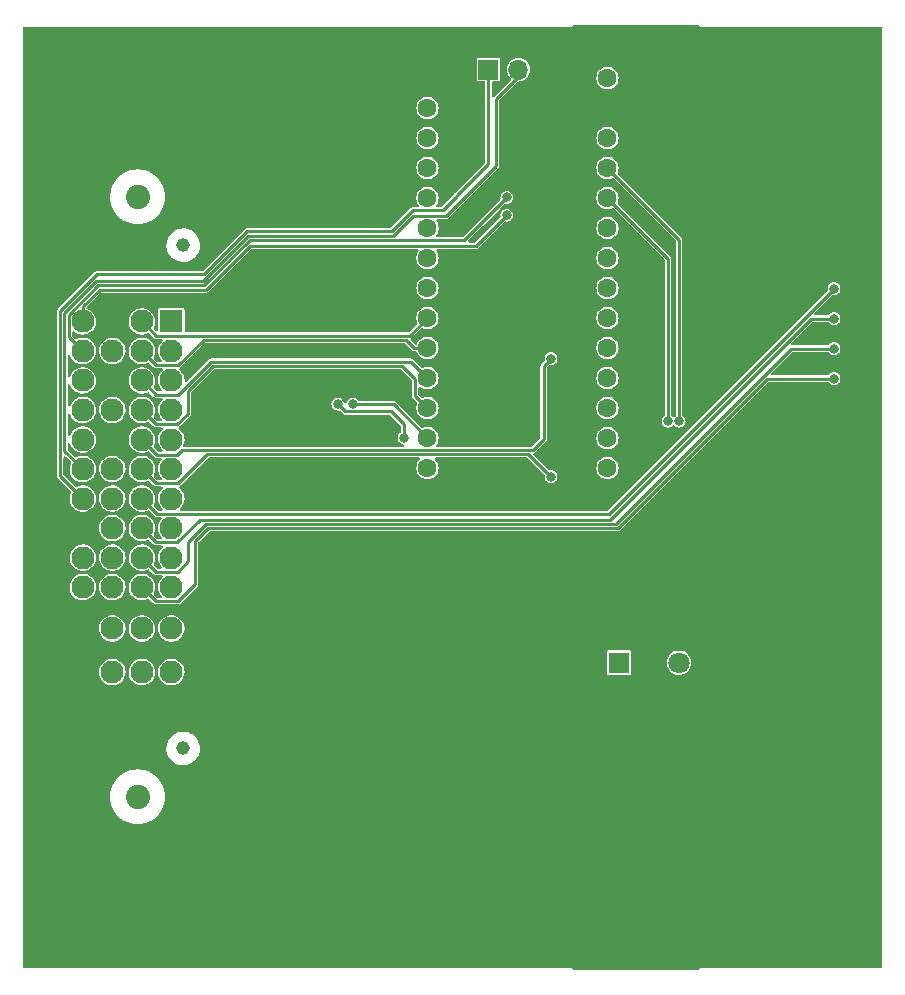
<source format=gbr>
%TF.GenerationSoftware,KiCad,Pcbnew,6.0.7+dfsg-1build1*%
%TF.CreationDate,2023-01-16T17:35:32+01:00*%
%TF.ProjectId,JoeMBMS_V2.2,4a6f654d-424d-4535-9f56-322e322e6b69,rev?*%
%TF.SameCoordinates,Original*%
%TF.FileFunction,Copper,L2,Bot*%
%TF.FilePolarity,Positive*%
%FSLAX46Y46*%
G04 Gerber Fmt 4.6, Leading zero omitted, Abs format (unit mm)*
G04 Created by KiCad (PCBNEW 6.0.7+dfsg-1build1) date 2023-01-16 17:35:32*
%MOMM*%
%LPD*%
G01*
G04 APERTURE LIST*
%TA.AperFunction,ComponentPad*%
%ADD10R,1.800000X1.800000*%
%TD*%
%TA.AperFunction,ComponentPad*%
%ADD11C,1.800000*%
%TD*%
%TA.AperFunction,ComponentPad*%
%ADD12R,1.950000X1.950000*%
%TD*%
%TA.AperFunction,ComponentPad*%
%ADD13C,1.950000*%
%TD*%
%TA.AperFunction,ComponentPad*%
%ADD14C,1.150000*%
%TD*%
%TA.AperFunction,ComponentPad*%
%ADD15C,2.050000*%
%TD*%
%TA.AperFunction,ComponentPad*%
%ADD16R,1.600000X1.600000*%
%TD*%
%TA.AperFunction,ComponentPad*%
%ADD17C,1.600000*%
%TD*%
%TA.AperFunction,ComponentPad*%
%ADD18R,1.700000X1.700000*%
%TD*%
%TA.AperFunction,ComponentPad*%
%ADD19O,1.700000X1.700000*%
%TD*%
%TA.AperFunction,ViaPad*%
%ADD20C,0.800000*%
%TD*%
%TA.AperFunction,Conductor*%
%ADD21C,0.250000*%
%TD*%
G04 APERTURE END LIST*
D10*
%TO.P,U3,1,IN*%
%TO.N,+12V*%
X150600000Y-104000000D03*
D11*
%TO.P,U3,2,GND*%
%TO.N,GND*%
X153140000Y-104000000D03*
%TO.P,U3,3,OUT*%
%TO.N,Teensy_VUSB*%
X155680000Y-104000000D03*
%TD*%
D12*
%TO.P,J1,A1,A1*%
%TO.N,J1_OUT3*%
X112700000Y-75100000D03*
D13*
%TO.P,J1,A2,A2*%
%TO.N,Teensy_RX3*%
X110200000Y-75100000D03*
%TO.P,J1,A3,A3*%
%TO.N,GND*%
X107700000Y-75100000D03*
%TO.P,J1,A4,A4*%
%TO.N,J1_CANL*%
X105200000Y-75100000D03*
%TO.P,J1,B1,B1*%
%TO.N,J1_OUT4*%
X112700000Y-77600000D03*
%TO.P,J1,B2,B2*%
%TO.N,Teensy_TX3*%
X110200000Y-77600000D03*
%TO.P,J1,B3,B3*%
%TO.N,Teensy_VUSB*%
X107700000Y-77600000D03*
%TO.P,J1,B4,B4*%
%TO.N,J1_CANH*%
X105200000Y-77600000D03*
%TO.P,J1,C1,C1*%
%TO.N,J1_OUT2*%
X112700000Y-80100000D03*
%TO.P,J1,C2,C2*%
%TO.N,J1_RX2*%
X110200000Y-80100000D03*
%TO.P,J1,C3,C3*%
%TO.N,GND*%
X107700000Y-80100000D03*
%TO.P,J1,C4,C4*%
%TO.N,J1_CANH*%
X105200000Y-80100000D03*
%TO.P,J1,D1,D1*%
%TO.N,J1_OUT1*%
X112700000Y-82600000D03*
%TO.P,J1,D2,D2*%
%TO.N,J1_TX2*%
X110200000Y-82600000D03*
%TO.P,J1,D3,D3*%
%TO.N,Teensy_VUSB*%
X107700000Y-82600000D03*
%TO.P,J1,D4,D4*%
%TO.N,J1_CAN_T_2*%
X105200000Y-82600000D03*
%TO.P,J1,E1,E1*%
%TO.N,J1_OUT8*%
X112700000Y-85100000D03*
%TO.P,J1,E2,E2*%
%TO.N,J1_ASEN1*%
X110200000Y-85100000D03*
%TO.P,J1,E3,E3*%
%TO.N,GND*%
X107700000Y-85100000D03*
%TO.P,J1,E4,E4*%
%TO.N,Teensy_VUSB*%
X105200000Y-85100000D03*
%TO.P,J1,F1,F1*%
%TO.N,J1_OUT7*%
X112700000Y-87600000D03*
%TO.P,J1,F2,F2*%
%TO.N,J1_ASEN2*%
X110200000Y-87600000D03*
%TO.P,J1,F3,F3*%
%TO.N,Teensy_VUSB*%
X107700000Y-87600000D03*
%TO.P,J1,F4,F4*%
%TO.N,Teensy_D-*%
X105200000Y-87600000D03*
%TO.P,J1,G1,G1*%
%TO.N,J1_OUT5*%
X112700000Y-90100000D03*
%TO.P,J1,G2,G2*%
%TO.N,J1_IN4*%
X110200000Y-90100000D03*
%TO.P,J1,G3,G3*%
%TO.N,unconnected-(J1-PadG3)*%
X107700000Y-90100000D03*
%TO.P,J1,G4,G4*%
%TO.N,Teensy_D+*%
X105200000Y-90100000D03*
%TO.P,J1,H1,H1*%
%TO.N,J1_OUT6*%
X112700000Y-92600000D03*
%TO.P,J1,H2,H2*%
%TO.N,J1_IN3*%
X110200000Y-92600000D03*
%TO.P,J1,H3,H3*%
%TO.N,unconnected-(J1-PadH3)*%
X107700000Y-92600000D03*
%TO.P,J1,H4,H4*%
%TO.N,GND*%
X105200000Y-92600000D03*
%TO.P,J1,J1,J1*%
%TO.N,unconnected-(J1-PadJ1)*%
X112700000Y-95100000D03*
%TO.P,J1,J2,J2*%
%TO.N,J1_IN1*%
X110200000Y-95100000D03*
%TO.P,J1,J3,J3*%
%TO.N,unconnected-(J1-PadJ3)*%
X107700000Y-95100000D03*
%TO.P,J1,J4,J4*%
%TO.N,unconnected-(J1-PadJ4)*%
X105200000Y-95100000D03*
%TO.P,J1,K1,K1*%
%TO.N,unconnected-(J1-PadK1)*%
X112700000Y-97600000D03*
%TO.P,J1,K2,K2*%
%TO.N,J1_IN2*%
X110200000Y-97600000D03*
%TO.P,J1,K3,K3*%
%TO.N,unconnected-(J1-PadK3)*%
X107700000Y-97600000D03*
%TO.P,J1,K4,K4*%
%TO.N,unconnected-(J1-PadK4)*%
X105200000Y-97600000D03*
%TO.P,J1,L1,L1*%
%TO.N,J1_12V*%
X112700000Y-101100000D03*
%TO.P,J1,L2,L2*%
%TO.N,unconnected-(J1-PadL2)*%
X110200000Y-101100000D03*
%TO.P,J1,L3,L3*%
%TO.N,unconnected-(J1-PadL3)*%
X107700000Y-101100000D03*
%TO.P,J1,L4,L4*%
%TO.N,GND*%
X105200000Y-101100000D03*
%TO.P,J1,M1,M1*%
%TO.N,J1_12V*%
X112700000Y-104800000D03*
%TO.P,J1,M2,M2*%
%TO.N,unconnected-(J1-PadM2)*%
X110200000Y-104800000D03*
%TO.P,J1,M3,M3*%
%TO.N,unconnected-(J1-PadM3)*%
X107700000Y-104800000D03*
%TO.P,J1,M4,M4*%
%TO.N,GND*%
X105200000Y-104800000D03*
D14*
%TO.P,J1,MH1*%
%TO.N,N/C*%
X113700000Y-68650000D03*
%TO.P,J1,MH2*%
X113700000Y-111250000D03*
D15*
%TO.P,J1,MH3*%
X109850000Y-64550000D03*
%TO.P,J1,MH4*%
X109850000Y-115350000D03*
%TD*%
D16*
%TO.P,U1,1,GND*%
%TO.N,GND*%
X134380000Y-54490000D03*
D17*
%TO.P,U1,2,0_RX1_Touch*%
%TO.N,unconnected-(U1-Pad2)*%
X134380000Y-57030000D03*
%TO.P,U1,3,1_TX1_Touch*%
%TO.N,unconnected-(U1-Pad3)*%
X134380000Y-59570000D03*
%TO.P,U1,4,2*%
%TO.N,unconnected-(U1-Pad4)*%
X134380000Y-62110000D03*
%TO.P,U1,5,3_TX_PWM*%
%TO.N,Teensy_TX*%
X134380000Y-64650000D03*
%TO.P,U1,6,4_RX_PWM*%
%TO.N,Teensy_RX*%
X134380000Y-67190000D03*
%TO.P,U1,7,5_TX1_PWM*%
%TO.N,Teensy_OUT7*%
X134380000Y-69730000D03*
%TO.P,U1,8,6_PWM*%
%TO.N,Teensy_OUT8*%
X134380000Y-72270000D03*
%TO.P,U1,9,7_RX3_DOUT*%
%TO.N,Teensy_RX3*%
X134380000Y-74810000D03*
%TO.P,U1,10,8_TX3_DIN*%
%TO.N,Teensy_TX3*%
X134380000Y-77350000D03*
%TO.P,U1,11,9_RX2_CS_PWM*%
%TO.N,J1_RX2*%
X134380000Y-79890000D03*
%TO.P,U1,12,10_TX2_CS_PWM*%
%TO.N,J1_TX2*%
X134380000Y-82430000D03*
%TO.P,U1,13,11_DOUT*%
%TO.N,Teensy_OUT1*%
X134380000Y-84970000D03*
%TO.P,U1,14,12_DIN*%
%TO.N,Teensy_OUT2*%
X134380000Y-87510000D03*
%TO.P,U1,20,13_LED_SCK*%
%TO.N,unconnected-(U1-Pad20)*%
X149620000Y-87510000D03*
%TO.P,U1,21,14_A0_SCK*%
%TO.N,Teensy_ASEN2*%
X149620000Y-84970000D03*
%TO.P,U1,22,15_A1_CS_Touch*%
%TO.N,Teensy_ASEN1*%
X149620000Y-82430000D03*
%TO.P,U1,23,16_A2_SCL0_Touch*%
%TO.N,Teensy_IN2*%
X149620000Y-79890000D03*
%TO.P,U1,24,17_A3_SDA0_Touch*%
%TO.N,Teensy_IN1*%
X149620000Y-77350000D03*
%TO.P,U1,25,18_A4_SDA0_Touch*%
%TO.N,Teensy_IN3*%
X149620000Y-74810000D03*
%TO.P,U1,26,19_A5_SCL0_Touch*%
%TO.N,Teensy_IN4*%
X149620000Y-72270000D03*
%TO.P,U1,27,20_A6_CS_PWM*%
%TO.N,Teensy_OUT3*%
X149620000Y-69730000D03*
%TO.P,U1,28,21_A7_RX1_CS_PWM*%
%TO.N,Teensy_OUT4*%
X149620000Y-67190000D03*
%TO.P,U1,29,22_A8_Touch_PWM*%
%TO.N,Teensy_OUT5*%
X149620000Y-64650000D03*
%TO.P,U1,30,23_A9_Touch_PWM*%
%TO.N,Teensy_OUT6*%
X149620000Y-62110000D03*
%TO.P,U1,31,3.3V*%
%TO.N,+3V3*%
X149620000Y-59570000D03*
%TO.P,U1,32,AGND*%
%TO.N,GND*%
X149620000Y-57030000D03*
%TO.P,U1,33,Vin*%
%TO.N,Teensy_VUSB*%
X149620000Y-54490000D03*
%TD*%
D18*
%TO.P,REF\u002A\u002A,1*%
%TO.N,Teensy_D+*%
X139550000Y-53775000D03*
D19*
%TO.P,REF\u002A\u002A,2*%
%TO.N,Teensy_D-*%
X142090000Y-53775000D03*
%TD*%
D20*
%TO.N,GND*%
X162500000Y-115750000D03*
X143000000Y-87950000D03*
X121550000Y-88115000D03*
X132750000Y-115750000D03*
X142000000Y-58200000D03*
X143000000Y-78550000D03*
X152500000Y-76135000D03*
X152500000Y-78675000D03*
X140500000Y-115750000D03*
X152500000Y-71055000D03*
X121550000Y-90655000D03*
X162450000Y-74850000D03*
X124900000Y-73400000D03*
X152500000Y-73595000D03*
X121550000Y-96365000D03*
X121550000Y-98905000D03*
%TO.N,Teensy_OUT5*%
X154750000Y-83550000D03*
%TO.N,Teensy_OUT6*%
X155700000Y-83550000D03*
%TO.N,Teensy_OUT1*%
X128060000Y-82100000D03*
%TO.N,Teensy_OUT2*%
X126790000Y-82100000D03*
X132400000Y-84950000D03*
%TO.N,J1_CANH*%
X141100000Y-64600000D03*
%TO.N,J1_IN4*%
X168800000Y-72325000D03*
%TO.N,J1_CANL*%
X141100000Y-66100000D03*
%TO.N,J1_IN3*%
X168800000Y-74865000D03*
%TO.N,J1_IN2*%
X168800000Y-79945000D03*
%TO.N,J1_IN1*%
X168800000Y-77405000D03*
%TO.N,J1_ASEN2*%
X144837500Y-88250000D03*
%TO.N,J1_ASEN1*%
X144837500Y-78250000D03*
%TD*%
D21*
%TO.N,Teensy_TX3*%
X134380000Y-77350000D02*
X133248630Y-77350000D01*
X115425991Y-76650011D02*
X113276001Y-78800001D01*
X113276001Y-78800001D02*
X111400001Y-78800001D01*
X133248630Y-77350000D02*
X132548641Y-76650011D01*
X132548641Y-76650011D02*
X115425991Y-76650011D01*
X111400001Y-78800001D02*
X110200000Y-77600000D01*
%TO.N,Teensy_RX3*%
X134380000Y-74810000D02*
X132889999Y-76300001D01*
X132889999Y-76300001D02*
X111400001Y-76300001D01*
X111400001Y-76300001D02*
X110200000Y-75100000D01*
%TO.N,Teensy_OUT5*%
X149620000Y-64650000D02*
X154750000Y-69780000D01*
X154750000Y-69780000D02*
X154750000Y-83550000D01*
%TO.N,Teensy_OUT6*%
X149620000Y-62110000D02*
X155600000Y-68090000D01*
X155700000Y-83550000D02*
X155700000Y-68190000D01*
X155700000Y-68190000D02*
X155600000Y-68090000D01*
%TO.N,Teensy_OUT1*%
X131510000Y-82100000D02*
X134380000Y-84970000D01*
X128060000Y-82100000D02*
X131510000Y-82100000D01*
%TO.N,Teensy_OUT2*%
X131325001Y-82725001D02*
X132400000Y-83800000D01*
X132400000Y-83800000D02*
X132400000Y-84950000D01*
X127415001Y-82725001D02*
X131325001Y-82725001D01*
X126790000Y-82100000D02*
X127415001Y-82725001D01*
%TO.N,J1_CANH*%
X103999999Y-74523999D02*
X103999999Y-76399999D01*
X137484999Y-68215001D02*
X119334999Y-68215001D01*
X106473998Y-72050000D02*
X103999999Y-74523999D01*
X141100000Y-64600000D02*
X137484999Y-68215001D01*
X115500000Y-72050000D02*
X106473998Y-72050000D01*
X119334999Y-68215001D02*
X115500000Y-72050000D01*
X103999999Y-76399999D02*
X105200000Y-77600000D01*
%TO.N,J1_IN4*%
X111499999Y-91399999D02*
X149725001Y-91399999D01*
X110200000Y-90100000D02*
X111499999Y-91399999D01*
X149725001Y-91399999D02*
X168800000Y-72325000D01*
%TO.N,J1_CANL*%
X119339989Y-68704999D02*
X115644978Y-72400010D01*
X141100000Y-66100000D02*
X138495001Y-68704999D01*
X106618976Y-72400010D02*
X105200000Y-73818986D01*
X138495001Y-68704999D02*
X119339989Y-68704999D01*
X115644978Y-72400010D02*
X106618976Y-72400010D01*
X105200000Y-73818986D02*
X105200000Y-75100000D01*
%TO.N,J1_IN3*%
X111400001Y-93800001D02*
X113199999Y-93800001D01*
X166885000Y-74865000D02*
X168800000Y-74865000D01*
X115100000Y-91900000D02*
X149850000Y-91900000D01*
X110200000Y-92600000D02*
X111400001Y-93800001D01*
X113199999Y-93800001D02*
X115100000Y-91900000D01*
X149850000Y-91900000D02*
X166885000Y-74865000D01*
%TO.N,J1_IN2*%
X115794968Y-92600020D02*
X150499980Y-92600020D01*
X114700000Y-93694988D02*
X115794968Y-92600020D01*
X150499980Y-92600020D02*
X163155000Y-79945000D01*
X110200000Y-97600000D02*
X111400001Y-98800001D01*
X113276001Y-98800001D02*
X114700000Y-97376002D01*
X163155000Y-79945000D02*
X168800000Y-79945000D01*
X111400001Y-98800001D02*
X113276001Y-98800001D01*
X114700000Y-97376002D02*
X114700000Y-93694988D01*
%TO.N,J1_IN1*%
X114150000Y-95426002D02*
X114150000Y-93750000D01*
X165195000Y-77405000D02*
X168800000Y-77405000D01*
X114150000Y-93750000D02*
X115649990Y-92250010D01*
X115649990Y-92250010D02*
X150349990Y-92250010D01*
X110200000Y-95100000D02*
X111400001Y-96300001D01*
X111400001Y-96300001D02*
X113276001Y-96300001D01*
X150349990Y-92250010D02*
X165195000Y-77405000D01*
X113276001Y-96300001D02*
X114150000Y-95426002D01*
%TO.N,J1_TX2*%
X114075000Y-82925000D02*
X113199999Y-83800001D01*
X113199999Y-83800001D02*
X111400001Y-83800001D01*
X111400001Y-83800001D02*
X110200000Y-82600000D01*
X133354999Y-81404999D02*
X133354999Y-80004999D01*
X116220980Y-78850010D02*
X114075000Y-80995990D01*
X134380000Y-82430000D02*
X133354999Y-81404999D01*
X133354999Y-80004999D02*
X132200010Y-78850010D01*
X114075000Y-80995990D02*
X114075000Y-82925000D01*
X132200010Y-78850010D02*
X116220980Y-78850010D01*
%TO.N,J1_RX2*%
X132990000Y-78500000D02*
X116076002Y-78500000D01*
X134380000Y-79890000D02*
X132990000Y-78500000D01*
X116076002Y-78500000D02*
X113276001Y-81300001D01*
X113276001Y-81300001D02*
X111400001Y-81300001D01*
X111400001Y-81300001D02*
X110200000Y-80100000D01*
%TO.N,J1_ASEN2*%
X144837500Y-88250000D02*
X142932511Y-86345011D01*
X142927514Y-86350008D02*
X115725994Y-86350008D01*
X115725994Y-86350008D02*
X113276001Y-88800001D01*
X113276001Y-88800001D02*
X111400001Y-88800001D01*
X111400001Y-88800001D02*
X110200000Y-87600000D01*
X142932511Y-86345011D02*
X142927514Y-86350008D01*
%TO.N,J1_ASEN1*%
X143279997Y-85995001D02*
X115304999Y-85995001D01*
X113576002Y-86000000D02*
X113176003Y-86399999D01*
X111499999Y-86399999D02*
X110200000Y-85100000D01*
X113176003Y-86399999D02*
X111499999Y-86399999D01*
X115304999Y-85995001D02*
X115300000Y-86000000D01*
X115300000Y-86000000D02*
X113576002Y-86000000D01*
X144212499Y-78875001D02*
X144212499Y-85062499D01*
X144837500Y-78250000D02*
X144212499Y-78875001D01*
X144212499Y-85062499D02*
X143279997Y-85995001D01*
%TO.N,Teensy_D+*%
X133155011Y-65675001D02*
X135699999Y-65675001D01*
X105200000Y-90100000D02*
X103299983Y-88199983D01*
X139550000Y-61750000D02*
X139550000Y-53775000D01*
X136875000Y-64425000D02*
X139550000Y-61750000D01*
X115485024Y-71075000D02*
X119110024Y-67450000D01*
X103299983Y-74205029D02*
X106385012Y-71120000D01*
X131380012Y-67450000D02*
X133155011Y-65675001D01*
X136875000Y-64500000D02*
X136875000Y-64425000D01*
X135699999Y-65675001D02*
X136875000Y-64500000D01*
X106385012Y-71120000D02*
X115440038Y-71120000D01*
X103299983Y-88199983D02*
X103299983Y-74205029D01*
X119110024Y-67450000D02*
X131380012Y-67450000D01*
%TO.N,Teensy_D-*%
X140175000Y-61929998D02*
X140175000Y-56310000D01*
X103649989Y-74350011D02*
X106350000Y-71650000D01*
X133160001Y-66164999D02*
X135939999Y-66164999D01*
X131460009Y-67864991D02*
X133160001Y-66164999D01*
X103649989Y-86049989D02*
X103649989Y-74350011D01*
X140175000Y-56310000D02*
X141995000Y-54490000D01*
X115405012Y-71650000D02*
X119190021Y-67864991D01*
X106350000Y-71650000D02*
X115405012Y-71650000D01*
X119190021Y-67864991D02*
X131460009Y-67864991D01*
X105200000Y-87600000D02*
X103649989Y-86049989D01*
X135939999Y-66164999D02*
X140175000Y-61929998D01*
%TD*%
%TA.AperFunction,Conductor*%
%TO.N,GND*%
G36*
X157332374Y-50020002D02*
G01*
X157370663Y-50060159D01*
X157374031Y-50072728D01*
X157427272Y-50125969D01*
X157443292Y-50130261D01*
X157443293Y-50130262D01*
X157483978Y-50141163D01*
X157500000Y-50145456D01*
X157516022Y-50141163D01*
X157530049Y-50141163D01*
X157535085Y-50140500D01*
X172733500Y-50140500D01*
X172801621Y-50160502D01*
X172848114Y-50214158D01*
X172859500Y-50266500D01*
X172859500Y-129733500D01*
X172839498Y-129801621D01*
X172785842Y-129848114D01*
X172733500Y-129859500D01*
X157535085Y-129859500D01*
X157530049Y-129858837D01*
X157516022Y-129858837D01*
X157500000Y-129854544D01*
X157483978Y-129858837D01*
X157481504Y-129859500D01*
X157443293Y-129869738D01*
X157443292Y-129869739D01*
X157427272Y-129874031D01*
X157374031Y-129927272D01*
X157370756Y-129939494D01*
X157321988Y-129985994D01*
X157264253Y-130000000D01*
X146785747Y-130000000D01*
X146717626Y-129979998D01*
X146679337Y-129939841D01*
X146675969Y-129927272D01*
X146622728Y-129874031D01*
X146606704Y-129869737D01*
X146606703Y-129869737D01*
X146568496Y-129859500D01*
X146566022Y-129858837D01*
X146550000Y-129854544D01*
X146533978Y-129858837D01*
X146519951Y-129858837D01*
X146514915Y-129859500D01*
X100266500Y-129859500D01*
X100198379Y-129839498D01*
X100151886Y-129785842D01*
X100140500Y-129733500D01*
X100140500Y-115350000D01*
X107524521Y-115350000D01*
X107544416Y-115653536D01*
X107603760Y-115951878D01*
X107701538Y-116239922D01*
X107836076Y-116512739D01*
X108005073Y-116765662D01*
X108007787Y-116768756D01*
X108007791Y-116768762D01*
X108202929Y-116991273D01*
X108205638Y-116994362D01*
X108208727Y-116997071D01*
X108431238Y-117192209D01*
X108431244Y-117192213D01*
X108434338Y-117194927D01*
X108687261Y-117363924D01*
X108690960Y-117365748D01*
X108690965Y-117365751D01*
X108830952Y-117434784D01*
X108960078Y-117498462D01*
X108963983Y-117499788D01*
X108963984Y-117499788D01*
X109244215Y-117594914D01*
X109244219Y-117594915D01*
X109248122Y-117596240D01*
X109252161Y-117597043D01*
X109252167Y-117597045D01*
X109542421Y-117654780D01*
X109542424Y-117654780D01*
X109546464Y-117655584D01*
X109550575Y-117655853D01*
X109550579Y-117655854D01*
X109771987Y-117670366D01*
X109771996Y-117670366D01*
X109774036Y-117670500D01*
X109925964Y-117670500D01*
X109928004Y-117670366D01*
X109928013Y-117670366D01*
X110149421Y-117655854D01*
X110149425Y-117655853D01*
X110153536Y-117655584D01*
X110157576Y-117654780D01*
X110157579Y-117654780D01*
X110447833Y-117597045D01*
X110447839Y-117597043D01*
X110451878Y-117596240D01*
X110455781Y-117594915D01*
X110455785Y-117594914D01*
X110736016Y-117499788D01*
X110736017Y-117499788D01*
X110739922Y-117498462D01*
X110869048Y-117434784D01*
X111009035Y-117365751D01*
X111009040Y-117365748D01*
X111012739Y-117363924D01*
X111265662Y-117194927D01*
X111268756Y-117192213D01*
X111268762Y-117192209D01*
X111491273Y-116997071D01*
X111494362Y-116994362D01*
X111497071Y-116991273D01*
X111692209Y-116768762D01*
X111692213Y-116768756D01*
X111694927Y-116765662D01*
X111863924Y-116512740D01*
X111998462Y-116239922D01*
X112096240Y-115951878D01*
X112155584Y-115653536D01*
X112175479Y-115350000D01*
X112155584Y-115046464D01*
X112096240Y-114748122D01*
X111998462Y-114460078D01*
X111863924Y-114187261D01*
X111694927Y-113934338D01*
X111692213Y-113931244D01*
X111692209Y-113931238D01*
X111497071Y-113708727D01*
X111494362Y-113705638D01*
X111491273Y-113702929D01*
X111268762Y-113507791D01*
X111268756Y-113507787D01*
X111265662Y-113505073D01*
X111012739Y-113336076D01*
X111009040Y-113334252D01*
X111009035Y-113334249D01*
X110869048Y-113265216D01*
X110739922Y-113201538D01*
X110736016Y-113200212D01*
X110455785Y-113105086D01*
X110455781Y-113105085D01*
X110451878Y-113103760D01*
X110447839Y-113102957D01*
X110447833Y-113102955D01*
X110157579Y-113045220D01*
X110157576Y-113045220D01*
X110153536Y-113044416D01*
X110149425Y-113044147D01*
X110149421Y-113044146D01*
X109928013Y-113029634D01*
X109928004Y-113029634D01*
X109925964Y-113029500D01*
X109774036Y-113029500D01*
X109771996Y-113029634D01*
X109771987Y-113029634D01*
X109550579Y-113044146D01*
X109550575Y-113044147D01*
X109546464Y-113044416D01*
X109542424Y-113045220D01*
X109542421Y-113045220D01*
X109252167Y-113102955D01*
X109252161Y-113102957D01*
X109248122Y-113103760D01*
X109244219Y-113105085D01*
X109244215Y-113105086D01*
X108963984Y-113200212D01*
X108960078Y-113201538D01*
X108830952Y-113265216D01*
X108690965Y-113334249D01*
X108690960Y-113334252D01*
X108687261Y-113336076D01*
X108434338Y-113505073D01*
X108431244Y-113507787D01*
X108431238Y-113507791D01*
X108208727Y-113702929D01*
X108205638Y-113705638D01*
X108202929Y-113708727D01*
X108007791Y-113931238D01*
X108007787Y-113931244D01*
X108005073Y-113934338D01*
X107836076Y-114187260D01*
X107701538Y-114460078D01*
X107603760Y-114748122D01*
X107544416Y-115046464D01*
X107524521Y-115350000D01*
X100140500Y-115350000D01*
X100140500Y-111182843D01*
X112275947Y-111182843D01*
X112284990Y-111423741D01*
X112334494Y-111659672D01*
X112423041Y-111883888D01*
X112548101Y-112089980D01*
X112551598Y-112094010D01*
X112635221Y-112190377D01*
X112706096Y-112272054D01*
X112710222Y-112275437D01*
X112710226Y-112275441D01*
X112810148Y-112357371D01*
X112892511Y-112424904D01*
X112897147Y-112427543D01*
X112897150Y-112427545D01*
X112999664Y-112485899D01*
X113102014Y-112544160D01*
X113328615Y-112626413D01*
X113565836Y-112669309D01*
X113569975Y-112669504D01*
X113569982Y-112669505D01*
X113589603Y-112670430D01*
X113589610Y-112670430D01*
X113591091Y-112670500D01*
X113760529Y-112670500D01*
X113844179Y-112663402D01*
X113934894Y-112655705D01*
X113934898Y-112655704D01*
X113940205Y-112655254D01*
X113945360Y-112653916D01*
X113945366Y-112653915D01*
X114168370Y-112596034D01*
X114168369Y-112596034D01*
X114173541Y-112594692D01*
X114327290Y-112525433D01*
X114388476Y-112497871D01*
X114388479Y-112497870D01*
X114393337Y-112495681D01*
X114593309Y-112361052D01*
X114767738Y-112194655D01*
X114911638Y-112001247D01*
X115020893Y-111786359D01*
X115092379Y-111556134D01*
X115109235Y-111428959D01*
X115123353Y-111322441D01*
X115123353Y-111322437D01*
X115124053Y-111317157D01*
X115115010Y-111076259D01*
X115065506Y-110840328D01*
X114976959Y-110616112D01*
X114851899Y-110410020D01*
X114848402Y-110405990D01*
X114697404Y-110231979D01*
X114697402Y-110231977D01*
X114693904Y-110227946D01*
X114689778Y-110224563D01*
X114689774Y-110224559D01*
X114511617Y-110078481D01*
X114507489Y-110075096D01*
X114502853Y-110072457D01*
X114502850Y-110072455D01*
X114379304Y-110002129D01*
X114297986Y-109955840D01*
X114071385Y-109873587D01*
X113834164Y-109830691D01*
X113830025Y-109830496D01*
X113830018Y-109830495D01*
X113810397Y-109829570D01*
X113810390Y-109829570D01*
X113808909Y-109829500D01*
X113639471Y-109829500D01*
X113555821Y-109836598D01*
X113465106Y-109844295D01*
X113465102Y-109844296D01*
X113459795Y-109844746D01*
X113454640Y-109846084D01*
X113454634Y-109846085D01*
X113274240Y-109892906D01*
X113226459Y-109905308D01*
X113072710Y-109974567D01*
X113011524Y-110002129D01*
X113011521Y-110002130D01*
X113006663Y-110004319D01*
X112806691Y-110138948D01*
X112632262Y-110305345D01*
X112488362Y-110498753D01*
X112379107Y-110713641D01*
X112307621Y-110943866D01*
X112306920Y-110949153D01*
X112306920Y-110949154D01*
X112290074Y-111076259D01*
X112275947Y-111182843D01*
X100140500Y-111182843D01*
X100140500Y-104770675D01*
X106580105Y-104770675D01*
X106593513Y-104975250D01*
X106643979Y-105173957D01*
X106729810Y-105360139D01*
X106848133Y-105527563D01*
X106994986Y-105670620D01*
X107165449Y-105784520D01*
X107170752Y-105786798D01*
X107170755Y-105786800D01*
X107260329Y-105825284D01*
X107353815Y-105865449D01*
X107427559Y-105882136D01*
X107548137Y-105909420D01*
X107548142Y-105909421D01*
X107553774Y-105910695D01*
X107559545Y-105910922D01*
X107559547Y-105910922D01*
X107621339Y-105913350D01*
X107758631Y-105918744D01*
X107860077Y-105904035D01*
X107955810Y-105890155D01*
X107955815Y-105890154D01*
X107961524Y-105889326D01*
X107966988Y-105887471D01*
X107966993Y-105887470D01*
X108150187Y-105825284D01*
X108150192Y-105825282D01*
X108155659Y-105823426D01*
X108221059Y-105786800D01*
X108329495Y-105726073D01*
X108329499Y-105726070D01*
X108334533Y-105723251D01*
X108338970Y-105719561D01*
X108338974Y-105719558D01*
X108487719Y-105595848D01*
X108492157Y-105592157D01*
X108549805Y-105522843D01*
X108619558Y-105438974D01*
X108619561Y-105438970D01*
X108623251Y-105434533D01*
X108626070Y-105429499D01*
X108626073Y-105429495D01*
X108720603Y-105260700D01*
X108720603Y-105260699D01*
X108723426Y-105255659D01*
X108725282Y-105250192D01*
X108725284Y-105250187D01*
X108787470Y-105066993D01*
X108787471Y-105066988D01*
X108789326Y-105061524D01*
X108790154Y-105055815D01*
X108790155Y-105055810D01*
X108811637Y-104907647D01*
X108818744Y-104858631D01*
X108820279Y-104800000D01*
X108817584Y-104770675D01*
X109080105Y-104770675D01*
X109093513Y-104975250D01*
X109143979Y-105173957D01*
X109229810Y-105360139D01*
X109348133Y-105527563D01*
X109494986Y-105670620D01*
X109665449Y-105784520D01*
X109670752Y-105786798D01*
X109670755Y-105786800D01*
X109760329Y-105825284D01*
X109853815Y-105865449D01*
X109927559Y-105882136D01*
X110048137Y-105909420D01*
X110048142Y-105909421D01*
X110053774Y-105910695D01*
X110059545Y-105910922D01*
X110059547Y-105910922D01*
X110121339Y-105913350D01*
X110258631Y-105918744D01*
X110360077Y-105904035D01*
X110455810Y-105890155D01*
X110455815Y-105890154D01*
X110461524Y-105889326D01*
X110466988Y-105887471D01*
X110466993Y-105887470D01*
X110650187Y-105825284D01*
X110650192Y-105825282D01*
X110655659Y-105823426D01*
X110721059Y-105786800D01*
X110829495Y-105726073D01*
X110829499Y-105726070D01*
X110834533Y-105723251D01*
X110838970Y-105719561D01*
X110838974Y-105719558D01*
X110987719Y-105595848D01*
X110992157Y-105592157D01*
X111049805Y-105522843D01*
X111119558Y-105438974D01*
X111119561Y-105438970D01*
X111123251Y-105434533D01*
X111126070Y-105429499D01*
X111126073Y-105429495D01*
X111220603Y-105260700D01*
X111220603Y-105260699D01*
X111223426Y-105255659D01*
X111225282Y-105250192D01*
X111225284Y-105250187D01*
X111287470Y-105066993D01*
X111287471Y-105066988D01*
X111289326Y-105061524D01*
X111290154Y-105055815D01*
X111290155Y-105055810D01*
X111311637Y-104907647D01*
X111318744Y-104858631D01*
X111320279Y-104800000D01*
X111317584Y-104770675D01*
X111580105Y-104770675D01*
X111593513Y-104975250D01*
X111643979Y-105173957D01*
X111729810Y-105360139D01*
X111848133Y-105527563D01*
X111994986Y-105670620D01*
X112165449Y-105784520D01*
X112170752Y-105786798D01*
X112170755Y-105786800D01*
X112260329Y-105825284D01*
X112353815Y-105865449D01*
X112427559Y-105882136D01*
X112548137Y-105909420D01*
X112548142Y-105909421D01*
X112553774Y-105910695D01*
X112559545Y-105910922D01*
X112559547Y-105910922D01*
X112621339Y-105913350D01*
X112758631Y-105918744D01*
X112860077Y-105904035D01*
X112955810Y-105890155D01*
X112955815Y-105890154D01*
X112961524Y-105889326D01*
X112966988Y-105887471D01*
X112966993Y-105887470D01*
X113150187Y-105825284D01*
X113150192Y-105825282D01*
X113155659Y-105823426D01*
X113221059Y-105786800D01*
X113329495Y-105726073D01*
X113329499Y-105726070D01*
X113334533Y-105723251D01*
X113338970Y-105719561D01*
X113338974Y-105719558D01*
X113487719Y-105595848D01*
X113492157Y-105592157D01*
X113549805Y-105522843D01*
X113619558Y-105438974D01*
X113619561Y-105438970D01*
X113623251Y-105434533D01*
X113626070Y-105429499D01*
X113626073Y-105429495D01*
X113720603Y-105260700D01*
X113720603Y-105260699D01*
X113723426Y-105255659D01*
X113725282Y-105250192D01*
X113725284Y-105250187D01*
X113787470Y-105066993D01*
X113787471Y-105066988D01*
X113789326Y-105061524D01*
X113790154Y-105055815D01*
X113790155Y-105055810D01*
X113811637Y-104907647D01*
X113818744Y-104858631D01*
X113820279Y-104800000D01*
X113801520Y-104595845D01*
X113754922Y-104430620D01*
X113747441Y-104404093D01*
X113747439Y-104404088D01*
X113745871Y-104398528D01*
X113655195Y-104214656D01*
X113532530Y-104050387D01*
X113381983Y-103911223D01*
X113208596Y-103801824D01*
X113018176Y-103725854D01*
X113012516Y-103724728D01*
X113012512Y-103724727D01*
X112822769Y-103686985D01*
X112822764Y-103686985D01*
X112817101Y-103685858D01*
X112811326Y-103685782D01*
X112811322Y-103685782D01*
X112708605Y-103684437D01*
X112612104Y-103683174D01*
X112606407Y-103684153D01*
X112606406Y-103684153D01*
X112415747Y-103716915D01*
X112410050Y-103717894D01*
X112217707Y-103788853D01*
X112041517Y-103893675D01*
X111887378Y-104028851D01*
X111883811Y-104033376D01*
X111883806Y-104033381D01*
X111766174Y-104182597D01*
X111760455Y-104189852D01*
X111757764Y-104194968D01*
X111757762Y-104194970D01*
X111667689Y-104366171D01*
X111664997Y-104371288D01*
X111604202Y-104567081D01*
X111580105Y-104770675D01*
X111317584Y-104770675D01*
X111301520Y-104595845D01*
X111254922Y-104430620D01*
X111247441Y-104404093D01*
X111247439Y-104404088D01*
X111245871Y-104398528D01*
X111155195Y-104214656D01*
X111032530Y-104050387D01*
X110881983Y-103911223D01*
X110708596Y-103801824D01*
X110518176Y-103725854D01*
X110512516Y-103724728D01*
X110512512Y-103724727D01*
X110322769Y-103686985D01*
X110322764Y-103686985D01*
X110317101Y-103685858D01*
X110311326Y-103685782D01*
X110311322Y-103685782D01*
X110208605Y-103684437D01*
X110112104Y-103683174D01*
X110106407Y-103684153D01*
X110106406Y-103684153D01*
X109915747Y-103716915D01*
X109910050Y-103717894D01*
X109717707Y-103788853D01*
X109541517Y-103893675D01*
X109387378Y-104028851D01*
X109383811Y-104033376D01*
X109383806Y-104033381D01*
X109266174Y-104182597D01*
X109260455Y-104189852D01*
X109257764Y-104194968D01*
X109257762Y-104194970D01*
X109167689Y-104366171D01*
X109164997Y-104371288D01*
X109104202Y-104567081D01*
X109080105Y-104770675D01*
X108817584Y-104770675D01*
X108801520Y-104595845D01*
X108754922Y-104430620D01*
X108747441Y-104404093D01*
X108747439Y-104404088D01*
X108745871Y-104398528D01*
X108655195Y-104214656D01*
X108532530Y-104050387D01*
X108381983Y-103911223D01*
X108208596Y-103801824D01*
X108018176Y-103725854D01*
X108012516Y-103724728D01*
X108012512Y-103724727D01*
X107822769Y-103686985D01*
X107822764Y-103686985D01*
X107817101Y-103685858D01*
X107811326Y-103685782D01*
X107811322Y-103685782D01*
X107708605Y-103684437D01*
X107612104Y-103683174D01*
X107606407Y-103684153D01*
X107606406Y-103684153D01*
X107415747Y-103716915D01*
X107410050Y-103717894D01*
X107217707Y-103788853D01*
X107041517Y-103893675D01*
X106887378Y-104028851D01*
X106883811Y-104033376D01*
X106883806Y-104033381D01*
X106766174Y-104182597D01*
X106760455Y-104189852D01*
X106757764Y-104194968D01*
X106757762Y-104194970D01*
X106667689Y-104366171D01*
X106664997Y-104371288D01*
X106604202Y-104567081D01*
X106580105Y-104770675D01*
X100140500Y-104770675D01*
X100140500Y-103086159D01*
X149559500Y-103086159D01*
X149559501Y-104913840D01*
X149567651Y-104954821D01*
X149598705Y-105001295D01*
X149609018Y-105008186D01*
X149629503Y-105021874D01*
X149645179Y-105032349D01*
X149670163Y-105037318D01*
X149680089Y-105039293D01*
X149680092Y-105039293D01*
X149686159Y-105040500D01*
X150599630Y-105040500D01*
X151513840Y-105040499D01*
X151554821Y-105032349D01*
X151601295Y-105001295D01*
X151632349Y-104954821D01*
X151637318Y-104929837D01*
X151639293Y-104919911D01*
X151639293Y-104919908D01*
X151640500Y-104913841D01*
X151640499Y-103985402D01*
X154634567Y-103985402D01*
X154651642Y-104188739D01*
X154653341Y-104194664D01*
X154705569Y-104376805D01*
X154707886Y-104384887D01*
X154801158Y-104566375D01*
X154927905Y-104726290D01*
X155083299Y-104858540D01*
X155088677Y-104861546D01*
X155088679Y-104861547D01*
X155131631Y-104885552D01*
X155261421Y-104958089D01*
X155455487Y-105021145D01*
X155658104Y-105045306D01*
X155664239Y-105044834D01*
X155664241Y-105044834D01*
X155855413Y-105030124D01*
X155855417Y-105030123D01*
X155861555Y-105029651D01*
X156058091Y-104974777D01*
X156240226Y-104882774D01*
X156267396Y-104861547D01*
X156396165Y-104760941D01*
X156401021Y-104757147D01*
X156534354Y-104602680D01*
X156635144Y-104425257D01*
X156699553Y-104231637D01*
X156725127Y-104029193D01*
X156725535Y-104000000D01*
X156705623Y-103796921D01*
X156646645Y-103601578D01*
X156550848Y-103421410D01*
X156546950Y-103416631D01*
X156546947Y-103416626D01*
X156478950Y-103333254D01*
X156421881Y-103263280D01*
X156363475Y-103214962D01*
X156269405Y-103137140D01*
X156269400Y-103137137D01*
X156264656Y-103133212D01*
X156259237Y-103130282D01*
X156259234Y-103130280D01*
X156090581Y-103039090D01*
X156090576Y-103039088D01*
X156085161Y-103036160D01*
X156061562Y-103028855D01*
X155896121Y-102977642D01*
X155896118Y-102977641D01*
X155890234Y-102975820D01*
X155884109Y-102975176D01*
X155884108Y-102975176D01*
X155693427Y-102955134D01*
X155693426Y-102955134D01*
X155687299Y-102954490D01*
X155559467Y-102966124D01*
X155490227Y-102972425D01*
X155490226Y-102972425D01*
X155484086Y-102972984D01*
X155478172Y-102974725D01*
X155478170Y-102974725D01*
X155361654Y-103009018D01*
X155288336Y-103030597D01*
X155107503Y-103125134D01*
X155102703Y-103128994D01*
X155102702Y-103128994D01*
X155065445Y-103158949D01*
X154948477Y-103252994D01*
X154817315Y-103409307D01*
X154814351Y-103414699D01*
X154814348Y-103414703D01*
X154734315Y-103560283D01*
X154719012Y-103588120D01*
X154657312Y-103782621D01*
X154634567Y-103985402D01*
X151640499Y-103985402D01*
X151640499Y-103086160D01*
X151632349Y-103045179D01*
X151601295Y-102998705D01*
X151569773Y-102977642D01*
X151565140Y-102974546D01*
X151565139Y-102974546D01*
X151554821Y-102967651D01*
X151529837Y-102962682D01*
X151519911Y-102960707D01*
X151519908Y-102960707D01*
X151513841Y-102959500D01*
X150600370Y-102959500D01*
X149686160Y-102959501D01*
X149645179Y-102967651D01*
X149598705Y-102998705D01*
X149567651Y-103045179D01*
X149565230Y-103057353D01*
X149560708Y-103080087D01*
X149559500Y-103086159D01*
X100140500Y-103086159D01*
X100140500Y-101070675D01*
X106580105Y-101070675D01*
X106593513Y-101275250D01*
X106643979Y-101473957D01*
X106729810Y-101660139D01*
X106848133Y-101827563D01*
X106994986Y-101970620D01*
X107165449Y-102084520D01*
X107170752Y-102086798D01*
X107170755Y-102086800D01*
X107260329Y-102125284D01*
X107353815Y-102165449D01*
X107427559Y-102182136D01*
X107548137Y-102209420D01*
X107548142Y-102209421D01*
X107553774Y-102210695D01*
X107559545Y-102210922D01*
X107559547Y-102210922D01*
X107621339Y-102213350D01*
X107758631Y-102218744D01*
X107860077Y-102204035D01*
X107955810Y-102190155D01*
X107955815Y-102190154D01*
X107961524Y-102189326D01*
X107966988Y-102187471D01*
X107966993Y-102187470D01*
X108150187Y-102125284D01*
X108150192Y-102125282D01*
X108155659Y-102123426D01*
X108221059Y-102086800D01*
X108329495Y-102026073D01*
X108329499Y-102026070D01*
X108334533Y-102023251D01*
X108338970Y-102019561D01*
X108338974Y-102019558D01*
X108487719Y-101895848D01*
X108492157Y-101892157D01*
X108549805Y-101822843D01*
X108619558Y-101738974D01*
X108619561Y-101738970D01*
X108623251Y-101734533D01*
X108626070Y-101729499D01*
X108626073Y-101729495D01*
X108720603Y-101560700D01*
X108720603Y-101560699D01*
X108723426Y-101555659D01*
X108725282Y-101550192D01*
X108725284Y-101550187D01*
X108787470Y-101366993D01*
X108787471Y-101366988D01*
X108789326Y-101361524D01*
X108790154Y-101355815D01*
X108790155Y-101355810D01*
X108818211Y-101162305D01*
X108818744Y-101158631D01*
X108820279Y-101100000D01*
X108817584Y-101070675D01*
X109080105Y-101070675D01*
X109093513Y-101275250D01*
X109143979Y-101473957D01*
X109229810Y-101660139D01*
X109348133Y-101827563D01*
X109494986Y-101970620D01*
X109665449Y-102084520D01*
X109670752Y-102086798D01*
X109670755Y-102086800D01*
X109760329Y-102125284D01*
X109853815Y-102165449D01*
X109927559Y-102182136D01*
X110048137Y-102209420D01*
X110048142Y-102209421D01*
X110053774Y-102210695D01*
X110059545Y-102210922D01*
X110059547Y-102210922D01*
X110121339Y-102213350D01*
X110258631Y-102218744D01*
X110360077Y-102204035D01*
X110455810Y-102190155D01*
X110455815Y-102190154D01*
X110461524Y-102189326D01*
X110466988Y-102187471D01*
X110466993Y-102187470D01*
X110650187Y-102125284D01*
X110650192Y-102125282D01*
X110655659Y-102123426D01*
X110721059Y-102086800D01*
X110829495Y-102026073D01*
X110829499Y-102026070D01*
X110834533Y-102023251D01*
X110838970Y-102019561D01*
X110838974Y-102019558D01*
X110987719Y-101895848D01*
X110992157Y-101892157D01*
X111049805Y-101822843D01*
X111119558Y-101738974D01*
X111119561Y-101738970D01*
X111123251Y-101734533D01*
X111126070Y-101729499D01*
X111126073Y-101729495D01*
X111220603Y-101560700D01*
X111220603Y-101560699D01*
X111223426Y-101555659D01*
X111225282Y-101550192D01*
X111225284Y-101550187D01*
X111287470Y-101366993D01*
X111287471Y-101366988D01*
X111289326Y-101361524D01*
X111290154Y-101355815D01*
X111290155Y-101355810D01*
X111318211Y-101162305D01*
X111318744Y-101158631D01*
X111320279Y-101100000D01*
X111317584Y-101070675D01*
X111580105Y-101070675D01*
X111593513Y-101275250D01*
X111643979Y-101473957D01*
X111729810Y-101660139D01*
X111848133Y-101827563D01*
X111994986Y-101970620D01*
X112165449Y-102084520D01*
X112170752Y-102086798D01*
X112170755Y-102086800D01*
X112260329Y-102125284D01*
X112353815Y-102165449D01*
X112427559Y-102182136D01*
X112548137Y-102209420D01*
X112548142Y-102209421D01*
X112553774Y-102210695D01*
X112559545Y-102210922D01*
X112559547Y-102210922D01*
X112621339Y-102213350D01*
X112758631Y-102218744D01*
X112860077Y-102204035D01*
X112955810Y-102190155D01*
X112955815Y-102190154D01*
X112961524Y-102189326D01*
X112966988Y-102187471D01*
X112966993Y-102187470D01*
X113150187Y-102125284D01*
X113150192Y-102125282D01*
X113155659Y-102123426D01*
X113221059Y-102086800D01*
X113329495Y-102026073D01*
X113329499Y-102026070D01*
X113334533Y-102023251D01*
X113338970Y-102019561D01*
X113338974Y-102019558D01*
X113487719Y-101895848D01*
X113492157Y-101892157D01*
X113549805Y-101822843D01*
X113619558Y-101738974D01*
X113619561Y-101738970D01*
X113623251Y-101734533D01*
X113626070Y-101729499D01*
X113626073Y-101729495D01*
X113720603Y-101560700D01*
X113720603Y-101560699D01*
X113723426Y-101555659D01*
X113725282Y-101550192D01*
X113725284Y-101550187D01*
X113787470Y-101366993D01*
X113787471Y-101366988D01*
X113789326Y-101361524D01*
X113790154Y-101355815D01*
X113790155Y-101355810D01*
X113818211Y-101162305D01*
X113818744Y-101158631D01*
X113820279Y-101100000D01*
X113801520Y-100895845D01*
X113791852Y-100861564D01*
X113747441Y-100704093D01*
X113747439Y-100704088D01*
X113745871Y-100698528D01*
X113655195Y-100514656D01*
X113532530Y-100350387D01*
X113381983Y-100211223D01*
X113208596Y-100101824D01*
X113018176Y-100025854D01*
X113012516Y-100024728D01*
X113012512Y-100024727D01*
X112822769Y-99986985D01*
X112822764Y-99986985D01*
X112817101Y-99985858D01*
X112811326Y-99985782D01*
X112811322Y-99985782D01*
X112708605Y-99984437D01*
X112612104Y-99983174D01*
X112606407Y-99984153D01*
X112606406Y-99984153D01*
X112415747Y-100016915D01*
X112410050Y-100017894D01*
X112217707Y-100088853D01*
X112041517Y-100193675D01*
X111887378Y-100328851D01*
X111883811Y-100333376D01*
X111883806Y-100333381D01*
X111764033Y-100485313D01*
X111760455Y-100489852D01*
X111664997Y-100671288D01*
X111604202Y-100867081D01*
X111580105Y-101070675D01*
X111317584Y-101070675D01*
X111301520Y-100895845D01*
X111291852Y-100861564D01*
X111247441Y-100704093D01*
X111247439Y-100704088D01*
X111245871Y-100698528D01*
X111155195Y-100514656D01*
X111032530Y-100350387D01*
X110881983Y-100211223D01*
X110708596Y-100101824D01*
X110518176Y-100025854D01*
X110512516Y-100024728D01*
X110512512Y-100024727D01*
X110322769Y-99986985D01*
X110322764Y-99986985D01*
X110317101Y-99985858D01*
X110311326Y-99985782D01*
X110311322Y-99985782D01*
X110208605Y-99984437D01*
X110112104Y-99983174D01*
X110106407Y-99984153D01*
X110106406Y-99984153D01*
X109915747Y-100016915D01*
X109910050Y-100017894D01*
X109717707Y-100088853D01*
X109541517Y-100193675D01*
X109387378Y-100328851D01*
X109383811Y-100333376D01*
X109383806Y-100333381D01*
X109264033Y-100485313D01*
X109260455Y-100489852D01*
X109164997Y-100671288D01*
X109104202Y-100867081D01*
X109080105Y-101070675D01*
X108817584Y-101070675D01*
X108801520Y-100895845D01*
X108791852Y-100861564D01*
X108747441Y-100704093D01*
X108747439Y-100704088D01*
X108745871Y-100698528D01*
X108655195Y-100514656D01*
X108532530Y-100350387D01*
X108381983Y-100211223D01*
X108208596Y-100101824D01*
X108018176Y-100025854D01*
X108012516Y-100024728D01*
X108012512Y-100024727D01*
X107822769Y-99986985D01*
X107822764Y-99986985D01*
X107817101Y-99985858D01*
X107811326Y-99985782D01*
X107811322Y-99985782D01*
X107708605Y-99984437D01*
X107612104Y-99983174D01*
X107606407Y-99984153D01*
X107606406Y-99984153D01*
X107415747Y-100016915D01*
X107410050Y-100017894D01*
X107217707Y-100088853D01*
X107041517Y-100193675D01*
X106887378Y-100328851D01*
X106883811Y-100333376D01*
X106883806Y-100333381D01*
X106764033Y-100485313D01*
X106760455Y-100489852D01*
X106664997Y-100671288D01*
X106604202Y-100867081D01*
X106580105Y-101070675D01*
X100140500Y-101070675D01*
X100140500Y-97570675D01*
X104080105Y-97570675D01*
X104093513Y-97775250D01*
X104143979Y-97973957D01*
X104229810Y-98160139D01*
X104348133Y-98327563D01*
X104494986Y-98470620D01*
X104665449Y-98584520D01*
X104670752Y-98586798D01*
X104670755Y-98586800D01*
X104760329Y-98625284D01*
X104853815Y-98665449D01*
X104927559Y-98682136D01*
X105048137Y-98709420D01*
X105048142Y-98709421D01*
X105053774Y-98710695D01*
X105059545Y-98710922D01*
X105059547Y-98710922D01*
X105121339Y-98713350D01*
X105258631Y-98718744D01*
X105360077Y-98704035D01*
X105455810Y-98690155D01*
X105455815Y-98690154D01*
X105461524Y-98689326D01*
X105466988Y-98687471D01*
X105466993Y-98687470D01*
X105650187Y-98625284D01*
X105650192Y-98625282D01*
X105655659Y-98623426D01*
X105680949Y-98609263D01*
X105829495Y-98526073D01*
X105829499Y-98526070D01*
X105834533Y-98523251D01*
X105838970Y-98519561D01*
X105838974Y-98519558D01*
X105987719Y-98395848D01*
X105992157Y-98392157D01*
X106049805Y-98322843D01*
X106119558Y-98238974D01*
X106119561Y-98238970D01*
X106123251Y-98234533D01*
X106126070Y-98229499D01*
X106126073Y-98229495D01*
X106220603Y-98060700D01*
X106220603Y-98060699D01*
X106223426Y-98055659D01*
X106225282Y-98050192D01*
X106225284Y-98050187D01*
X106287470Y-97866993D01*
X106287471Y-97866988D01*
X106289326Y-97861524D01*
X106290154Y-97855815D01*
X106290155Y-97855810D01*
X106313377Y-97695644D01*
X106318744Y-97658631D01*
X106320279Y-97600000D01*
X106317584Y-97570675D01*
X106580105Y-97570675D01*
X106593513Y-97775250D01*
X106643979Y-97973957D01*
X106729810Y-98160139D01*
X106848133Y-98327563D01*
X106994986Y-98470620D01*
X107165449Y-98584520D01*
X107170752Y-98586798D01*
X107170755Y-98586800D01*
X107260329Y-98625284D01*
X107353815Y-98665449D01*
X107427559Y-98682136D01*
X107548137Y-98709420D01*
X107548142Y-98709421D01*
X107553774Y-98710695D01*
X107559545Y-98710922D01*
X107559547Y-98710922D01*
X107621339Y-98713350D01*
X107758631Y-98718744D01*
X107860077Y-98704035D01*
X107955810Y-98690155D01*
X107955815Y-98690154D01*
X107961524Y-98689326D01*
X107966988Y-98687471D01*
X107966993Y-98687470D01*
X108150187Y-98625284D01*
X108150192Y-98625282D01*
X108155659Y-98623426D01*
X108180949Y-98609263D01*
X108329495Y-98526073D01*
X108329499Y-98526070D01*
X108334533Y-98523251D01*
X108338970Y-98519561D01*
X108338974Y-98519558D01*
X108487719Y-98395848D01*
X108492157Y-98392157D01*
X108549805Y-98322843D01*
X108619558Y-98238974D01*
X108619561Y-98238970D01*
X108623251Y-98234533D01*
X108626070Y-98229499D01*
X108626073Y-98229495D01*
X108720603Y-98060700D01*
X108720603Y-98060699D01*
X108723426Y-98055659D01*
X108725282Y-98050192D01*
X108725284Y-98050187D01*
X108787470Y-97866993D01*
X108787471Y-97866988D01*
X108789326Y-97861524D01*
X108790154Y-97855815D01*
X108790155Y-97855810D01*
X108813377Y-97695644D01*
X108818744Y-97658631D01*
X108820279Y-97600000D01*
X108817584Y-97570675D01*
X109080105Y-97570675D01*
X109093513Y-97775250D01*
X109143979Y-97973957D01*
X109229810Y-98160139D01*
X109348133Y-98327563D01*
X109494986Y-98470620D01*
X109665449Y-98584520D01*
X109670752Y-98586798D01*
X109670755Y-98586800D01*
X109760329Y-98625284D01*
X109853815Y-98665449D01*
X109927559Y-98682136D01*
X110048137Y-98709420D01*
X110048142Y-98709421D01*
X110053774Y-98710695D01*
X110059545Y-98710922D01*
X110059547Y-98710922D01*
X110121339Y-98713350D01*
X110258631Y-98718744D01*
X110360077Y-98704035D01*
X110455810Y-98690155D01*
X110455815Y-98690154D01*
X110461524Y-98689326D01*
X110466988Y-98687471D01*
X110466993Y-98687470D01*
X110650187Y-98625284D01*
X110650192Y-98625282D01*
X110655659Y-98623426D01*
X110695703Y-98601000D01*
X110764912Y-98585166D01*
X110831694Y-98609263D01*
X110846365Y-98621839D01*
X111184996Y-98960470D01*
X111200667Y-98979565D01*
X111201692Y-98981099D01*
X111208586Y-98991416D01*
X111218902Y-98998309D01*
X111230753Y-99006227D01*
X111296408Y-99050096D01*
X111313214Y-99053439D01*
X111400001Y-99070703D01*
X111413983Y-99067922D01*
X111438563Y-99065501D01*
X113237439Y-99065501D01*
X113262019Y-99067922D01*
X113276001Y-99070703D01*
X113288172Y-99068282D01*
X113367425Y-99052517D01*
X113367426Y-99052516D01*
X113379594Y-99050096D01*
X113445249Y-99006227D01*
X113467416Y-98991416D01*
X113474311Y-98981097D01*
X113474313Y-98981095D01*
X113475335Y-98979565D01*
X113491006Y-98960470D01*
X114860469Y-97591007D01*
X114879564Y-97575336D01*
X114881098Y-97574311D01*
X114881099Y-97574310D01*
X114891415Y-97567417D01*
X114950095Y-97479595D01*
X114964220Y-97408585D01*
X114970702Y-97376002D01*
X114967921Y-97362020D01*
X114965500Y-97337440D01*
X114965500Y-93857152D01*
X114985502Y-93789031D01*
X115002405Y-93768057D01*
X115868037Y-92902425D01*
X115930349Y-92868399D01*
X115957132Y-92865520D01*
X150461418Y-92865520D01*
X150485998Y-92867941D01*
X150499980Y-92870722D01*
X150512151Y-92868301D01*
X150591404Y-92852536D01*
X150591405Y-92852535D01*
X150603573Y-92850115D01*
X150669228Y-92806246D01*
X150691395Y-92791435D01*
X150698290Y-92781116D01*
X150698292Y-92781114D01*
X150699314Y-92779584D01*
X150714985Y-92760489D01*
X163228069Y-80247405D01*
X163290381Y-80213379D01*
X163317164Y-80210500D01*
X168260304Y-80210500D01*
X168328425Y-80230502D01*
X168360266Y-80259796D01*
X168414511Y-80330489D01*
X168527418Y-80417126D01*
X168658901Y-80471588D01*
X168800000Y-80490164D01*
X168808188Y-80489086D01*
X168843190Y-80484478D01*
X168941099Y-80471588D01*
X169072582Y-80417126D01*
X169185489Y-80330489D01*
X169272126Y-80217582D01*
X169326588Y-80086099D01*
X169327860Y-80076441D01*
X169344086Y-79953188D01*
X169345164Y-79945000D01*
X169326588Y-79803901D01*
X169272126Y-79672418D01*
X169185489Y-79559511D01*
X169072582Y-79472874D01*
X168941099Y-79418412D01*
X168800000Y-79399836D01*
X168658901Y-79418412D01*
X168527418Y-79472874D01*
X168414511Y-79559511D01*
X168409485Y-79566061D01*
X168360266Y-79630204D01*
X168302928Y-79672071D01*
X168260304Y-79679500D01*
X163600163Y-79679500D01*
X163532042Y-79659498D01*
X163485549Y-79605842D01*
X163475445Y-79535568D01*
X163504939Y-79470988D01*
X163511068Y-79464405D01*
X165268068Y-77707405D01*
X165330380Y-77673379D01*
X165357163Y-77670500D01*
X168260304Y-77670500D01*
X168328425Y-77690502D01*
X168360266Y-77719796D01*
X168366836Y-77728358D01*
X168414511Y-77790489D01*
X168527418Y-77877126D01*
X168596781Y-77905857D01*
X168649952Y-77927881D01*
X168658901Y-77931588D01*
X168800000Y-77950164D01*
X168808188Y-77949086D01*
X168932911Y-77932666D01*
X168941099Y-77931588D01*
X168950049Y-77927881D01*
X169003219Y-77905857D01*
X169072582Y-77877126D01*
X169185489Y-77790489D01*
X169272126Y-77677582D01*
X169326588Y-77546099D01*
X169345164Y-77405000D01*
X169326588Y-77263901D01*
X169272126Y-77132418D01*
X169185489Y-77019511D01*
X169072582Y-76932874D01*
X168941099Y-76878412D01*
X168800000Y-76859836D01*
X168658901Y-76878412D01*
X168527418Y-76932874D01*
X168414511Y-77019511D01*
X168409485Y-77026061D01*
X168360266Y-77090204D01*
X168302928Y-77132071D01*
X168260304Y-77139500D01*
X165290164Y-77139500D01*
X165222043Y-77119498D01*
X165175550Y-77065842D01*
X165165446Y-76995568D01*
X165194940Y-76930988D01*
X165201069Y-76924405D01*
X166958069Y-75167405D01*
X167020381Y-75133379D01*
X167047164Y-75130500D01*
X168260304Y-75130500D01*
X168328425Y-75150502D01*
X168360266Y-75179796D01*
X168414511Y-75250489D01*
X168527418Y-75337126D01*
X168658901Y-75391588D01*
X168800000Y-75410164D01*
X168808188Y-75409086D01*
X168932911Y-75392666D01*
X168941099Y-75391588D01*
X169072582Y-75337126D01*
X169185489Y-75250489D01*
X169272126Y-75137582D01*
X169326588Y-75006099D01*
X169345164Y-74865000D01*
X169326588Y-74723901D01*
X169272126Y-74592418D01*
X169185489Y-74479511D01*
X169072582Y-74392874D01*
X168941099Y-74338412D01*
X168800000Y-74319836D01*
X168658901Y-74338412D01*
X168527418Y-74392874D01*
X168414511Y-74479511D01*
X168409485Y-74486061D01*
X168360266Y-74550204D01*
X168302928Y-74592071D01*
X168260304Y-74599500D01*
X167205163Y-74599500D01*
X167137042Y-74579498D01*
X167090549Y-74525842D01*
X167080445Y-74455568D01*
X167109939Y-74390988D01*
X167116068Y-74384405D01*
X168606113Y-72894360D01*
X168668425Y-72860334D01*
X168711654Y-72858533D01*
X168800000Y-72870164D01*
X168808188Y-72869086D01*
X168932911Y-72852666D01*
X168941099Y-72851588D01*
X169072582Y-72797126D01*
X169185489Y-72710489D01*
X169272126Y-72597582D01*
X169326588Y-72466099D01*
X169345164Y-72325000D01*
X169326588Y-72183901D01*
X169272126Y-72052418D01*
X169185489Y-71939511D01*
X169072582Y-71852874D01*
X168941099Y-71798412D01*
X168800000Y-71779836D01*
X168658901Y-71798412D01*
X168527418Y-71852874D01*
X168414511Y-71939511D01*
X168327874Y-72052418D01*
X168273412Y-72183901D01*
X168254836Y-72325000D01*
X168255914Y-72333188D01*
X168266467Y-72413346D01*
X168255528Y-72483494D01*
X168230640Y-72518887D01*
X149651932Y-91097594D01*
X149589620Y-91131620D01*
X149562837Y-91134499D01*
X113549318Y-91134499D01*
X113481197Y-91114497D01*
X113434704Y-91060841D01*
X113424600Y-90990567D01*
X113454094Y-90925987D01*
X113468741Y-90911632D01*
X113492157Y-90892157D01*
X113613410Y-90746366D01*
X113619558Y-90738974D01*
X113619561Y-90738970D01*
X113623251Y-90734533D01*
X113626070Y-90729499D01*
X113626073Y-90729495D01*
X113720603Y-90560700D01*
X113720603Y-90560699D01*
X113723426Y-90555659D01*
X113725282Y-90550192D01*
X113725284Y-90550187D01*
X113787470Y-90366993D01*
X113787471Y-90366988D01*
X113789326Y-90361524D01*
X113790154Y-90355815D01*
X113790155Y-90355810D01*
X113818211Y-90162305D01*
X113818744Y-90158631D01*
X113820279Y-90100000D01*
X113801520Y-89895845D01*
X113791852Y-89861564D01*
X113747441Y-89704093D01*
X113747439Y-89704088D01*
X113745871Y-89698528D01*
X113655195Y-89514656D01*
X113532530Y-89350387D01*
X113397174Y-89225265D01*
X113360729Y-89164336D01*
X113363010Y-89093376D01*
X113403292Y-89034914D01*
X113412701Y-89027975D01*
X113445249Y-89006227D01*
X113445250Y-89006226D01*
X113467416Y-88991416D01*
X113474311Y-88981097D01*
X113474313Y-88981095D01*
X113475335Y-88979565D01*
X113491006Y-88960470D01*
X115799062Y-86652413D01*
X115861374Y-86618388D01*
X115888157Y-86615508D01*
X133636836Y-86615508D01*
X133704957Y-86635510D01*
X133751450Y-86689166D01*
X133761554Y-86759440D01*
X133730472Y-86825818D01*
X133614928Y-86954143D01*
X133516077Y-87125357D01*
X133454984Y-87313382D01*
X133434319Y-87510000D01*
X133435009Y-87516565D01*
X133453831Y-87695644D01*
X133454984Y-87706618D01*
X133516077Y-87894643D01*
X133614928Y-88065857D01*
X133619346Y-88070764D01*
X133619347Y-88070765D01*
X133735695Y-88199983D01*
X133747216Y-88212778D01*
X133809717Y-88258188D01*
X133898707Y-88322843D01*
X133907159Y-88328984D01*
X133913187Y-88331668D01*
X133913189Y-88331669D01*
X134062828Y-88398292D01*
X134087768Y-88409396D01*
X134184458Y-88429948D01*
X134274692Y-88449128D01*
X134274696Y-88449128D01*
X134281149Y-88450500D01*
X134478851Y-88450500D01*
X134485304Y-88449128D01*
X134485308Y-88449128D01*
X134575541Y-88429948D01*
X134672232Y-88409396D01*
X134697172Y-88398292D01*
X134846811Y-88331669D01*
X134846813Y-88331668D01*
X134852841Y-88328984D01*
X134861294Y-88322843D01*
X134950283Y-88258188D01*
X135012784Y-88212778D01*
X135024305Y-88199983D01*
X135140653Y-88070765D01*
X135140654Y-88070764D01*
X135145072Y-88065857D01*
X135243923Y-87894643D01*
X135305016Y-87706618D01*
X135306170Y-87695644D01*
X135324991Y-87516565D01*
X135325681Y-87510000D01*
X135305016Y-87313382D01*
X135243923Y-87125357D01*
X135145072Y-86954143D01*
X135029528Y-86825818D01*
X134998810Y-86761811D01*
X135007575Y-86691357D01*
X135053038Y-86636826D01*
X135123164Y-86615508D01*
X142775344Y-86615508D01*
X142843465Y-86635510D01*
X142864439Y-86652413D01*
X144268140Y-88056113D01*
X144302165Y-88118425D01*
X144303967Y-88161654D01*
X144292336Y-88250000D01*
X144310912Y-88391099D01*
X144365374Y-88522582D01*
X144452011Y-88635489D01*
X144564918Y-88722126D01*
X144696401Y-88776588D01*
X144837500Y-88795164D01*
X144845688Y-88794086D01*
X144970411Y-88777666D01*
X144978599Y-88776588D01*
X145110082Y-88722126D01*
X145222989Y-88635489D01*
X145309626Y-88522582D01*
X145364088Y-88391099D01*
X145382664Y-88250000D01*
X145364088Y-88108901D01*
X145309626Y-87977418D01*
X145222989Y-87864511D01*
X145110082Y-87777874D01*
X144978599Y-87723412D01*
X144837500Y-87704836D01*
X144749154Y-87716467D01*
X144679006Y-87705528D01*
X144643613Y-87680640D01*
X144472973Y-87510000D01*
X148674319Y-87510000D01*
X148675009Y-87516565D01*
X148693831Y-87695644D01*
X148694984Y-87706618D01*
X148756077Y-87894643D01*
X148854928Y-88065857D01*
X148859346Y-88070764D01*
X148859347Y-88070765D01*
X148975695Y-88199983D01*
X148987216Y-88212778D01*
X149049717Y-88258188D01*
X149138707Y-88322843D01*
X149147159Y-88328984D01*
X149153187Y-88331668D01*
X149153189Y-88331669D01*
X149302828Y-88398292D01*
X149327768Y-88409396D01*
X149424458Y-88429948D01*
X149514692Y-88449128D01*
X149514696Y-88449128D01*
X149521149Y-88450500D01*
X149718851Y-88450500D01*
X149725304Y-88449128D01*
X149725308Y-88449128D01*
X149815541Y-88429948D01*
X149912232Y-88409396D01*
X149937172Y-88398292D01*
X150086811Y-88331669D01*
X150086813Y-88331668D01*
X150092841Y-88328984D01*
X150101294Y-88322843D01*
X150190283Y-88258188D01*
X150252784Y-88212778D01*
X150264305Y-88199983D01*
X150380653Y-88070765D01*
X150380654Y-88070764D01*
X150385072Y-88065857D01*
X150483923Y-87894643D01*
X150545016Y-87706618D01*
X150546170Y-87695644D01*
X150564991Y-87516565D01*
X150565681Y-87510000D01*
X150545016Y-87313382D01*
X150483923Y-87125357D01*
X150385072Y-86954143D01*
X150252784Y-86807222D01*
X150149384Y-86732097D01*
X150098183Y-86694897D01*
X150098182Y-86694896D01*
X150092841Y-86691016D01*
X150086813Y-86688332D01*
X150086811Y-86688331D01*
X149918263Y-86613289D01*
X149918262Y-86613289D01*
X149912232Y-86610604D01*
X149800501Y-86586855D01*
X149725308Y-86570872D01*
X149725304Y-86570872D01*
X149718851Y-86569500D01*
X149521149Y-86569500D01*
X149514696Y-86570872D01*
X149514692Y-86570872D01*
X149439499Y-86586855D01*
X149327768Y-86610604D01*
X149321738Y-86613289D01*
X149321737Y-86613289D01*
X149153190Y-86688331D01*
X149153188Y-86688332D01*
X149147160Y-86691016D01*
X149141819Y-86694896D01*
X149141818Y-86694897D01*
X149080900Y-86739157D01*
X148987216Y-86807222D01*
X148854928Y-86954143D01*
X148756077Y-87125357D01*
X148694984Y-87313382D01*
X148674319Y-87510000D01*
X144472973Y-87510000D01*
X143957943Y-86994970D01*
X143386935Y-86423961D01*
X143352910Y-86361651D01*
X143357975Y-86290836D01*
X143406030Y-86230102D01*
X143435075Y-86210695D01*
X143461097Y-86193308D01*
X143471412Y-86186416D01*
X143478306Y-86176099D01*
X143479331Y-86174565D01*
X143495002Y-86155470D01*
X144372968Y-85277504D01*
X144392063Y-85261833D01*
X144393597Y-85260808D01*
X144393598Y-85260807D01*
X144403914Y-85253914D01*
X144462594Y-85166092D01*
X144475741Y-85100000D01*
X144483201Y-85062499D01*
X144480420Y-85048517D01*
X144477999Y-85023937D01*
X144477999Y-84970000D01*
X148674319Y-84970000D01*
X148675009Y-84976565D01*
X148694145Y-85158631D01*
X148694984Y-85166618D01*
X148756077Y-85354643D01*
X148854928Y-85525857D01*
X148859346Y-85530764D01*
X148859347Y-85530765D01*
X148933607Y-85613239D01*
X148987216Y-85672778D01*
X149147159Y-85788984D01*
X149153187Y-85791668D01*
X149153189Y-85791669D01*
X149321737Y-85866711D01*
X149327768Y-85869396D01*
X149424459Y-85889948D01*
X149514692Y-85909128D01*
X149514696Y-85909128D01*
X149521149Y-85910500D01*
X149718851Y-85910500D01*
X149725304Y-85909128D01*
X149725308Y-85909128D01*
X149815541Y-85889948D01*
X149912232Y-85869396D01*
X149918263Y-85866711D01*
X150086811Y-85791669D01*
X150086813Y-85791668D01*
X150092841Y-85788984D01*
X150252784Y-85672778D01*
X150306393Y-85613239D01*
X150380653Y-85530765D01*
X150380654Y-85530764D01*
X150385072Y-85525857D01*
X150483923Y-85354643D01*
X150545016Y-85166618D01*
X150545856Y-85158631D01*
X150564991Y-84976565D01*
X150565681Y-84970000D01*
X150545016Y-84773382D01*
X150483923Y-84585357D01*
X150471888Y-84564511D01*
X150420174Y-84474941D01*
X150385072Y-84414143D01*
X150331830Y-84355011D01*
X150257206Y-84272133D01*
X150257205Y-84272132D01*
X150252784Y-84267222D01*
X150147490Y-84190721D01*
X150098183Y-84154897D01*
X150098182Y-84154896D01*
X150092841Y-84151016D01*
X150086813Y-84148332D01*
X150086811Y-84148331D01*
X149918263Y-84073289D01*
X149918262Y-84073289D01*
X149912232Y-84070604D01*
X149815542Y-84050052D01*
X149725308Y-84030872D01*
X149725304Y-84030872D01*
X149718851Y-84029500D01*
X149521149Y-84029500D01*
X149514696Y-84030872D01*
X149514692Y-84030872D01*
X149424459Y-84050052D01*
X149327768Y-84070604D01*
X149321738Y-84073289D01*
X149321737Y-84073289D01*
X149153190Y-84148331D01*
X149153188Y-84148332D01*
X149147160Y-84151016D01*
X149141819Y-84154896D01*
X149141818Y-84154897D01*
X149066756Y-84209433D01*
X148987216Y-84267222D01*
X148982795Y-84272132D01*
X148982794Y-84272133D01*
X148908171Y-84355011D01*
X148854928Y-84414143D01*
X148819826Y-84474941D01*
X148768113Y-84564511D01*
X148756077Y-84585357D01*
X148694984Y-84773382D01*
X148674319Y-84970000D01*
X144477999Y-84970000D01*
X144477999Y-82430000D01*
X148674319Y-82430000D01*
X148675009Y-82436565D01*
X148692576Y-82603704D01*
X148694984Y-82626618D01*
X148756077Y-82814643D01*
X148854928Y-82985857D01*
X148859346Y-82990764D01*
X148859347Y-82990765D01*
X148963194Y-83106099D01*
X148987216Y-83132778D01*
X149147159Y-83248984D01*
X149153187Y-83251668D01*
X149153189Y-83251669D01*
X149321643Y-83326669D01*
X149327768Y-83329396D01*
X149424458Y-83349948D01*
X149514692Y-83369128D01*
X149514696Y-83369128D01*
X149521149Y-83370500D01*
X149718851Y-83370500D01*
X149725304Y-83369128D01*
X149725308Y-83369128D01*
X149815542Y-83349948D01*
X149912232Y-83329396D01*
X149918357Y-83326669D01*
X150086811Y-83251669D01*
X150086813Y-83251668D01*
X150092841Y-83248984D01*
X150252784Y-83132778D01*
X150276806Y-83106099D01*
X150380653Y-82990765D01*
X150380654Y-82990764D01*
X150385072Y-82985857D01*
X150483923Y-82814643D01*
X150545016Y-82626618D01*
X150547425Y-82603704D01*
X150564991Y-82436565D01*
X150565681Y-82430000D01*
X150546629Y-82248728D01*
X150545706Y-82239945D01*
X150545706Y-82239943D01*
X150545016Y-82233382D01*
X150483923Y-82045357D01*
X150467723Y-82017297D01*
X150404957Y-81908585D01*
X150385072Y-81874143D01*
X150349378Y-81834500D01*
X150257206Y-81732133D01*
X150257205Y-81732132D01*
X150252784Y-81727222D01*
X150092841Y-81611016D01*
X150086813Y-81608332D01*
X150086811Y-81608331D01*
X149918263Y-81533289D01*
X149918262Y-81533289D01*
X149912232Y-81530604D01*
X149808673Y-81508592D01*
X149725308Y-81490872D01*
X149725304Y-81490872D01*
X149718851Y-81489500D01*
X149521149Y-81489500D01*
X149514696Y-81490872D01*
X149514692Y-81490872D01*
X149431327Y-81508592D01*
X149327768Y-81530604D01*
X149321738Y-81533289D01*
X149321737Y-81533289D01*
X149153190Y-81608331D01*
X149153188Y-81608332D01*
X149147160Y-81611016D01*
X149141819Y-81614896D01*
X149141818Y-81614897D01*
X148995696Y-81721061D01*
X148987216Y-81727222D01*
X148982795Y-81732132D01*
X148982794Y-81732133D01*
X148890623Y-81834500D01*
X148854928Y-81874143D01*
X148835043Y-81908585D01*
X148772278Y-82017297D01*
X148756077Y-82045357D01*
X148694984Y-82233382D01*
X148694294Y-82239943D01*
X148694294Y-82239945D01*
X148693371Y-82248728D01*
X148674319Y-82430000D01*
X144477999Y-82430000D01*
X144477999Y-79890000D01*
X148674319Y-79890000D01*
X148675009Y-79896565D01*
X148692706Y-80064940D01*
X148694984Y-80086618D01*
X148756077Y-80274643D01*
X148854928Y-80445857D01*
X148859346Y-80450764D01*
X148859347Y-80450765D01*
X148948867Y-80550187D01*
X148987216Y-80592778D01*
X149015377Y-80613238D01*
X149112845Y-80684053D01*
X149147159Y-80708984D01*
X149153187Y-80711668D01*
X149153189Y-80711669D01*
X149231118Y-80746365D01*
X149327768Y-80789396D01*
X149424459Y-80809948D01*
X149514692Y-80829128D01*
X149514696Y-80829128D01*
X149521149Y-80830500D01*
X149718851Y-80830500D01*
X149725304Y-80829128D01*
X149725308Y-80829128D01*
X149815541Y-80809948D01*
X149912232Y-80789396D01*
X150008882Y-80746365D01*
X150086811Y-80711669D01*
X150086813Y-80711668D01*
X150092841Y-80708984D01*
X150127156Y-80684053D01*
X150224623Y-80613238D01*
X150252784Y-80592778D01*
X150291133Y-80550187D01*
X150380653Y-80450765D01*
X150380654Y-80450764D01*
X150385072Y-80445857D01*
X150483923Y-80274643D01*
X150545016Y-80086618D01*
X150547295Y-80064940D01*
X150564991Y-79896565D01*
X150565681Y-79890000D01*
X150545016Y-79693382D01*
X150483923Y-79505357D01*
X150385072Y-79334143D01*
X150252784Y-79187222D01*
X150123617Y-79093376D01*
X150098183Y-79074897D01*
X150098182Y-79074896D01*
X150092841Y-79071016D01*
X150086813Y-79068332D01*
X150086811Y-79068331D01*
X149918263Y-78993289D01*
X149918262Y-78993289D01*
X149912232Y-78990604D01*
X149810799Y-78969044D01*
X149725308Y-78950872D01*
X149725304Y-78950872D01*
X149718851Y-78949500D01*
X149521149Y-78949500D01*
X149514696Y-78950872D01*
X149514692Y-78950872D01*
X149429201Y-78969044D01*
X149327768Y-78990604D01*
X149321738Y-78993289D01*
X149321737Y-78993289D01*
X149153190Y-79068331D01*
X149153188Y-79068332D01*
X149147160Y-79071016D01*
X149141819Y-79074896D01*
X149141818Y-79074897D01*
X149018716Y-79164336D01*
X148987216Y-79187222D01*
X148854928Y-79334143D01*
X148756077Y-79505357D01*
X148694984Y-79693382D01*
X148674319Y-79890000D01*
X144477999Y-79890000D01*
X144477999Y-79037165D01*
X144498001Y-78969044D01*
X144514904Y-78948070D01*
X144643614Y-78819360D01*
X144705926Y-78785334D01*
X144749154Y-78783533D01*
X144837500Y-78795164D01*
X144845688Y-78794086D01*
X144970411Y-78777666D01*
X144978599Y-78776588D01*
X145110082Y-78722126D01*
X145222989Y-78635489D01*
X145309626Y-78522582D01*
X145364088Y-78391099D01*
X145382664Y-78250000D01*
X145364088Y-78108901D01*
X145309626Y-77977418D01*
X145222989Y-77864511D01*
X145110082Y-77777874D01*
X144978599Y-77723412D01*
X144837500Y-77704836D01*
X144696401Y-77723412D01*
X144564918Y-77777874D01*
X144452011Y-77864511D01*
X144365374Y-77977418D01*
X144310912Y-78108901D01*
X144292336Y-78250000D01*
X144302968Y-78330753D01*
X144303967Y-78338344D01*
X144293028Y-78408493D01*
X144268140Y-78443886D01*
X144052030Y-78659996D01*
X144032935Y-78675667D01*
X144031401Y-78676692D01*
X144031400Y-78676693D01*
X144021084Y-78683586D01*
X144014191Y-78693902D01*
X144002819Y-78710922D01*
X143995622Y-78721693D01*
X143962404Y-78771408D01*
X143941797Y-78875001D01*
X143944218Y-78887170D01*
X143944578Y-78888980D01*
X143946999Y-78913563D01*
X143946999Y-84900335D01*
X143926997Y-84968456D01*
X143910094Y-84989430D01*
X143206928Y-85692596D01*
X143144616Y-85726622D01*
X143117833Y-85729501D01*
X135243551Y-85729501D01*
X135175430Y-85709499D01*
X135128937Y-85655843D01*
X135118833Y-85585569D01*
X135141428Y-85529904D01*
X135145072Y-85525857D01*
X135148374Y-85520139D01*
X135240619Y-85360366D01*
X135240620Y-85360365D01*
X135243923Y-85354643D01*
X135305016Y-85166618D01*
X135305856Y-85158631D01*
X135324991Y-84976565D01*
X135325681Y-84970000D01*
X135305016Y-84773382D01*
X135243923Y-84585357D01*
X135231888Y-84564511D01*
X135180174Y-84474941D01*
X135145072Y-84414143D01*
X135091830Y-84355011D01*
X135017206Y-84272133D01*
X135017205Y-84272132D01*
X135012784Y-84267222D01*
X134907490Y-84190721D01*
X134858183Y-84154897D01*
X134858182Y-84154896D01*
X134852841Y-84151016D01*
X134846813Y-84148332D01*
X134846811Y-84148331D01*
X134678263Y-84073289D01*
X134678262Y-84073289D01*
X134672232Y-84070604D01*
X134575542Y-84050052D01*
X134485308Y-84030872D01*
X134485304Y-84030872D01*
X134478851Y-84029500D01*
X134281149Y-84029500D01*
X134274696Y-84030872D01*
X134274692Y-84030872D01*
X134184458Y-84050052D01*
X134087768Y-84070604D01*
X134081741Y-84073287D01*
X134081733Y-84073290D01*
X134006563Y-84106758D01*
X133936196Y-84116192D01*
X133871899Y-84086085D01*
X133866220Y-84080746D01*
X131725005Y-81939531D01*
X131709334Y-81920436D01*
X131708309Y-81918902D01*
X131708308Y-81918901D01*
X131701415Y-81908585D01*
X131613593Y-81849905D01*
X131530526Y-81833381D01*
X131522171Y-81831719D01*
X131510000Y-81829298D01*
X131496018Y-81832079D01*
X131471438Y-81834500D01*
X128599696Y-81834500D01*
X128531575Y-81814498D01*
X128499734Y-81785204D01*
X128450515Y-81721061D01*
X128445489Y-81714511D01*
X128332582Y-81627874D01*
X128201099Y-81573412D01*
X128060000Y-81554836D01*
X127918901Y-81573412D01*
X127787418Y-81627874D01*
X127674511Y-81714511D01*
X127587874Y-81827418D01*
X127541409Y-81939595D01*
X127496861Y-81994876D01*
X127429497Y-82017297D01*
X127360706Y-81999739D01*
X127312328Y-81947777D01*
X127308591Y-81939595D01*
X127262126Y-81827418D01*
X127175489Y-81714511D01*
X127062582Y-81627874D01*
X126931099Y-81573412D01*
X126790000Y-81554836D01*
X126648901Y-81573412D01*
X126517418Y-81627874D01*
X126404511Y-81714511D01*
X126317874Y-81827418D01*
X126263412Y-81958901D01*
X126244836Y-82100000D01*
X126245914Y-82108188D01*
X126261570Y-82227104D01*
X126263412Y-82241099D01*
X126317874Y-82372582D01*
X126404511Y-82485489D01*
X126517418Y-82572126D01*
X126648901Y-82626588D01*
X126790000Y-82645164D01*
X126878345Y-82633533D01*
X126948493Y-82644472D01*
X126983886Y-82669360D01*
X127199996Y-82885470D01*
X127215667Y-82904565D01*
X127216692Y-82906099D01*
X127223586Y-82916416D01*
X127233902Y-82923309D01*
X127255867Y-82937985D01*
X127311408Y-82975096D01*
X127328214Y-82978439D01*
X127415001Y-82995703D01*
X127428983Y-82992922D01*
X127453563Y-82990501D01*
X131162836Y-82990501D01*
X131230957Y-83010503D01*
X131251931Y-83027405D01*
X132097595Y-83873068D01*
X132131620Y-83935381D01*
X132134500Y-83962164D01*
X132134500Y-84410304D01*
X132114498Y-84478425D01*
X132085204Y-84510266D01*
X132014511Y-84564511D01*
X131927874Y-84677418D01*
X131873412Y-84808901D01*
X131854836Y-84950000D01*
X131873412Y-85091099D01*
X131927874Y-85222582D01*
X132014511Y-85335489D01*
X132127418Y-85422126D01*
X132258901Y-85476588D01*
X132272725Y-85478408D01*
X132274024Y-85478579D01*
X132338952Y-85507302D01*
X132378043Y-85566567D01*
X132378888Y-85637558D01*
X132341218Y-85697737D01*
X132276992Y-85727996D01*
X132257578Y-85729501D01*
X115343561Y-85729501D01*
X115318981Y-85727080D01*
X115304999Y-85724299D01*
X115265889Y-85732079D01*
X115241306Y-85734500D01*
X113837245Y-85734500D01*
X113769124Y-85714498D01*
X113722631Y-85660842D01*
X113712527Y-85590568D01*
X113721717Y-85558710D01*
X113723426Y-85555659D01*
X113725282Y-85550192D01*
X113725284Y-85550187D01*
X113787470Y-85366993D01*
X113787471Y-85366988D01*
X113789326Y-85361524D01*
X113790154Y-85355815D01*
X113790155Y-85355810D01*
X113816166Y-85176410D01*
X113818744Y-85158631D01*
X113820279Y-85100000D01*
X113801520Y-84895845D01*
X113779309Y-84817089D01*
X113747441Y-84704093D01*
X113747439Y-84704088D01*
X113745871Y-84698528D01*
X113655195Y-84514656D01*
X113590586Y-84428133D01*
X113535983Y-84355011D01*
X113535982Y-84355010D01*
X113532530Y-84350387D01*
X113381983Y-84211223D01*
X113377098Y-84208141D01*
X113372516Y-84204625D01*
X113374175Y-84202463D01*
X113334830Y-84157880D01*
X113324089Y-84087701D01*
X113352995Y-84022855D01*
X113378965Y-83999734D01*
X113381098Y-83998309D01*
X113381099Y-83998308D01*
X113391414Y-83991416D01*
X113398308Y-83981099D01*
X113399331Y-83979568D01*
X113415001Y-83960473D01*
X114235468Y-83140005D01*
X114254564Y-83124334D01*
X114256098Y-83123309D01*
X114256099Y-83123308D01*
X114266415Y-83116415D01*
X114325095Y-83028593D01*
X114328694Y-83010503D01*
X114340500Y-82951147D01*
X114343280Y-82937171D01*
X114345701Y-82925000D01*
X114342921Y-82911023D01*
X114340500Y-82886442D01*
X114340500Y-81158154D01*
X114360502Y-81090033D01*
X114377405Y-81069059D01*
X116294049Y-79152415D01*
X116356361Y-79118389D01*
X116383144Y-79115510D01*
X132037846Y-79115510D01*
X132105967Y-79135512D01*
X132126936Y-79152410D01*
X133052595Y-80078068D01*
X133086619Y-80140379D01*
X133089499Y-80167162D01*
X133089499Y-81366437D01*
X133087078Y-81391017D01*
X133084297Y-81404999D01*
X133099848Y-81483174D01*
X133104904Y-81508592D01*
X133111798Y-81518909D01*
X133111798Y-81518910D01*
X133156691Y-81586098D01*
X133163584Y-81596414D01*
X133173900Y-81603307D01*
X133173901Y-81603308D01*
X133175435Y-81604333D01*
X133194530Y-81620004D01*
X133487345Y-81912819D01*
X133521371Y-81975131D01*
X133516386Y-82044821D01*
X133516077Y-82045357D01*
X133454984Y-82233382D01*
X133454294Y-82239943D01*
X133454294Y-82239945D01*
X133453371Y-82248728D01*
X133434319Y-82430000D01*
X133435009Y-82436565D01*
X133452576Y-82603704D01*
X133454984Y-82626618D01*
X133516077Y-82814643D01*
X133614928Y-82985857D01*
X133619346Y-82990764D01*
X133619347Y-82990765D01*
X133723194Y-83106099D01*
X133747216Y-83132778D01*
X133907159Y-83248984D01*
X133913187Y-83251668D01*
X133913189Y-83251669D01*
X134081643Y-83326669D01*
X134087768Y-83329396D01*
X134184458Y-83349948D01*
X134274692Y-83369128D01*
X134274696Y-83369128D01*
X134281149Y-83370500D01*
X134478851Y-83370500D01*
X134485304Y-83369128D01*
X134485308Y-83369128D01*
X134575542Y-83349948D01*
X134672232Y-83329396D01*
X134678357Y-83326669D01*
X134846811Y-83251669D01*
X134846813Y-83251668D01*
X134852841Y-83248984D01*
X135012784Y-83132778D01*
X135036806Y-83106099D01*
X135140653Y-82990765D01*
X135140654Y-82990764D01*
X135145072Y-82985857D01*
X135243923Y-82814643D01*
X135305016Y-82626618D01*
X135307425Y-82603704D01*
X135324991Y-82436565D01*
X135325681Y-82430000D01*
X135306629Y-82248728D01*
X135305706Y-82239945D01*
X135305706Y-82239943D01*
X135305016Y-82233382D01*
X135243923Y-82045357D01*
X135227723Y-82017297D01*
X135164957Y-81908585D01*
X135145072Y-81874143D01*
X135109378Y-81834500D01*
X135017206Y-81732133D01*
X135017205Y-81732132D01*
X135012784Y-81727222D01*
X134852841Y-81611016D01*
X134846813Y-81608332D01*
X134846811Y-81608331D01*
X134678263Y-81533289D01*
X134678262Y-81533289D01*
X134672232Y-81530604D01*
X134568673Y-81508592D01*
X134485308Y-81490872D01*
X134485304Y-81490872D01*
X134478851Y-81489500D01*
X134281149Y-81489500D01*
X134274696Y-81490872D01*
X134274692Y-81490872D01*
X134191327Y-81508592D01*
X134087768Y-81530604D01*
X134081741Y-81533287D01*
X134081733Y-81533290D01*
X134006563Y-81566758D01*
X133936196Y-81576192D01*
X133871899Y-81546085D01*
X133866220Y-81540746D01*
X133657404Y-81331930D01*
X133623378Y-81269618D01*
X133620499Y-81242835D01*
X133620499Y-80748002D01*
X133640501Y-80679881D01*
X133694157Y-80633388D01*
X133764431Y-80623284D01*
X133820560Y-80646066D01*
X133872845Y-80684053D01*
X133907159Y-80708984D01*
X133913187Y-80711668D01*
X133913189Y-80711669D01*
X133991118Y-80746365D01*
X134087768Y-80789396D01*
X134184459Y-80809948D01*
X134274692Y-80829128D01*
X134274696Y-80829128D01*
X134281149Y-80830500D01*
X134478851Y-80830500D01*
X134485304Y-80829128D01*
X134485308Y-80829128D01*
X134575541Y-80809948D01*
X134672232Y-80789396D01*
X134768882Y-80746365D01*
X134846811Y-80711669D01*
X134846813Y-80711668D01*
X134852841Y-80708984D01*
X134887156Y-80684053D01*
X134984623Y-80613238D01*
X135012784Y-80592778D01*
X135051133Y-80550187D01*
X135140653Y-80450765D01*
X135140654Y-80450764D01*
X135145072Y-80445857D01*
X135243923Y-80274643D01*
X135305016Y-80086618D01*
X135307295Y-80064940D01*
X135324991Y-79896565D01*
X135325681Y-79890000D01*
X135305016Y-79693382D01*
X135243923Y-79505357D01*
X135145072Y-79334143D01*
X135012784Y-79187222D01*
X134883617Y-79093376D01*
X134858183Y-79074897D01*
X134858182Y-79074896D01*
X134852841Y-79071016D01*
X134846813Y-79068332D01*
X134846811Y-79068331D01*
X134678263Y-78993289D01*
X134678262Y-78993289D01*
X134672232Y-78990604D01*
X134570799Y-78969044D01*
X134485308Y-78950872D01*
X134485304Y-78950872D01*
X134478851Y-78949500D01*
X134281149Y-78949500D01*
X134274696Y-78950872D01*
X134274692Y-78950872D01*
X134189201Y-78969044D01*
X134087768Y-78990604D01*
X134081741Y-78993287D01*
X134081733Y-78993290D01*
X134006563Y-79026758D01*
X133936196Y-79036192D01*
X133871899Y-79006085D01*
X133866220Y-79000746D01*
X133205005Y-78339531D01*
X133189334Y-78320436D01*
X133188309Y-78318902D01*
X133188308Y-78318901D01*
X133181415Y-78308585D01*
X133093593Y-78249905D01*
X133091034Y-78249396D01*
X133081424Y-78247484D01*
X133081423Y-78247484D01*
X133002171Y-78231719D01*
X132990000Y-78229298D01*
X132976018Y-78232079D01*
X132951438Y-78234500D01*
X116114560Y-78234500D01*
X116089979Y-78232079D01*
X116088174Y-78231720D01*
X116088173Y-78231720D01*
X116076002Y-78229299D01*
X116063831Y-78231720D01*
X116049855Y-78234500D01*
X115984579Y-78247484D01*
X115984578Y-78247484D01*
X115972409Y-78249905D01*
X115884587Y-78308585D01*
X115877694Y-78318901D01*
X115877693Y-78318902D01*
X115876666Y-78320439D01*
X115860995Y-78339534D01*
X114033845Y-80166683D01*
X113971533Y-80200709D01*
X113900717Y-80195644D01*
X113843882Y-80153097D01*
X113819279Y-80089117D01*
X113802049Y-79901602D01*
X113801520Y-79895845D01*
X113791852Y-79861564D01*
X113747441Y-79704093D01*
X113747439Y-79704088D01*
X113745871Y-79698528D01*
X113655195Y-79514656D01*
X113532530Y-79350387D01*
X113397174Y-79225265D01*
X113360729Y-79164336D01*
X113363010Y-79093376D01*
X113403292Y-79034914D01*
X113412701Y-79027975D01*
X113445249Y-79006227D01*
X113445250Y-79006226D01*
X113467416Y-78991416D01*
X113474311Y-78981097D01*
X113474313Y-78981095D01*
X113475335Y-78979565D01*
X113491006Y-78960470D01*
X115499060Y-76952416D01*
X115561372Y-76918390D01*
X115588155Y-76915511D01*
X132386477Y-76915511D01*
X132454598Y-76935513D01*
X132475572Y-76952416D01*
X133033625Y-77510469D01*
X133049296Y-77529564D01*
X133050321Y-77531098D01*
X133057215Y-77541415D01*
X133106354Y-77574248D01*
X133145037Y-77600095D01*
X133217828Y-77614575D01*
X133234650Y-77617921D01*
X133248630Y-77620702D01*
X133262612Y-77617921D01*
X133287192Y-77615500D01*
X133385821Y-77615500D01*
X133453942Y-77635502D01*
X133500435Y-77689158D01*
X133505653Y-77702562D01*
X133516077Y-77734643D01*
X133519380Y-77740365D01*
X133519381Y-77740366D01*
X133542754Y-77780849D01*
X133614928Y-77905857D01*
X133619346Y-77910764D01*
X133619347Y-77910765D01*
X133686232Y-77985048D01*
X133747216Y-78052778D01*
X133907159Y-78168984D01*
X133913187Y-78171668D01*
X133913189Y-78171669D01*
X134070734Y-78241812D01*
X134087768Y-78249396D01*
X134184459Y-78269948D01*
X134274692Y-78289128D01*
X134274696Y-78289128D01*
X134281149Y-78290500D01*
X134478851Y-78290500D01*
X134485304Y-78289128D01*
X134485308Y-78289128D01*
X134575541Y-78269948D01*
X134672232Y-78249396D01*
X134689266Y-78241812D01*
X134846811Y-78171669D01*
X134846813Y-78171668D01*
X134852841Y-78168984D01*
X135012784Y-78052778D01*
X135073768Y-77985048D01*
X135140653Y-77910765D01*
X135140654Y-77910764D01*
X135145072Y-77905857D01*
X135217246Y-77780849D01*
X135240619Y-77740366D01*
X135240620Y-77740365D01*
X135243923Y-77734643D01*
X135305016Y-77546618D01*
X135306809Y-77529564D01*
X135324991Y-77356565D01*
X135325681Y-77350000D01*
X148674319Y-77350000D01*
X148675009Y-77356565D01*
X148693192Y-77529564D01*
X148694984Y-77546618D01*
X148756077Y-77734643D01*
X148759380Y-77740365D01*
X148759381Y-77740366D01*
X148782754Y-77780849D01*
X148854928Y-77905857D01*
X148859346Y-77910764D01*
X148859347Y-77910765D01*
X148926232Y-77985048D01*
X148987216Y-78052778D01*
X149147159Y-78168984D01*
X149153187Y-78171668D01*
X149153189Y-78171669D01*
X149310734Y-78241812D01*
X149327768Y-78249396D01*
X149424459Y-78269948D01*
X149514692Y-78289128D01*
X149514696Y-78289128D01*
X149521149Y-78290500D01*
X149718851Y-78290500D01*
X149725304Y-78289128D01*
X149725308Y-78289128D01*
X149815541Y-78269948D01*
X149912232Y-78249396D01*
X149929266Y-78241812D01*
X150086811Y-78171669D01*
X150086813Y-78171668D01*
X150092841Y-78168984D01*
X150252784Y-78052778D01*
X150313768Y-77985048D01*
X150380653Y-77910765D01*
X150380654Y-77910764D01*
X150385072Y-77905857D01*
X150457246Y-77780849D01*
X150480619Y-77740366D01*
X150480620Y-77740365D01*
X150483923Y-77734643D01*
X150545016Y-77546618D01*
X150546809Y-77529564D01*
X150564991Y-77356565D01*
X150565681Y-77350000D01*
X150553674Y-77235756D01*
X150545706Y-77159945D01*
X150545706Y-77159943D01*
X150545016Y-77153382D01*
X150483923Y-76965357D01*
X150476452Y-76952416D01*
X150388373Y-76799861D01*
X150385072Y-76794143D01*
X150294611Y-76693675D01*
X150257206Y-76652133D01*
X150257205Y-76652132D01*
X150252784Y-76647222D01*
X150144133Y-76568282D01*
X150098183Y-76534897D01*
X150098182Y-76534896D01*
X150092841Y-76531016D01*
X150086813Y-76528332D01*
X150086811Y-76528331D01*
X149918263Y-76453289D01*
X149918262Y-76453289D01*
X149912232Y-76450604D01*
X149815541Y-76430052D01*
X149725308Y-76410872D01*
X149725304Y-76410872D01*
X149718851Y-76409500D01*
X149521149Y-76409500D01*
X149514696Y-76410872D01*
X149514692Y-76410872D01*
X149424459Y-76430052D01*
X149327768Y-76450604D01*
X149321738Y-76453289D01*
X149321737Y-76453289D01*
X149153190Y-76528331D01*
X149153188Y-76528332D01*
X149147160Y-76531016D01*
X149141819Y-76534896D01*
X149141818Y-76534897D01*
X148998314Y-76639159D01*
X148987216Y-76647222D01*
X148982795Y-76652132D01*
X148982794Y-76652133D01*
X148945390Y-76693675D01*
X148854928Y-76794143D01*
X148851627Y-76799861D01*
X148763549Y-76952416D01*
X148756077Y-76965357D01*
X148694984Y-77153382D01*
X148694294Y-77159943D01*
X148694294Y-77159945D01*
X148686326Y-77235756D01*
X148674319Y-77350000D01*
X135325681Y-77350000D01*
X135313674Y-77235756D01*
X135305706Y-77159945D01*
X135305706Y-77159943D01*
X135305016Y-77153382D01*
X135243923Y-76965357D01*
X135236452Y-76952416D01*
X135148373Y-76799861D01*
X135145072Y-76794143D01*
X135054611Y-76693675D01*
X135017206Y-76652133D01*
X135017205Y-76652132D01*
X135012784Y-76647222D01*
X134904133Y-76568282D01*
X134858183Y-76534897D01*
X134858182Y-76534896D01*
X134852841Y-76531016D01*
X134846813Y-76528332D01*
X134846811Y-76528331D01*
X134678263Y-76453289D01*
X134678262Y-76453289D01*
X134672232Y-76450604D01*
X134575541Y-76430052D01*
X134485308Y-76410872D01*
X134485304Y-76410872D01*
X134478851Y-76409500D01*
X134281149Y-76409500D01*
X134274696Y-76410872D01*
X134274692Y-76410872D01*
X134184459Y-76430052D01*
X134087768Y-76450604D01*
X134081738Y-76453289D01*
X134081737Y-76453289D01*
X133913190Y-76528331D01*
X133913188Y-76528332D01*
X133907160Y-76531016D01*
X133901819Y-76534896D01*
X133901818Y-76534897D01*
X133758314Y-76639159D01*
X133747216Y-76647222D01*
X133742795Y-76652132D01*
X133742794Y-76652133D01*
X133705390Y-76693675D01*
X133614928Y-76794143D01*
X133611627Y-76799861D01*
X133523549Y-76952416D01*
X133516077Y-76965357D01*
X133514036Y-76971638D01*
X133514034Y-76971643D01*
X133511777Y-76978590D01*
X133471702Y-77037195D01*
X133406305Y-77064830D01*
X133336349Y-77052722D01*
X133302850Y-77028746D01*
X133000612Y-76726508D01*
X132966586Y-76664196D01*
X132971651Y-76593381D01*
X133019705Y-76532648D01*
X133081414Y-76491416D01*
X133088309Y-76481097D01*
X133088311Y-76481095D01*
X133089333Y-76479565D01*
X133105004Y-76460470D01*
X133866220Y-75699254D01*
X133928532Y-75665228D01*
X133999347Y-75670293D01*
X134006563Y-75673242D01*
X134081733Y-75706710D01*
X134081741Y-75706713D01*
X134087768Y-75709396D01*
X134182327Y-75729495D01*
X134274692Y-75749128D01*
X134274696Y-75749128D01*
X134281149Y-75750500D01*
X134478851Y-75750500D01*
X134485304Y-75749128D01*
X134485308Y-75749128D01*
X134577673Y-75729495D01*
X134672232Y-75709396D01*
X134678265Y-75706710D01*
X134846811Y-75631669D01*
X134846813Y-75631668D01*
X134852841Y-75628984D01*
X134874514Y-75613238D01*
X134946825Y-75560700D01*
X135012784Y-75512778D01*
X135145072Y-75365857D01*
X135243923Y-75194643D01*
X135305016Y-75006618D01*
X135316054Y-74901602D01*
X135324991Y-74816565D01*
X135325681Y-74810000D01*
X148674319Y-74810000D01*
X148675009Y-74816565D01*
X148683947Y-74901602D01*
X148694984Y-75006618D01*
X148756077Y-75194643D01*
X148854928Y-75365857D01*
X148987216Y-75512778D01*
X149053175Y-75560700D01*
X149125487Y-75613238D01*
X149147159Y-75628984D01*
X149153187Y-75631668D01*
X149153189Y-75631669D01*
X149321735Y-75706710D01*
X149327768Y-75709396D01*
X149422327Y-75729495D01*
X149514692Y-75749128D01*
X149514696Y-75749128D01*
X149521149Y-75750500D01*
X149718851Y-75750500D01*
X149725304Y-75749128D01*
X149725308Y-75749128D01*
X149817673Y-75729495D01*
X149912232Y-75709396D01*
X149918265Y-75706710D01*
X150086811Y-75631669D01*
X150086813Y-75631668D01*
X150092841Y-75628984D01*
X150114514Y-75613238D01*
X150186825Y-75560700D01*
X150252784Y-75512778D01*
X150385072Y-75365857D01*
X150483923Y-75194643D01*
X150545016Y-75006618D01*
X150556054Y-74901602D01*
X150564991Y-74816565D01*
X150565681Y-74810000D01*
X150553965Y-74698528D01*
X150545706Y-74619945D01*
X150545706Y-74619943D01*
X150545016Y-74613382D01*
X150483923Y-74425357D01*
X150385072Y-74254143D01*
X150353437Y-74219008D01*
X150257206Y-74112133D01*
X150257205Y-74112132D01*
X150252784Y-74107222D01*
X150128349Y-74016814D01*
X150098183Y-73994897D01*
X150098182Y-73994896D01*
X150092841Y-73991016D01*
X150086813Y-73988332D01*
X150086811Y-73988331D01*
X149918263Y-73913289D01*
X149918262Y-73913289D01*
X149912232Y-73910604D01*
X149815541Y-73890052D01*
X149725308Y-73870872D01*
X149725304Y-73870872D01*
X149718851Y-73869500D01*
X149521149Y-73869500D01*
X149514696Y-73870872D01*
X149514692Y-73870872D01*
X149424459Y-73890052D01*
X149327768Y-73910604D01*
X149321738Y-73913289D01*
X149321737Y-73913289D01*
X149153190Y-73988331D01*
X149153188Y-73988332D01*
X149147160Y-73991016D01*
X149141819Y-73994896D01*
X149141818Y-73994897D01*
X148994646Y-74101824D01*
X148987216Y-74107222D01*
X148982795Y-74112132D01*
X148982794Y-74112133D01*
X148886564Y-74219008D01*
X148854928Y-74254143D01*
X148756077Y-74425357D01*
X148694984Y-74613382D01*
X148694294Y-74619943D01*
X148694294Y-74619945D01*
X148686035Y-74698528D01*
X148674319Y-74810000D01*
X135325681Y-74810000D01*
X135313965Y-74698528D01*
X135305706Y-74619945D01*
X135305706Y-74619943D01*
X135305016Y-74613382D01*
X135243923Y-74425357D01*
X135145072Y-74254143D01*
X135113437Y-74219008D01*
X135017206Y-74112133D01*
X135017205Y-74112132D01*
X135012784Y-74107222D01*
X134888349Y-74016814D01*
X134858183Y-73994897D01*
X134858182Y-73994896D01*
X134852841Y-73991016D01*
X134846813Y-73988332D01*
X134846811Y-73988331D01*
X134678263Y-73913289D01*
X134678262Y-73913289D01*
X134672232Y-73910604D01*
X134575541Y-73890052D01*
X134485308Y-73870872D01*
X134485304Y-73870872D01*
X134478851Y-73869500D01*
X134281149Y-73869500D01*
X134274696Y-73870872D01*
X134274692Y-73870872D01*
X134184459Y-73890052D01*
X134087768Y-73910604D01*
X134081738Y-73913289D01*
X134081737Y-73913289D01*
X133913190Y-73988331D01*
X133913188Y-73988332D01*
X133907160Y-73991016D01*
X133901819Y-73994896D01*
X133901818Y-73994897D01*
X133754646Y-74101824D01*
X133747216Y-74107222D01*
X133742795Y-74112132D01*
X133742794Y-74112133D01*
X133646564Y-74219008D01*
X133614928Y-74254143D01*
X133516077Y-74425357D01*
X133454984Y-74613382D01*
X133454294Y-74619943D01*
X133454294Y-74619945D01*
X133446035Y-74698528D01*
X133434319Y-74810000D01*
X133435009Y-74816565D01*
X133443947Y-74901602D01*
X133454984Y-75006618D01*
X133457024Y-75012896D01*
X133516077Y-75194643D01*
X133514476Y-75195163D01*
X133522789Y-75257219D01*
X133492675Y-75321513D01*
X133487345Y-75327181D01*
X132816930Y-75997596D01*
X132754618Y-76031622D01*
X132727835Y-76034501D01*
X113941500Y-76034501D01*
X113873379Y-76014499D01*
X113826886Y-75960843D01*
X113815500Y-75908501D01*
X113815499Y-74117353D01*
X113815499Y-74111160D01*
X113807349Y-74070179D01*
X113776295Y-74023705D01*
X113729821Y-73992651D01*
X113701335Y-73986985D01*
X113694911Y-73985707D01*
X113694908Y-73985707D01*
X113688841Y-73984500D01*
X112700400Y-73984500D01*
X111711160Y-73984501D01*
X111670179Y-73992651D01*
X111623705Y-74023705D01*
X111592651Y-74070179D01*
X111590230Y-74082353D01*
X111585708Y-74105087D01*
X111584500Y-74111159D01*
X111584501Y-75070675D01*
X111584501Y-75804837D01*
X111564499Y-75872958D01*
X111510843Y-75919451D01*
X111440569Y-75929555D01*
X111375989Y-75900061D01*
X111369406Y-75893932D01*
X111221839Y-75746365D01*
X111187813Y-75684053D01*
X111192878Y-75613238D01*
X111201000Y-75595703D01*
X111220603Y-75560700D01*
X111220604Y-75560699D01*
X111223426Y-75555659D01*
X111225282Y-75550192D01*
X111225284Y-75550187D01*
X111287470Y-75366993D01*
X111287471Y-75366988D01*
X111289326Y-75361524D01*
X111290154Y-75355815D01*
X111290155Y-75355810D01*
X111313447Y-75195163D01*
X111318744Y-75158631D01*
X111320279Y-75100000D01*
X111301520Y-74895845D01*
X111279161Y-74816565D01*
X111247441Y-74704093D01*
X111247439Y-74704088D01*
X111245871Y-74698528D01*
X111155195Y-74514656D01*
X111032530Y-74350387D01*
X110916999Y-74243591D01*
X110886223Y-74215142D01*
X110886220Y-74215140D01*
X110881983Y-74211223D01*
X110708596Y-74101824D01*
X110518176Y-74025854D01*
X110512516Y-74024728D01*
X110512512Y-74024727D01*
X110322769Y-73986985D01*
X110322764Y-73986985D01*
X110317101Y-73985858D01*
X110311326Y-73985782D01*
X110311322Y-73985782D01*
X110208605Y-73984437D01*
X110112104Y-73983174D01*
X110106407Y-73984153D01*
X110106406Y-73984153D01*
X109916335Y-74016814D01*
X109910050Y-74017894D01*
X109717707Y-74088853D01*
X109712746Y-74091805D01*
X109712745Y-74091805D01*
X109676103Y-74113605D01*
X109541517Y-74193675D01*
X109387378Y-74328851D01*
X109383811Y-74333376D01*
X109383806Y-74333381D01*
X109306344Y-74431642D01*
X109260455Y-74489852D01*
X109257764Y-74494968D01*
X109257762Y-74494970D01*
X109228702Y-74550204D01*
X109164997Y-74671288D01*
X109104202Y-74867081D01*
X109080105Y-75070675D01*
X109093513Y-75275250D01*
X109143979Y-75473957D01*
X109229810Y-75660139D01*
X109233143Y-75664855D01*
X109293671Y-75750500D01*
X109348133Y-75827563D01*
X109494986Y-75970620D01*
X109665449Y-76084520D01*
X109670752Y-76086798D01*
X109670755Y-76086800D01*
X109760329Y-76125284D01*
X109853815Y-76165449D01*
X109927559Y-76182136D01*
X110048137Y-76209420D01*
X110048142Y-76209421D01*
X110053774Y-76210695D01*
X110059545Y-76210922D01*
X110059547Y-76210922D01*
X110121339Y-76213350D01*
X110258631Y-76218744D01*
X110360078Y-76204035D01*
X110455810Y-76190155D01*
X110455815Y-76190154D01*
X110461524Y-76189326D01*
X110466988Y-76187471D01*
X110466993Y-76187470D01*
X110650187Y-76125284D01*
X110650192Y-76125282D01*
X110655659Y-76123426D01*
X110695703Y-76101000D01*
X110764912Y-76085166D01*
X110831694Y-76109263D01*
X110846365Y-76121839D01*
X111184996Y-76460470D01*
X111200667Y-76479565D01*
X111201692Y-76481099D01*
X111208586Y-76491416D01*
X111218902Y-76498309D01*
X111263330Y-76527994D01*
X111296408Y-76550096D01*
X111313214Y-76553439D01*
X111400001Y-76570703D01*
X111413983Y-76567922D01*
X111438563Y-76565501D01*
X111852898Y-76565501D01*
X111921019Y-76585503D01*
X111967512Y-76639159D01*
X111977616Y-76709433D01*
X111948122Y-76774013D01*
X111935978Y-76786230D01*
X111887378Y-76828851D01*
X111883811Y-76833376D01*
X111883806Y-76833381D01*
X111774810Y-76971643D01*
X111760455Y-76989852D01*
X111757764Y-76994968D01*
X111757762Y-76994970D01*
X111670965Y-77159945D01*
X111664997Y-77171288D01*
X111604202Y-77367081D01*
X111580105Y-77570675D01*
X111593513Y-77775250D01*
X111594935Y-77780849D01*
X111626684Y-77905857D01*
X111643979Y-77973957D01*
X111729810Y-78160139D01*
X111733143Y-78164855D01*
X111821940Y-78290500D01*
X111848133Y-78327563D01*
X111848723Y-78328138D01*
X111877097Y-78391459D01*
X111866493Y-78461659D01*
X111819618Y-78514982D01*
X111752255Y-78534501D01*
X111562165Y-78534501D01*
X111494044Y-78514499D01*
X111473070Y-78497596D01*
X111221839Y-78246365D01*
X111187813Y-78184053D01*
X111192878Y-78113238D01*
X111201000Y-78095703D01*
X111220603Y-78060700D01*
X111220604Y-78060699D01*
X111223426Y-78055659D01*
X111225282Y-78050192D01*
X111225284Y-78050187D01*
X111287470Y-77866993D01*
X111287471Y-77866988D01*
X111289326Y-77861524D01*
X111290154Y-77855815D01*
X111290155Y-77855810D01*
X111309351Y-77723412D01*
X111318744Y-77658631D01*
X111320279Y-77600000D01*
X111301520Y-77395845D01*
X111290442Y-77356565D01*
X111247441Y-77204093D01*
X111247439Y-77204088D01*
X111245871Y-77198528D01*
X111155195Y-77014656D01*
X111055817Y-76881572D01*
X111035983Y-76855011D01*
X111035982Y-76855010D01*
X111032530Y-76850387D01*
X110941855Y-76766568D01*
X110886223Y-76715142D01*
X110886220Y-76715140D01*
X110881983Y-76711223D01*
X110708596Y-76601824D01*
X110518176Y-76525854D01*
X110512516Y-76524728D01*
X110512512Y-76524727D01*
X110322769Y-76486985D01*
X110322764Y-76486985D01*
X110317101Y-76485858D01*
X110311326Y-76485782D01*
X110311322Y-76485782D01*
X110208605Y-76484437D01*
X110112104Y-76483174D01*
X110106407Y-76484153D01*
X110106406Y-76484153D01*
X109915747Y-76516915D01*
X109910050Y-76517894D01*
X109717707Y-76588853D01*
X109712746Y-76591805D01*
X109712745Y-76591805D01*
X109621541Y-76646066D01*
X109541517Y-76693675D01*
X109387378Y-76828851D01*
X109383811Y-76833376D01*
X109383806Y-76833381D01*
X109274810Y-76971643D01*
X109260455Y-76989852D01*
X109257764Y-76994968D01*
X109257762Y-76994970D01*
X109170965Y-77159945D01*
X109164997Y-77171288D01*
X109104202Y-77367081D01*
X109080105Y-77570675D01*
X109093513Y-77775250D01*
X109094935Y-77780849D01*
X109126684Y-77905857D01*
X109143979Y-77973957D01*
X109229810Y-78160139D01*
X109233143Y-78164855D01*
X109321940Y-78290500D01*
X109348133Y-78327563D01*
X109494986Y-78470620D01*
X109665449Y-78584520D01*
X109670752Y-78586798D01*
X109670755Y-78586800D01*
X109795780Y-78640515D01*
X109853815Y-78665449D01*
X109903502Y-78676692D01*
X110048137Y-78709420D01*
X110048142Y-78709421D01*
X110053774Y-78710695D01*
X110059545Y-78710922D01*
X110059547Y-78710922D01*
X110121339Y-78713350D01*
X110258631Y-78718744D01*
X110360078Y-78704035D01*
X110455810Y-78690155D01*
X110455815Y-78690154D01*
X110461524Y-78689326D01*
X110466988Y-78687471D01*
X110466993Y-78687470D01*
X110650187Y-78625284D01*
X110650192Y-78625282D01*
X110655659Y-78623426D01*
X110695703Y-78601000D01*
X110764912Y-78585166D01*
X110831694Y-78609263D01*
X110846365Y-78621839D01*
X111184996Y-78960470D01*
X111200667Y-78979565D01*
X111201692Y-78981099D01*
X111208586Y-78991416D01*
X111218902Y-78998309D01*
X111263330Y-79027994D01*
X111296408Y-79050096D01*
X111313214Y-79053439D01*
X111400001Y-79070703D01*
X111413983Y-79067922D01*
X111438563Y-79065501D01*
X111852898Y-79065501D01*
X111921019Y-79085503D01*
X111967512Y-79139159D01*
X111977616Y-79209433D01*
X111948122Y-79274013D01*
X111935978Y-79286230D01*
X111887378Y-79328851D01*
X111883811Y-79333376D01*
X111883806Y-79333381D01*
X111775326Y-79470988D01*
X111760455Y-79489852D01*
X111757764Y-79494968D01*
X111757762Y-79494970D01*
X111671200Y-79659498D01*
X111664997Y-79671288D01*
X111604202Y-79867081D01*
X111580105Y-80070675D01*
X111593513Y-80275250D01*
X111643979Y-80473957D01*
X111646396Y-80479199D01*
X111646396Y-80479200D01*
X111655915Y-80499848D01*
X111729810Y-80660139D01*
X111848133Y-80827563D01*
X111848723Y-80828138D01*
X111877097Y-80891459D01*
X111866493Y-80961659D01*
X111819618Y-81014982D01*
X111752255Y-81034501D01*
X111562165Y-81034501D01*
X111494044Y-81014499D01*
X111473070Y-80997596D01*
X111221839Y-80746365D01*
X111187813Y-80684053D01*
X111192878Y-80613238D01*
X111201000Y-80595703D01*
X111220603Y-80560700D01*
X111220604Y-80560699D01*
X111223426Y-80555659D01*
X111225282Y-80550192D01*
X111225284Y-80550187D01*
X111287470Y-80366993D01*
X111287471Y-80366988D01*
X111289326Y-80361524D01*
X111290154Y-80355815D01*
X111290155Y-80355810D01*
X111309246Y-80224135D01*
X111318744Y-80158631D01*
X111320279Y-80100000D01*
X111301520Y-79895845D01*
X111291852Y-79861564D01*
X111247441Y-79704093D01*
X111247439Y-79704088D01*
X111245871Y-79698528D01*
X111155195Y-79514656D01*
X111032530Y-79350387D01*
X110881983Y-79211223D01*
X110708596Y-79101824D01*
X110518176Y-79025854D01*
X110512516Y-79024728D01*
X110512512Y-79024727D01*
X110322769Y-78986985D01*
X110322764Y-78986985D01*
X110317101Y-78985858D01*
X110311326Y-78985782D01*
X110311322Y-78985782D01*
X110208605Y-78984437D01*
X110112104Y-78983174D01*
X110106407Y-78984153D01*
X110106406Y-78984153D01*
X109977952Y-79006226D01*
X109910050Y-79017894D01*
X109717707Y-79088853D01*
X109712746Y-79091805D01*
X109712745Y-79091805D01*
X109552364Y-79187222D01*
X109541517Y-79193675D01*
X109387378Y-79328851D01*
X109383811Y-79333376D01*
X109383806Y-79333381D01*
X109275326Y-79470988D01*
X109260455Y-79489852D01*
X109257764Y-79494968D01*
X109257762Y-79494970D01*
X109171200Y-79659498D01*
X109164997Y-79671288D01*
X109104202Y-79867081D01*
X109080105Y-80070675D01*
X109093513Y-80275250D01*
X109143979Y-80473957D01*
X109146396Y-80479199D01*
X109146396Y-80479200D01*
X109155915Y-80499848D01*
X109229810Y-80660139D01*
X109348133Y-80827563D01*
X109494986Y-80970620D01*
X109665449Y-81084520D01*
X109670752Y-81086798D01*
X109670755Y-81086800D01*
X109848508Y-81163169D01*
X109853815Y-81165449D01*
X109927559Y-81182136D01*
X110048137Y-81209420D01*
X110048142Y-81209421D01*
X110053774Y-81210695D01*
X110059545Y-81210922D01*
X110059547Y-81210922D01*
X110121339Y-81213350D01*
X110258631Y-81218744D01*
X110360078Y-81204035D01*
X110455810Y-81190155D01*
X110455815Y-81190154D01*
X110461524Y-81189326D01*
X110466988Y-81187471D01*
X110466993Y-81187470D01*
X110650187Y-81125284D01*
X110650192Y-81125282D01*
X110655659Y-81123426D01*
X110695703Y-81101000D01*
X110764912Y-81085166D01*
X110831694Y-81109263D01*
X110846365Y-81121839D01*
X111184996Y-81460470D01*
X111200667Y-81479565D01*
X111201692Y-81481099D01*
X111208586Y-81491416D01*
X111218902Y-81498309D01*
X111282415Y-81540746D01*
X111296408Y-81550096D01*
X111313214Y-81553439D01*
X111400001Y-81570703D01*
X111413983Y-81567922D01*
X111438563Y-81565501D01*
X111852898Y-81565501D01*
X111921019Y-81585503D01*
X111967512Y-81639159D01*
X111977616Y-81709433D01*
X111948122Y-81774013D01*
X111935978Y-81786230D01*
X111887378Y-81828851D01*
X111883811Y-81833376D01*
X111883806Y-81833381D01*
X111778714Y-81966690D01*
X111760455Y-81989852D01*
X111757764Y-81994968D01*
X111757762Y-81994970D01*
X111667689Y-82166171D01*
X111664997Y-82171288D01*
X111604202Y-82367081D01*
X111580105Y-82570675D01*
X111593513Y-82775250D01*
X111643979Y-82973957D01*
X111646396Y-82979199D01*
X111646396Y-82979200D01*
X111720528Y-83140005D01*
X111729810Y-83160139D01*
X111733143Y-83164855D01*
X111818087Y-83285048D01*
X111848133Y-83327563D01*
X111848723Y-83328138D01*
X111877097Y-83391459D01*
X111866493Y-83461659D01*
X111819618Y-83514982D01*
X111752255Y-83534501D01*
X111562165Y-83534501D01*
X111494044Y-83514499D01*
X111473070Y-83497596D01*
X111221839Y-83246365D01*
X111187813Y-83184053D01*
X111192878Y-83113238D01*
X111201000Y-83095703D01*
X111220603Y-83060700D01*
X111220604Y-83060699D01*
X111223426Y-83055659D01*
X111225282Y-83050192D01*
X111225284Y-83050187D01*
X111287470Y-82866993D01*
X111287471Y-82866988D01*
X111289326Y-82861524D01*
X111290154Y-82855815D01*
X111290155Y-82855810D01*
X111318211Y-82662305D01*
X111318744Y-82658631D01*
X111320279Y-82600000D01*
X111301520Y-82395845D01*
X111299951Y-82390281D01*
X111247441Y-82204093D01*
X111247439Y-82204088D01*
X111245871Y-82198528D01*
X111155195Y-82014656D01*
X111050269Y-81874143D01*
X111035983Y-81855011D01*
X111035982Y-81855010D01*
X111032530Y-81850387D01*
X110941855Y-81766568D01*
X110886223Y-81715142D01*
X110886220Y-81715140D01*
X110881983Y-81711223D01*
X110708596Y-81601824D01*
X110518176Y-81525854D01*
X110512516Y-81524728D01*
X110512512Y-81524727D01*
X110322769Y-81486985D01*
X110322764Y-81486985D01*
X110317101Y-81485858D01*
X110311326Y-81485782D01*
X110311322Y-81485782D01*
X110208605Y-81484437D01*
X110112104Y-81483174D01*
X110106407Y-81484153D01*
X110106406Y-81484153D01*
X109977952Y-81506226D01*
X109910050Y-81517894D01*
X109717707Y-81588853D01*
X109712746Y-81591805D01*
X109712745Y-81591805D01*
X109643666Y-81632903D01*
X109541517Y-81693675D01*
X109387378Y-81828851D01*
X109383811Y-81833376D01*
X109383806Y-81833381D01*
X109278714Y-81966690D01*
X109260455Y-81989852D01*
X109257764Y-81994968D01*
X109257762Y-81994970D01*
X109167689Y-82166171D01*
X109164997Y-82171288D01*
X109104202Y-82367081D01*
X109080105Y-82570675D01*
X109093513Y-82775250D01*
X109143979Y-82973957D01*
X109146396Y-82979199D01*
X109146396Y-82979200D01*
X109220528Y-83140005D01*
X109229810Y-83160139D01*
X109233143Y-83164855D01*
X109318087Y-83285048D01*
X109348133Y-83327563D01*
X109494986Y-83470620D01*
X109665449Y-83584520D01*
X109670752Y-83586798D01*
X109670755Y-83586800D01*
X109760329Y-83625284D01*
X109853815Y-83665449D01*
X109927559Y-83682136D01*
X110048137Y-83709420D01*
X110048142Y-83709421D01*
X110053774Y-83710695D01*
X110059545Y-83710922D01*
X110059547Y-83710922D01*
X110121339Y-83713350D01*
X110258631Y-83718744D01*
X110360077Y-83704035D01*
X110455810Y-83690155D01*
X110455815Y-83690154D01*
X110461524Y-83689326D01*
X110466988Y-83687471D01*
X110466993Y-83687470D01*
X110650187Y-83625284D01*
X110650192Y-83625282D01*
X110655659Y-83623426D01*
X110695703Y-83601000D01*
X110764912Y-83585166D01*
X110831694Y-83609263D01*
X110846365Y-83621839D01*
X111184996Y-83960470D01*
X111200667Y-83979565D01*
X111201692Y-83981099D01*
X111208586Y-83991416D01*
X111218902Y-83998309D01*
X111263330Y-84027994D01*
X111296408Y-84050096D01*
X111313214Y-84053439D01*
X111400001Y-84070703D01*
X111413983Y-84067922D01*
X111438563Y-84065501D01*
X111852898Y-84065501D01*
X111921019Y-84085503D01*
X111967512Y-84139159D01*
X111977616Y-84209433D01*
X111948122Y-84274013D01*
X111935978Y-84286230D01*
X111887378Y-84328851D01*
X111883811Y-84333376D01*
X111883806Y-84333381D01*
X111769463Y-84478425D01*
X111760455Y-84489852D01*
X111757764Y-84494968D01*
X111757762Y-84494970D01*
X111667689Y-84666171D01*
X111664997Y-84671288D01*
X111604202Y-84867081D01*
X111580105Y-85070675D01*
X111586359Y-85166092D01*
X111591439Y-85243598D01*
X111593513Y-85275250D01*
X111643979Y-85473957D01*
X111729810Y-85660139D01*
X111848133Y-85827563D01*
X111852275Y-85831598D01*
X111941221Y-85918245D01*
X111976059Y-85980106D01*
X111971922Y-86050982D01*
X111930123Y-86108370D01*
X111863933Y-86134050D01*
X111853300Y-86134499D01*
X111662162Y-86134499D01*
X111594041Y-86114497D01*
X111573067Y-86097594D01*
X111221839Y-85746366D01*
X111187813Y-85684054D01*
X111192878Y-85613239D01*
X111200999Y-85595705D01*
X111217317Y-85566567D01*
X111223426Y-85555659D01*
X111225282Y-85550192D01*
X111225284Y-85550187D01*
X111287470Y-85366993D01*
X111287471Y-85366988D01*
X111289326Y-85361524D01*
X111290154Y-85355815D01*
X111290155Y-85355810D01*
X111316166Y-85176410D01*
X111318744Y-85158631D01*
X111320279Y-85100000D01*
X111301520Y-84895845D01*
X111279309Y-84817089D01*
X111247441Y-84704093D01*
X111247439Y-84704088D01*
X111245871Y-84698528D01*
X111155195Y-84514656D01*
X111090586Y-84428133D01*
X111035983Y-84355011D01*
X111035982Y-84355010D01*
X111032530Y-84350387D01*
X110881983Y-84211223D01*
X110708596Y-84101824D01*
X110518176Y-84025854D01*
X110512516Y-84024728D01*
X110512512Y-84024727D01*
X110322769Y-83986985D01*
X110322764Y-83986985D01*
X110317101Y-83985858D01*
X110311326Y-83985782D01*
X110311322Y-83985782D01*
X110208605Y-83984437D01*
X110112104Y-83983174D01*
X110106407Y-83984153D01*
X110106406Y-83984153D01*
X109915747Y-84016915D01*
X109910050Y-84017894D01*
X109717707Y-84088853D01*
X109712746Y-84091805D01*
X109712745Y-84091805D01*
X109628409Y-84141980D01*
X109541517Y-84193675D01*
X109387378Y-84328851D01*
X109383811Y-84333376D01*
X109383806Y-84333381D01*
X109269463Y-84478425D01*
X109260455Y-84489852D01*
X109257764Y-84494968D01*
X109257762Y-84494970D01*
X109167689Y-84666171D01*
X109164997Y-84671288D01*
X109104202Y-84867081D01*
X109080105Y-85070675D01*
X109086359Y-85166092D01*
X109091439Y-85243598D01*
X109093513Y-85275250D01*
X109143979Y-85473957D01*
X109229810Y-85660139D01*
X109348133Y-85827563D01*
X109494986Y-85970620D01*
X109665449Y-86084520D01*
X109670752Y-86086798D01*
X109670755Y-86086800D01*
X109760329Y-86125284D01*
X109853815Y-86165449D01*
X109927559Y-86182136D01*
X110048137Y-86209420D01*
X110048142Y-86209421D01*
X110053774Y-86210695D01*
X110059545Y-86210922D01*
X110059547Y-86210922D01*
X110121339Y-86213350D01*
X110258631Y-86218744D01*
X110360078Y-86204035D01*
X110455810Y-86190155D01*
X110455815Y-86190154D01*
X110461524Y-86189326D01*
X110466988Y-86187471D01*
X110466993Y-86187470D01*
X110650187Y-86125284D01*
X110650192Y-86125282D01*
X110655659Y-86123426D01*
X110695705Y-86100999D01*
X110764914Y-86085166D01*
X110831696Y-86109263D01*
X110846366Y-86121839D01*
X111284992Y-86560465D01*
X111300663Y-86579560D01*
X111301690Y-86581097D01*
X111308584Y-86591414D01*
X111396406Y-86650094D01*
X111469197Y-86664574D01*
X111486019Y-86667920D01*
X111499999Y-86670701D01*
X111513981Y-86667920D01*
X111538561Y-86665499D01*
X111756379Y-86665499D01*
X111824500Y-86685501D01*
X111870993Y-86739157D01*
X111881097Y-86809431D01*
X111855329Y-86869505D01*
X111760455Y-86989852D01*
X111664997Y-87171288D01*
X111604202Y-87367081D01*
X111580105Y-87570675D01*
X111593513Y-87775250D01*
X111643979Y-87973957D01*
X111729810Y-88160139D01*
X111848133Y-88327563D01*
X111848723Y-88328138D01*
X111877097Y-88391459D01*
X111866493Y-88461659D01*
X111819618Y-88514982D01*
X111752255Y-88534501D01*
X111562165Y-88534501D01*
X111494044Y-88514499D01*
X111473070Y-88497596D01*
X111221839Y-88246365D01*
X111187813Y-88184053D01*
X111192878Y-88113238D01*
X111201000Y-88095703D01*
X111220603Y-88060700D01*
X111220604Y-88060699D01*
X111223426Y-88055659D01*
X111225282Y-88050192D01*
X111225284Y-88050187D01*
X111287470Y-87866993D01*
X111287471Y-87866988D01*
X111289326Y-87861524D01*
X111290154Y-87855815D01*
X111290155Y-87855810D01*
X111309351Y-87723412D01*
X111318744Y-87658631D01*
X111320279Y-87600000D01*
X111301520Y-87395845D01*
X111276493Y-87307104D01*
X111247441Y-87204093D01*
X111247439Y-87204088D01*
X111245871Y-87198528D01*
X111155195Y-87014656D01*
X111032530Y-86850387D01*
X110912202Y-86739157D01*
X110886223Y-86715142D01*
X110886220Y-86715140D01*
X110881983Y-86711223D01*
X110708596Y-86601824D01*
X110518176Y-86525854D01*
X110512516Y-86524728D01*
X110512512Y-86524727D01*
X110322769Y-86486985D01*
X110322764Y-86486985D01*
X110317101Y-86485858D01*
X110311326Y-86485782D01*
X110311322Y-86485782D01*
X110208605Y-86484437D01*
X110112104Y-86483174D01*
X110106407Y-86484153D01*
X110106406Y-86484153D01*
X109915747Y-86516915D01*
X109910050Y-86517894D01*
X109717707Y-86588853D01*
X109712746Y-86591805D01*
X109712745Y-86591805D01*
X109588877Y-86665499D01*
X109541517Y-86693675D01*
X109387378Y-86828851D01*
X109383811Y-86833376D01*
X109383806Y-86833381D01*
X109284098Y-86959861D01*
X109260455Y-86989852D01*
X109164997Y-87171288D01*
X109104202Y-87367081D01*
X109080105Y-87570675D01*
X109093513Y-87775250D01*
X109143979Y-87973957D01*
X109229810Y-88160139D01*
X109348133Y-88327563D01*
X109494986Y-88470620D01*
X109665449Y-88584520D01*
X109670752Y-88586798D01*
X109670755Y-88586800D01*
X109795780Y-88640515D01*
X109853815Y-88665449D01*
X109927559Y-88682136D01*
X110048137Y-88709420D01*
X110048142Y-88709421D01*
X110053774Y-88710695D01*
X110059545Y-88710922D01*
X110059547Y-88710922D01*
X110121339Y-88713350D01*
X110258631Y-88718744D01*
X110360078Y-88704035D01*
X110455810Y-88690155D01*
X110455815Y-88690154D01*
X110461524Y-88689326D01*
X110466988Y-88687471D01*
X110466993Y-88687470D01*
X110650187Y-88625284D01*
X110650192Y-88625282D01*
X110655659Y-88623426D01*
X110695703Y-88601000D01*
X110764912Y-88585166D01*
X110831694Y-88609263D01*
X110846365Y-88621839D01*
X111184996Y-88960470D01*
X111200667Y-88979565D01*
X111201692Y-88981099D01*
X111208586Y-88991416D01*
X111218902Y-88998309D01*
X111263330Y-89027994D01*
X111296408Y-89050096D01*
X111313214Y-89053439D01*
X111400001Y-89070703D01*
X111413983Y-89067922D01*
X111438563Y-89065501D01*
X111852898Y-89065501D01*
X111921019Y-89085503D01*
X111967512Y-89139159D01*
X111977616Y-89209433D01*
X111948122Y-89274013D01*
X111935978Y-89286230D01*
X111887378Y-89328851D01*
X111883811Y-89333376D01*
X111883806Y-89333381D01*
X111764033Y-89485313D01*
X111760455Y-89489852D01*
X111664997Y-89671288D01*
X111604202Y-89867081D01*
X111580105Y-90070675D01*
X111593513Y-90275250D01*
X111643979Y-90473957D01*
X111729810Y-90660139D01*
X111848133Y-90827563D01*
X111852275Y-90831598D01*
X111941221Y-90918245D01*
X111976059Y-90980106D01*
X111971922Y-91050982D01*
X111930123Y-91108370D01*
X111863933Y-91134050D01*
X111853300Y-91134499D01*
X111662162Y-91134499D01*
X111594041Y-91114497D01*
X111573067Y-91097594D01*
X111221839Y-90746366D01*
X111187813Y-90684054D01*
X111192878Y-90613239D01*
X111200999Y-90595705D01*
X111223426Y-90555659D01*
X111225282Y-90550192D01*
X111225284Y-90550187D01*
X111287470Y-90366993D01*
X111287471Y-90366988D01*
X111289326Y-90361524D01*
X111290154Y-90355815D01*
X111290155Y-90355810D01*
X111318211Y-90162305D01*
X111318744Y-90158631D01*
X111320279Y-90100000D01*
X111301520Y-89895845D01*
X111291852Y-89861564D01*
X111247441Y-89704093D01*
X111247439Y-89704088D01*
X111245871Y-89698528D01*
X111155195Y-89514656D01*
X111032530Y-89350387D01*
X110881983Y-89211223D01*
X110708596Y-89101824D01*
X110518176Y-89025854D01*
X110512516Y-89024728D01*
X110512512Y-89024727D01*
X110322769Y-88986985D01*
X110322764Y-88986985D01*
X110317101Y-88985858D01*
X110311326Y-88985782D01*
X110311322Y-88985782D01*
X110208605Y-88984437D01*
X110112104Y-88983174D01*
X110106407Y-88984153D01*
X110106406Y-88984153D01*
X109977952Y-89006226D01*
X109910050Y-89017894D01*
X109717707Y-89088853D01*
X109712746Y-89091805D01*
X109712745Y-89091805D01*
X109621541Y-89146066D01*
X109541517Y-89193675D01*
X109387378Y-89328851D01*
X109383811Y-89333376D01*
X109383806Y-89333381D01*
X109264033Y-89485313D01*
X109260455Y-89489852D01*
X109164997Y-89671288D01*
X109104202Y-89867081D01*
X109080105Y-90070675D01*
X109093513Y-90275250D01*
X109143979Y-90473957D01*
X109229810Y-90660139D01*
X109348133Y-90827563D01*
X109494986Y-90970620D01*
X109665449Y-91084520D01*
X109670752Y-91086798D01*
X109670755Y-91086800D01*
X109760329Y-91125284D01*
X109853815Y-91165449D01*
X109927559Y-91182136D01*
X110048137Y-91209420D01*
X110048142Y-91209421D01*
X110053774Y-91210695D01*
X110059545Y-91210922D01*
X110059547Y-91210922D01*
X110121339Y-91213350D01*
X110258631Y-91218744D01*
X110360077Y-91204035D01*
X110455810Y-91190155D01*
X110455815Y-91190154D01*
X110461524Y-91189326D01*
X110466988Y-91187471D01*
X110466993Y-91187470D01*
X110650187Y-91125284D01*
X110650192Y-91125282D01*
X110655659Y-91123426D01*
X110695705Y-91100999D01*
X110764914Y-91085166D01*
X110831696Y-91109263D01*
X110846366Y-91121839D01*
X111284992Y-91560465D01*
X111300663Y-91579560D01*
X111301690Y-91581097D01*
X111308584Y-91591414D01*
X111373068Y-91634500D01*
X111396406Y-91650094D01*
X111408574Y-91652514D01*
X111408575Y-91652515D01*
X111487828Y-91668280D01*
X111499999Y-91670701D01*
X111513981Y-91667920D01*
X111538561Y-91665499D01*
X111756379Y-91665499D01*
X111824500Y-91685501D01*
X111870993Y-91739157D01*
X111881097Y-91809431D01*
X111855329Y-91869505D01*
X111760455Y-91989852D01*
X111664997Y-92171288D01*
X111604202Y-92367081D01*
X111580105Y-92570675D01*
X111593513Y-92775250D01*
X111643979Y-92973957D01*
X111729810Y-93160139D01*
X111848133Y-93327563D01*
X111848723Y-93328138D01*
X111877097Y-93391459D01*
X111866493Y-93461659D01*
X111819618Y-93514982D01*
X111752255Y-93534501D01*
X111562165Y-93534501D01*
X111494044Y-93514499D01*
X111473070Y-93497596D01*
X111221839Y-93246365D01*
X111187813Y-93184053D01*
X111192878Y-93113238D01*
X111201000Y-93095703D01*
X111220603Y-93060700D01*
X111220604Y-93060699D01*
X111223426Y-93055659D01*
X111225282Y-93050192D01*
X111225284Y-93050187D01*
X111287470Y-92866993D01*
X111287471Y-92866988D01*
X111289326Y-92861524D01*
X111290154Y-92855815D01*
X111290155Y-92855810D01*
X111318211Y-92662305D01*
X111318744Y-92658631D01*
X111320279Y-92600000D01*
X111301520Y-92395845D01*
X111291852Y-92361564D01*
X111247441Y-92204093D01*
X111247439Y-92204088D01*
X111245871Y-92198528D01*
X111155195Y-92014656D01*
X111032530Y-91850387D01*
X110912202Y-91739157D01*
X110886223Y-91715142D01*
X110886220Y-91715140D01*
X110881983Y-91711223D01*
X110708596Y-91601824D01*
X110518176Y-91525854D01*
X110512516Y-91524728D01*
X110512512Y-91524727D01*
X110322769Y-91486985D01*
X110322764Y-91486985D01*
X110317101Y-91485858D01*
X110311326Y-91485782D01*
X110311322Y-91485782D01*
X110208605Y-91484437D01*
X110112104Y-91483174D01*
X110106407Y-91484153D01*
X110106406Y-91484153D01*
X109915747Y-91516915D01*
X109910050Y-91517894D01*
X109717707Y-91588853D01*
X109712746Y-91591805D01*
X109712745Y-91591805D01*
X109563091Y-91680840D01*
X109541517Y-91693675D01*
X109387378Y-91828851D01*
X109383811Y-91833376D01*
X109383806Y-91833381D01*
X109346586Y-91880595D01*
X109260455Y-91989852D01*
X109164997Y-92171288D01*
X109104202Y-92367081D01*
X109080105Y-92570675D01*
X109093513Y-92775250D01*
X109143979Y-92973957D01*
X109229810Y-93160139D01*
X109348133Y-93327563D01*
X109494986Y-93470620D01*
X109665449Y-93584520D01*
X109670752Y-93586798D01*
X109670755Y-93586800D01*
X109760329Y-93625284D01*
X109853815Y-93665449D01*
X109927559Y-93682136D01*
X110048137Y-93709420D01*
X110048142Y-93709421D01*
X110053774Y-93710695D01*
X110059545Y-93710922D01*
X110059547Y-93710922D01*
X110121339Y-93713350D01*
X110258631Y-93718744D01*
X110360078Y-93704035D01*
X110455810Y-93690155D01*
X110455815Y-93690154D01*
X110461524Y-93689326D01*
X110466988Y-93687471D01*
X110466993Y-93687470D01*
X110650187Y-93625284D01*
X110650192Y-93625282D01*
X110655659Y-93623426D01*
X110695703Y-93601000D01*
X110764912Y-93585166D01*
X110831694Y-93609263D01*
X110846365Y-93621839D01*
X111184996Y-93960470D01*
X111200667Y-93979565D01*
X111201692Y-93981099D01*
X111208586Y-93991416D01*
X111218902Y-93998309D01*
X111263330Y-94027994D01*
X111296408Y-94050096D01*
X111313214Y-94053439D01*
X111400001Y-94070703D01*
X111413983Y-94067922D01*
X111438563Y-94065501D01*
X111852898Y-94065501D01*
X111921019Y-94085503D01*
X111967512Y-94139159D01*
X111977616Y-94209433D01*
X111948122Y-94274013D01*
X111935978Y-94286230D01*
X111887378Y-94328851D01*
X111883811Y-94333376D01*
X111883806Y-94333381D01*
X111764033Y-94485313D01*
X111760455Y-94489852D01*
X111757764Y-94494968D01*
X111757762Y-94494970D01*
X111667689Y-94666171D01*
X111664997Y-94671288D01*
X111604202Y-94867081D01*
X111580105Y-95070675D01*
X111593513Y-95275250D01*
X111643979Y-95473957D01*
X111729810Y-95660139D01*
X111848133Y-95827563D01*
X111848723Y-95828138D01*
X111877097Y-95891459D01*
X111866493Y-95961659D01*
X111819618Y-96014982D01*
X111752255Y-96034501D01*
X111562165Y-96034501D01*
X111494044Y-96014499D01*
X111473070Y-95997596D01*
X111221839Y-95746365D01*
X111187813Y-95684053D01*
X111192878Y-95613238D01*
X111201000Y-95595703D01*
X111220603Y-95560700D01*
X111220604Y-95560699D01*
X111223426Y-95555659D01*
X111225282Y-95550192D01*
X111225284Y-95550187D01*
X111287470Y-95366993D01*
X111287471Y-95366988D01*
X111289326Y-95361524D01*
X111290154Y-95355815D01*
X111290155Y-95355810D01*
X111318211Y-95162305D01*
X111318744Y-95158631D01*
X111320279Y-95100000D01*
X111301520Y-94895845D01*
X111291852Y-94861564D01*
X111247441Y-94704093D01*
X111247439Y-94704088D01*
X111245871Y-94698528D01*
X111155195Y-94514656D01*
X111032530Y-94350387D01*
X110881983Y-94211223D01*
X110708596Y-94101824D01*
X110518176Y-94025854D01*
X110512516Y-94024728D01*
X110512512Y-94024727D01*
X110322769Y-93986985D01*
X110322764Y-93986985D01*
X110317101Y-93985858D01*
X110311326Y-93985782D01*
X110311322Y-93985782D01*
X110208605Y-93984437D01*
X110112104Y-93983174D01*
X110106407Y-93984153D01*
X110106406Y-93984153D01*
X110015709Y-93999738D01*
X109910050Y-94017894D01*
X109717707Y-94088853D01*
X109541517Y-94193675D01*
X109387378Y-94328851D01*
X109383811Y-94333376D01*
X109383806Y-94333381D01*
X109264033Y-94485313D01*
X109260455Y-94489852D01*
X109257764Y-94494968D01*
X109257762Y-94494970D01*
X109167689Y-94666171D01*
X109164997Y-94671288D01*
X109104202Y-94867081D01*
X109080105Y-95070675D01*
X109093513Y-95275250D01*
X109143979Y-95473957D01*
X109229810Y-95660139D01*
X109348133Y-95827563D01*
X109494986Y-95970620D01*
X109665449Y-96084520D01*
X109670752Y-96086798D01*
X109670755Y-96086800D01*
X109760329Y-96125284D01*
X109853815Y-96165449D01*
X109927559Y-96182136D01*
X110048137Y-96209420D01*
X110048142Y-96209421D01*
X110053774Y-96210695D01*
X110059545Y-96210922D01*
X110059547Y-96210922D01*
X110121339Y-96213350D01*
X110258631Y-96218744D01*
X110360078Y-96204035D01*
X110455810Y-96190155D01*
X110455815Y-96190154D01*
X110461524Y-96189326D01*
X110466988Y-96187471D01*
X110466993Y-96187470D01*
X110650187Y-96125284D01*
X110650192Y-96125282D01*
X110655659Y-96123426D01*
X110695703Y-96101000D01*
X110764912Y-96085166D01*
X110831694Y-96109263D01*
X110846365Y-96121839D01*
X111184996Y-96460470D01*
X111200667Y-96479565D01*
X111201692Y-96481099D01*
X111208586Y-96491416D01*
X111218902Y-96498309D01*
X111263330Y-96527994D01*
X111296408Y-96550096D01*
X111313214Y-96553439D01*
X111400001Y-96570703D01*
X111413983Y-96567922D01*
X111438563Y-96565501D01*
X111852898Y-96565501D01*
X111921019Y-96585503D01*
X111967512Y-96639159D01*
X111977616Y-96709433D01*
X111948122Y-96774013D01*
X111935978Y-96786230D01*
X111887378Y-96828851D01*
X111883811Y-96833376D01*
X111883806Y-96833381D01*
X111764033Y-96985313D01*
X111760455Y-96989852D01*
X111664997Y-97171288D01*
X111604202Y-97367081D01*
X111580105Y-97570675D01*
X111593513Y-97775250D01*
X111643979Y-97973957D01*
X111729810Y-98160139D01*
X111848133Y-98327563D01*
X111848723Y-98328138D01*
X111877097Y-98391459D01*
X111866493Y-98461659D01*
X111819618Y-98514982D01*
X111752255Y-98534501D01*
X111562165Y-98534501D01*
X111494044Y-98514499D01*
X111473070Y-98497596D01*
X111221839Y-98246365D01*
X111187813Y-98184053D01*
X111192878Y-98113238D01*
X111201000Y-98095703D01*
X111220603Y-98060700D01*
X111220604Y-98060699D01*
X111223426Y-98055659D01*
X111225282Y-98050192D01*
X111225284Y-98050187D01*
X111287470Y-97866993D01*
X111287471Y-97866988D01*
X111289326Y-97861524D01*
X111290154Y-97855815D01*
X111290155Y-97855810D01*
X111313377Y-97695644D01*
X111318744Y-97658631D01*
X111320279Y-97600000D01*
X111301520Y-97395845D01*
X111291852Y-97361564D01*
X111247441Y-97204093D01*
X111247439Y-97204088D01*
X111245871Y-97198528D01*
X111155195Y-97014656D01*
X111032530Y-96850387D01*
X110881983Y-96711223D01*
X110708596Y-96601824D01*
X110518176Y-96525854D01*
X110512516Y-96524728D01*
X110512512Y-96524727D01*
X110322769Y-96486985D01*
X110322764Y-96486985D01*
X110317101Y-96485858D01*
X110311326Y-96485782D01*
X110311322Y-96485782D01*
X110208605Y-96484437D01*
X110112104Y-96483174D01*
X110106407Y-96484153D01*
X110106406Y-96484153D01*
X109977952Y-96506226D01*
X109910050Y-96517894D01*
X109717707Y-96588853D01*
X109712746Y-96591805D01*
X109712745Y-96591805D01*
X109710105Y-96593376D01*
X109541517Y-96693675D01*
X109387378Y-96828851D01*
X109383811Y-96833376D01*
X109383806Y-96833381D01*
X109264033Y-96985313D01*
X109260455Y-96989852D01*
X109164997Y-97171288D01*
X109104202Y-97367081D01*
X109080105Y-97570675D01*
X108817584Y-97570675D01*
X108801520Y-97395845D01*
X108791852Y-97361564D01*
X108747441Y-97204093D01*
X108747439Y-97204088D01*
X108745871Y-97198528D01*
X108655195Y-97014656D01*
X108532530Y-96850387D01*
X108381983Y-96711223D01*
X108208596Y-96601824D01*
X108018176Y-96525854D01*
X108012516Y-96524728D01*
X108012512Y-96524727D01*
X107822769Y-96486985D01*
X107822764Y-96486985D01*
X107817101Y-96485858D01*
X107811326Y-96485782D01*
X107811322Y-96485782D01*
X107708605Y-96484437D01*
X107612104Y-96483174D01*
X107606407Y-96484153D01*
X107606406Y-96484153D01*
X107477952Y-96506226D01*
X107410050Y-96517894D01*
X107217707Y-96588853D01*
X107212746Y-96591805D01*
X107212745Y-96591805D01*
X107210105Y-96593376D01*
X107041517Y-96693675D01*
X106887378Y-96828851D01*
X106883811Y-96833376D01*
X106883806Y-96833381D01*
X106764033Y-96985313D01*
X106760455Y-96989852D01*
X106664997Y-97171288D01*
X106604202Y-97367081D01*
X106580105Y-97570675D01*
X106317584Y-97570675D01*
X106301520Y-97395845D01*
X106291852Y-97361564D01*
X106247441Y-97204093D01*
X106247439Y-97204088D01*
X106245871Y-97198528D01*
X106155195Y-97014656D01*
X106032530Y-96850387D01*
X105881983Y-96711223D01*
X105708596Y-96601824D01*
X105518176Y-96525854D01*
X105512516Y-96524728D01*
X105512512Y-96524727D01*
X105322769Y-96486985D01*
X105322764Y-96486985D01*
X105317101Y-96485858D01*
X105311326Y-96485782D01*
X105311322Y-96485782D01*
X105208605Y-96484437D01*
X105112104Y-96483174D01*
X105106407Y-96484153D01*
X105106406Y-96484153D01*
X104977952Y-96506226D01*
X104910050Y-96517894D01*
X104717707Y-96588853D01*
X104712746Y-96591805D01*
X104712745Y-96591805D01*
X104710105Y-96593376D01*
X104541517Y-96693675D01*
X104387378Y-96828851D01*
X104383811Y-96833376D01*
X104383806Y-96833381D01*
X104264033Y-96985313D01*
X104260455Y-96989852D01*
X104164997Y-97171288D01*
X104104202Y-97367081D01*
X104080105Y-97570675D01*
X100140500Y-97570675D01*
X100140500Y-95070675D01*
X104080105Y-95070675D01*
X104093513Y-95275250D01*
X104143979Y-95473957D01*
X104229810Y-95660139D01*
X104348133Y-95827563D01*
X104494986Y-95970620D01*
X104665449Y-96084520D01*
X104670752Y-96086798D01*
X104670755Y-96086800D01*
X104760329Y-96125284D01*
X104853815Y-96165449D01*
X104927559Y-96182136D01*
X105048137Y-96209420D01*
X105048142Y-96209421D01*
X105053774Y-96210695D01*
X105059545Y-96210922D01*
X105059547Y-96210922D01*
X105121339Y-96213350D01*
X105258631Y-96218744D01*
X105360078Y-96204035D01*
X105455810Y-96190155D01*
X105455815Y-96190154D01*
X105461524Y-96189326D01*
X105466988Y-96187471D01*
X105466993Y-96187470D01*
X105650187Y-96125284D01*
X105650192Y-96125282D01*
X105655659Y-96123426D01*
X105680949Y-96109263D01*
X105829495Y-96026073D01*
X105829499Y-96026070D01*
X105834533Y-96023251D01*
X105838970Y-96019561D01*
X105838974Y-96019558D01*
X105987719Y-95895848D01*
X105992157Y-95892157D01*
X106049805Y-95822843D01*
X106119558Y-95738974D01*
X106119561Y-95738970D01*
X106123251Y-95734533D01*
X106126070Y-95729499D01*
X106126073Y-95729495D01*
X106220603Y-95560700D01*
X106220603Y-95560699D01*
X106223426Y-95555659D01*
X106225282Y-95550192D01*
X106225284Y-95550187D01*
X106287470Y-95366993D01*
X106287471Y-95366988D01*
X106289326Y-95361524D01*
X106290154Y-95355815D01*
X106290155Y-95355810D01*
X106318211Y-95162305D01*
X106318744Y-95158631D01*
X106320279Y-95100000D01*
X106317584Y-95070675D01*
X106580105Y-95070675D01*
X106593513Y-95275250D01*
X106643979Y-95473957D01*
X106729810Y-95660139D01*
X106848133Y-95827563D01*
X106994986Y-95970620D01*
X107165449Y-96084520D01*
X107170752Y-96086798D01*
X107170755Y-96086800D01*
X107260329Y-96125284D01*
X107353815Y-96165449D01*
X107427559Y-96182136D01*
X107548137Y-96209420D01*
X107548142Y-96209421D01*
X107553774Y-96210695D01*
X107559545Y-96210922D01*
X107559547Y-96210922D01*
X107621339Y-96213350D01*
X107758631Y-96218744D01*
X107860078Y-96204035D01*
X107955810Y-96190155D01*
X107955815Y-96190154D01*
X107961524Y-96189326D01*
X107966988Y-96187471D01*
X107966993Y-96187470D01*
X108150187Y-96125284D01*
X108150192Y-96125282D01*
X108155659Y-96123426D01*
X108180949Y-96109263D01*
X108329495Y-96026073D01*
X108329499Y-96026070D01*
X108334533Y-96023251D01*
X108338970Y-96019561D01*
X108338974Y-96019558D01*
X108487719Y-95895848D01*
X108492157Y-95892157D01*
X108549805Y-95822843D01*
X108619558Y-95738974D01*
X108619561Y-95738970D01*
X108623251Y-95734533D01*
X108626070Y-95729499D01*
X108626073Y-95729495D01*
X108720603Y-95560700D01*
X108720603Y-95560699D01*
X108723426Y-95555659D01*
X108725282Y-95550192D01*
X108725284Y-95550187D01*
X108787470Y-95366993D01*
X108787471Y-95366988D01*
X108789326Y-95361524D01*
X108790154Y-95355815D01*
X108790155Y-95355810D01*
X108818211Y-95162305D01*
X108818744Y-95158631D01*
X108820279Y-95100000D01*
X108801520Y-94895845D01*
X108791852Y-94861564D01*
X108747441Y-94704093D01*
X108747439Y-94704088D01*
X108745871Y-94698528D01*
X108655195Y-94514656D01*
X108532530Y-94350387D01*
X108381983Y-94211223D01*
X108208596Y-94101824D01*
X108018176Y-94025854D01*
X108012516Y-94024728D01*
X108012512Y-94024727D01*
X107822769Y-93986985D01*
X107822764Y-93986985D01*
X107817101Y-93985858D01*
X107811326Y-93985782D01*
X107811322Y-93985782D01*
X107708605Y-93984437D01*
X107612104Y-93983174D01*
X107606407Y-93984153D01*
X107606406Y-93984153D01*
X107515709Y-93999738D01*
X107410050Y-94017894D01*
X107217707Y-94088853D01*
X107041517Y-94193675D01*
X106887378Y-94328851D01*
X106883811Y-94333376D01*
X106883806Y-94333381D01*
X106764033Y-94485313D01*
X106760455Y-94489852D01*
X106757764Y-94494968D01*
X106757762Y-94494970D01*
X106667689Y-94666171D01*
X106664997Y-94671288D01*
X106604202Y-94867081D01*
X106580105Y-95070675D01*
X106317584Y-95070675D01*
X106301520Y-94895845D01*
X106291852Y-94861564D01*
X106247441Y-94704093D01*
X106247439Y-94704088D01*
X106245871Y-94698528D01*
X106155195Y-94514656D01*
X106032530Y-94350387D01*
X105881983Y-94211223D01*
X105708596Y-94101824D01*
X105518176Y-94025854D01*
X105512516Y-94024728D01*
X105512512Y-94024727D01*
X105322769Y-93986985D01*
X105322764Y-93986985D01*
X105317101Y-93985858D01*
X105311326Y-93985782D01*
X105311322Y-93985782D01*
X105208605Y-93984437D01*
X105112104Y-93983174D01*
X105106407Y-93984153D01*
X105106406Y-93984153D01*
X105015709Y-93999738D01*
X104910050Y-94017894D01*
X104717707Y-94088853D01*
X104541517Y-94193675D01*
X104387378Y-94328851D01*
X104383811Y-94333376D01*
X104383806Y-94333381D01*
X104264033Y-94485313D01*
X104260455Y-94489852D01*
X104257764Y-94494968D01*
X104257762Y-94494970D01*
X104167689Y-94666171D01*
X104164997Y-94671288D01*
X104104202Y-94867081D01*
X104080105Y-95070675D01*
X100140500Y-95070675D01*
X100140500Y-92570675D01*
X106580105Y-92570675D01*
X106593513Y-92775250D01*
X106643979Y-92973957D01*
X106729810Y-93160139D01*
X106848133Y-93327563D01*
X106994986Y-93470620D01*
X107165449Y-93584520D01*
X107170752Y-93586798D01*
X107170755Y-93586800D01*
X107260329Y-93625284D01*
X107353815Y-93665449D01*
X107427559Y-93682136D01*
X107548137Y-93709420D01*
X107548142Y-93709421D01*
X107553774Y-93710695D01*
X107559545Y-93710922D01*
X107559547Y-93710922D01*
X107621339Y-93713350D01*
X107758631Y-93718744D01*
X107860078Y-93704035D01*
X107955810Y-93690155D01*
X107955815Y-93690154D01*
X107961524Y-93689326D01*
X107966988Y-93687471D01*
X107966993Y-93687470D01*
X108150187Y-93625284D01*
X108150192Y-93625282D01*
X108155659Y-93623426D01*
X108182158Y-93608586D01*
X108329495Y-93526073D01*
X108329499Y-93526070D01*
X108334533Y-93523251D01*
X108338970Y-93519561D01*
X108338974Y-93519558D01*
X108487719Y-93395848D01*
X108492157Y-93392157D01*
X108549805Y-93322843D01*
X108619558Y-93238974D01*
X108619561Y-93238970D01*
X108623251Y-93234533D01*
X108626070Y-93229499D01*
X108626073Y-93229495D01*
X108720603Y-93060700D01*
X108720603Y-93060699D01*
X108723426Y-93055659D01*
X108725282Y-93050192D01*
X108725284Y-93050187D01*
X108787470Y-92866993D01*
X108787471Y-92866988D01*
X108789326Y-92861524D01*
X108790154Y-92855815D01*
X108790155Y-92855810D01*
X108818211Y-92662305D01*
X108818744Y-92658631D01*
X108820279Y-92600000D01*
X108801520Y-92395845D01*
X108791852Y-92361564D01*
X108747441Y-92204093D01*
X108747439Y-92204088D01*
X108745871Y-92198528D01*
X108655195Y-92014656D01*
X108532530Y-91850387D01*
X108412202Y-91739157D01*
X108386223Y-91715142D01*
X108386220Y-91715140D01*
X108381983Y-91711223D01*
X108208596Y-91601824D01*
X108018176Y-91525854D01*
X108012516Y-91524728D01*
X108012512Y-91524727D01*
X107822769Y-91486985D01*
X107822764Y-91486985D01*
X107817101Y-91485858D01*
X107811326Y-91485782D01*
X107811322Y-91485782D01*
X107708605Y-91484437D01*
X107612104Y-91483174D01*
X107606407Y-91484153D01*
X107606406Y-91484153D01*
X107415747Y-91516915D01*
X107410050Y-91517894D01*
X107217707Y-91588853D01*
X107212746Y-91591805D01*
X107212745Y-91591805D01*
X107063091Y-91680840D01*
X107041517Y-91693675D01*
X106887378Y-91828851D01*
X106883811Y-91833376D01*
X106883806Y-91833381D01*
X106846586Y-91880595D01*
X106760455Y-91989852D01*
X106664997Y-92171288D01*
X106604202Y-92367081D01*
X106580105Y-92570675D01*
X100140500Y-92570675D01*
X100140500Y-88199983D01*
X103029281Y-88199983D01*
X103039231Y-88250000D01*
X103049888Y-88303576D01*
X103056782Y-88313893D01*
X103056782Y-88313894D01*
X103064272Y-88325103D01*
X103108568Y-88391398D01*
X103118884Y-88398291D01*
X103118885Y-88398292D01*
X103120419Y-88399317D01*
X103139514Y-88414988D01*
X104178943Y-89454417D01*
X104212969Y-89516729D01*
X104207904Y-89587544D01*
X104201356Y-89602179D01*
X104167689Y-89666169D01*
X104167684Y-89666180D01*
X104164997Y-89671288D01*
X104104202Y-89867081D01*
X104080105Y-90070675D01*
X104093513Y-90275250D01*
X104143979Y-90473957D01*
X104229810Y-90660139D01*
X104348133Y-90827563D01*
X104494986Y-90970620D01*
X104665449Y-91084520D01*
X104670752Y-91086798D01*
X104670755Y-91086800D01*
X104760329Y-91125284D01*
X104853815Y-91165449D01*
X104927559Y-91182136D01*
X105048137Y-91209420D01*
X105048142Y-91209421D01*
X105053774Y-91210695D01*
X105059545Y-91210922D01*
X105059547Y-91210922D01*
X105121339Y-91213350D01*
X105258631Y-91218744D01*
X105360077Y-91204035D01*
X105455810Y-91190155D01*
X105455815Y-91190154D01*
X105461524Y-91189326D01*
X105466988Y-91187471D01*
X105466993Y-91187470D01*
X105650187Y-91125284D01*
X105650192Y-91125282D01*
X105655659Y-91123426D01*
X105680949Y-91109263D01*
X105829495Y-91026073D01*
X105829499Y-91026070D01*
X105834533Y-91023251D01*
X105838970Y-91019561D01*
X105838974Y-91019558D01*
X105987719Y-90895848D01*
X105992157Y-90892157D01*
X106113410Y-90746366D01*
X106119558Y-90738974D01*
X106119561Y-90738970D01*
X106123251Y-90734533D01*
X106126070Y-90729499D01*
X106126073Y-90729495D01*
X106220603Y-90560700D01*
X106220603Y-90560699D01*
X106223426Y-90555659D01*
X106225282Y-90550192D01*
X106225284Y-90550187D01*
X106287470Y-90366993D01*
X106287471Y-90366988D01*
X106289326Y-90361524D01*
X106290154Y-90355815D01*
X106290155Y-90355810D01*
X106318211Y-90162305D01*
X106318744Y-90158631D01*
X106320279Y-90100000D01*
X106317584Y-90070675D01*
X106580105Y-90070675D01*
X106593513Y-90275250D01*
X106643979Y-90473957D01*
X106729810Y-90660139D01*
X106848133Y-90827563D01*
X106994986Y-90970620D01*
X107165449Y-91084520D01*
X107170752Y-91086798D01*
X107170755Y-91086800D01*
X107260329Y-91125284D01*
X107353815Y-91165449D01*
X107427559Y-91182136D01*
X107548137Y-91209420D01*
X107548142Y-91209421D01*
X107553774Y-91210695D01*
X107559545Y-91210922D01*
X107559547Y-91210922D01*
X107621339Y-91213350D01*
X107758631Y-91218744D01*
X107860077Y-91204035D01*
X107955810Y-91190155D01*
X107955815Y-91190154D01*
X107961524Y-91189326D01*
X107966988Y-91187471D01*
X107966993Y-91187470D01*
X108150187Y-91125284D01*
X108150192Y-91125282D01*
X108155659Y-91123426D01*
X108180949Y-91109263D01*
X108329495Y-91026073D01*
X108329499Y-91026070D01*
X108334533Y-91023251D01*
X108338970Y-91019561D01*
X108338974Y-91019558D01*
X108487719Y-90895848D01*
X108492157Y-90892157D01*
X108613410Y-90746366D01*
X108619558Y-90738974D01*
X108619561Y-90738970D01*
X108623251Y-90734533D01*
X108626070Y-90729499D01*
X108626073Y-90729495D01*
X108720603Y-90560700D01*
X108720603Y-90560699D01*
X108723426Y-90555659D01*
X108725282Y-90550192D01*
X108725284Y-90550187D01*
X108787470Y-90366993D01*
X108787471Y-90366988D01*
X108789326Y-90361524D01*
X108790154Y-90355815D01*
X108790155Y-90355810D01*
X108818211Y-90162305D01*
X108818744Y-90158631D01*
X108820279Y-90100000D01*
X108801520Y-89895845D01*
X108791852Y-89861564D01*
X108747441Y-89704093D01*
X108747439Y-89704088D01*
X108745871Y-89698528D01*
X108655195Y-89514656D01*
X108532530Y-89350387D01*
X108381983Y-89211223D01*
X108208596Y-89101824D01*
X108018176Y-89025854D01*
X108012516Y-89024728D01*
X108012512Y-89024727D01*
X107822769Y-88986985D01*
X107822764Y-88986985D01*
X107817101Y-88985858D01*
X107811326Y-88985782D01*
X107811322Y-88985782D01*
X107708605Y-88984437D01*
X107612104Y-88983174D01*
X107606407Y-88984153D01*
X107606406Y-88984153D01*
X107477952Y-89006226D01*
X107410050Y-89017894D01*
X107217707Y-89088853D01*
X107212746Y-89091805D01*
X107212745Y-89091805D01*
X107121541Y-89146066D01*
X107041517Y-89193675D01*
X106887378Y-89328851D01*
X106883811Y-89333376D01*
X106883806Y-89333381D01*
X106764033Y-89485313D01*
X106760455Y-89489852D01*
X106664997Y-89671288D01*
X106604202Y-89867081D01*
X106580105Y-90070675D01*
X106317584Y-90070675D01*
X106301520Y-89895845D01*
X106291852Y-89861564D01*
X106247441Y-89704093D01*
X106247439Y-89704088D01*
X106245871Y-89698528D01*
X106155195Y-89514656D01*
X106032530Y-89350387D01*
X105881983Y-89211223D01*
X105708596Y-89101824D01*
X105518176Y-89025854D01*
X105512516Y-89024728D01*
X105512512Y-89024727D01*
X105322769Y-88986985D01*
X105322764Y-88986985D01*
X105317101Y-88985858D01*
X105311326Y-88985782D01*
X105311322Y-88985782D01*
X105208605Y-88984437D01*
X105112104Y-88983174D01*
X105106407Y-88984153D01*
X105106406Y-88984153D01*
X104977952Y-89006226D01*
X104910050Y-89017894D01*
X104717707Y-89088853D01*
X104705764Y-89095958D01*
X104636995Y-89113600D01*
X104569605Y-89091262D01*
X104552244Y-89076770D01*
X103602388Y-88126914D01*
X103568362Y-88064602D01*
X103565483Y-88037819D01*
X103565483Y-86645147D01*
X103585485Y-86577026D01*
X103639141Y-86530533D01*
X103709415Y-86520429D01*
X103773995Y-86549923D01*
X103780578Y-86556052D01*
X104178943Y-86954417D01*
X104212969Y-87016729D01*
X104207904Y-87087544D01*
X104201356Y-87102179D01*
X104167689Y-87166169D01*
X104167684Y-87166180D01*
X104164997Y-87171288D01*
X104104202Y-87367081D01*
X104080105Y-87570675D01*
X104093513Y-87775250D01*
X104143979Y-87973957D01*
X104229810Y-88160139D01*
X104348133Y-88327563D01*
X104494986Y-88470620D01*
X104665449Y-88584520D01*
X104670752Y-88586798D01*
X104670755Y-88586800D01*
X104795780Y-88640515D01*
X104853815Y-88665449D01*
X104927559Y-88682136D01*
X105048137Y-88709420D01*
X105048142Y-88709421D01*
X105053774Y-88710695D01*
X105059545Y-88710922D01*
X105059547Y-88710922D01*
X105121339Y-88713350D01*
X105258631Y-88718744D01*
X105360078Y-88704035D01*
X105455810Y-88690155D01*
X105455815Y-88690154D01*
X105461524Y-88689326D01*
X105466988Y-88687471D01*
X105466993Y-88687470D01*
X105650187Y-88625284D01*
X105650192Y-88625282D01*
X105655659Y-88623426D01*
X105680949Y-88609263D01*
X105829495Y-88526073D01*
X105829499Y-88526070D01*
X105834533Y-88523251D01*
X105838970Y-88519561D01*
X105838974Y-88519558D01*
X105987719Y-88395848D01*
X105992157Y-88392157D01*
X106049805Y-88322843D01*
X106119558Y-88238974D01*
X106119561Y-88238970D01*
X106123251Y-88234533D01*
X106126070Y-88229499D01*
X106126073Y-88229495D01*
X106220603Y-88060700D01*
X106220603Y-88060699D01*
X106223426Y-88055659D01*
X106225282Y-88050192D01*
X106225284Y-88050187D01*
X106287470Y-87866993D01*
X106287471Y-87866988D01*
X106289326Y-87861524D01*
X106290154Y-87855815D01*
X106290155Y-87855810D01*
X106309351Y-87723412D01*
X106318744Y-87658631D01*
X106320279Y-87600000D01*
X106317584Y-87570675D01*
X106580105Y-87570675D01*
X106593513Y-87775250D01*
X106643979Y-87973957D01*
X106729810Y-88160139D01*
X106848133Y-88327563D01*
X106994986Y-88470620D01*
X107165449Y-88584520D01*
X107170752Y-88586798D01*
X107170755Y-88586800D01*
X107295780Y-88640515D01*
X107353815Y-88665449D01*
X107427559Y-88682136D01*
X107548137Y-88709420D01*
X107548142Y-88709421D01*
X107553774Y-88710695D01*
X107559545Y-88710922D01*
X107559547Y-88710922D01*
X107621339Y-88713350D01*
X107758631Y-88718744D01*
X107860078Y-88704035D01*
X107955810Y-88690155D01*
X107955815Y-88690154D01*
X107961524Y-88689326D01*
X107966988Y-88687471D01*
X107966993Y-88687470D01*
X108150187Y-88625284D01*
X108150192Y-88625282D01*
X108155659Y-88623426D01*
X108180949Y-88609263D01*
X108329495Y-88526073D01*
X108329499Y-88526070D01*
X108334533Y-88523251D01*
X108338970Y-88519561D01*
X108338974Y-88519558D01*
X108487719Y-88395848D01*
X108492157Y-88392157D01*
X108549805Y-88322843D01*
X108619558Y-88238974D01*
X108619561Y-88238970D01*
X108623251Y-88234533D01*
X108626070Y-88229499D01*
X108626073Y-88229495D01*
X108720603Y-88060700D01*
X108720603Y-88060699D01*
X108723426Y-88055659D01*
X108725282Y-88050192D01*
X108725284Y-88050187D01*
X108787470Y-87866993D01*
X108787471Y-87866988D01*
X108789326Y-87861524D01*
X108790154Y-87855815D01*
X108790155Y-87855810D01*
X108809351Y-87723412D01*
X108818744Y-87658631D01*
X108820279Y-87600000D01*
X108801520Y-87395845D01*
X108776493Y-87307104D01*
X108747441Y-87204093D01*
X108747439Y-87204088D01*
X108745871Y-87198528D01*
X108655195Y-87014656D01*
X108532530Y-86850387D01*
X108412202Y-86739157D01*
X108386223Y-86715142D01*
X108386220Y-86715140D01*
X108381983Y-86711223D01*
X108208596Y-86601824D01*
X108018176Y-86525854D01*
X108012516Y-86524728D01*
X108012512Y-86524727D01*
X107822769Y-86486985D01*
X107822764Y-86486985D01*
X107817101Y-86485858D01*
X107811326Y-86485782D01*
X107811322Y-86485782D01*
X107708605Y-86484437D01*
X107612104Y-86483174D01*
X107606407Y-86484153D01*
X107606406Y-86484153D01*
X107415747Y-86516915D01*
X107410050Y-86517894D01*
X107217707Y-86588853D01*
X107212746Y-86591805D01*
X107212745Y-86591805D01*
X107088877Y-86665499D01*
X107041517Y-86693675D01*
X106887378Y-86828851D01*
X106883811Y-86833376D01*
X106883806Y-86833381D01*
X106784098Y-86959861D01*
X106760455Y-86989852D01*
X106664997Y-87171288D01*
X106604202Y-87367081D01*
X106580105Y-87570675D01*
X106317584Y-87570675D01*
X106301520Y-87395845D01*
X106276493Y-87307104D01*
X106247441Y-87204093D01*
X106247439Y-87204088D01*
X106245871Y-87198528D01*
X106155195Y-87014656D01*
X106032530Y-86850387D01*
X105912202Y-86739157D01*
X105886223Y-86715142D01*
X105886220Y-86715140D01*
X105881983Y-86711223D01*
X105708596Y-86601824D01*
X105518176Y-86525854D01*
X105512516Y-86524728D01*
X105512512Y-86524727D01*
X105322769Y-86486985D01*
X105322764Y-86486985D01*
X105317101Y-86485858D01*
X105311326Y-86485782D01*
X105311322Y-86485782D01*
X105208605Y-86484437D01*
X105112104Y-86483174D01*
X105106407Y-86484153D01*
X105106406Y-86484153D01*
X104915747Y-86516915D01*
X104910050Y-86517894D01*
X104717707Y-86588853D01*
X104705764Y-86595958D01*
X104636995Y-86613600D01*
X104569605Y-86591262D01*
X104552244Y-86576770D01*
X103952394Y-85976920D01*
X103918368Y-85914608D01*
X103915489Y-85887825D01*
X103915489Y-85552599D01*
X103935491Y-85484478D01*
X103989147Y-85437985D01*
X104059421Y-85427881D01*
X104124001Y-85457375D01*
X104155915Y-85499848D01*
X104229810Y-85660139D01*
X104348133Y-85827563D01*
X104494986Y-85970620D01*
X104665449Y-86084520D01*
X104670752Y-86086798D01*
X104670755Y-86086800D01*
X104760329Y-86125284D01*
X104853815Y-86165449D01*
X104927559Y-86182136D01*
X105048137Y-86209420D01*
X105048142Y-86209421D01*
X105053774Y-86210695D01*
X105059545Y-86210922D01*
X105059547Y-86210922D01*
X105121339Y-86213350D01*
X105258631Y-86218744D01*
X105360078Y-86204035D01*
X105455810Y-86190155D01*
X105455815Y-86190154D01*
X105461524Y-86189326D01*
X105466988Y-86187471D01*
X105466993Y-86187470D01*
X105650187Y-86125284D01*
X105650192Y-86125282D01*
X105655659Y-86123426D01*
X105680949Y-86109263D01*
X105829495Y-86026073D01*
X105829499Y-86026070D01*
X105834533Y-86023251D01*
X105838970Y-86019561D01*
X105838974Y-86019558D01*
X105987719Y-85895848D01*
X105992157Y-85892157D01*
X106113410Y-85746366D01*
X106119558Y-85738974D01*
X106119561Y-85738970D01*
X106123251Y-85734533D01*
X106126070Y-85729499D01*
X106126073Y-85729495D01*
X106220603Y-85560700D01*
X106220603Y-85560699D01*
X106223426Y-85555659D01*
X106225282Y-85550192D01*
X106225284Y-85550187D01*
X106287470Y-85366993D01*
X106287471Y-85366988D01*
X106289326Y-85361524D01*
X106290154Y-85355815D01*
X106290155Y-85355810D01*
X106316166Y-85176410D01*
X106318744Y-85158631D01*
X106320279Y-85100000D01*
X106301520Y-84895845D01*
X106279309Y-84817089D01*
X106247441Y-84704093D01*
X106247439Y-84704088D01*
X106245871Y-84698528D01*
X106155195Y-84514656D01*
X106090586Y-84428133D01*
X106035983Y-84355011D01*
X106035982Y-84355010D01*
X106032530Y-84350387D01*
X105881983Y-84211223D01*
X105708596Y-84101824D01*
X105518176Y-84025854D01*
X105512516Y-84024728D01*
X105512512Y-84024727D01*
X105322769Y-83986985D01*
X105322764Y-83986985D01*
X105317101Y-83985858D01*
X105311326Y-83985782D01*
X105311322Y-83985782D01*
X105208605Y-83984437D01*
X105112104Y-83983174D01*
X105106407Y-83984153D01*
X105106406Y-83984153D01*
X104915747Y-84016915D01*
X104910050Y-84017894D01*
X104717707Y-84088853D01*
X104712746Y-84091805D01*
X104712745Y-84091805D01*
X104628409Y-84141980D01*
X104541517Y-84193675D01*
X104387378Y-84328851D01*
X104383811Y-84333376D01*
X104383806Y-84333381D01*
X104269463Y-84478425D01*
X104260455Y-84489852D01*
X104257764Y-84494968D01*
X104257762Y-84494970D01*
X104167689Y-84666171D01*
X104164997Y-84671288D01*
X104163284Y-84676805D01*
X104163281Y-84676812D01*
X104161821Y-84681514D01*
X104122518Y-84740639D01*
X104057489Y-84769129D01*
X103987379Y-84757939D01*
X103934450Y-84710621D01*
X103915489Y-84644149D01*
X103915489Y-83052599D01*
X103935491Y-82984478D01*
X103989147Y-82937985D01*
X104059421Y-82927881D01*
X104124001Y-82957375D01*
X104155915Y-82999848D01*
X104180233Y-83052599D01*
X104218987Y-83136661D01*
X104229810Y-83160139D01*
X104233143Y-83164855D01*
X104318087Y-83285048D01*
X104348133Y-83327563D01*
X104494986Y-83470620D01*
X104665449Y-83584520D01*
X104670752Y-83586798D01*
X104670755Y-83586800D01*
X104760329Y-83625284D01*
X104853815Y-83665449D01*
X104927559Y-83682136D01*
X105048137Y-83709420D01*
X105048142Y-83709421D01*
X105053774Y-83710695D01*
X105059545Y-83710922D01*
X105059547Y-83710922D01*
X105121339Y-83713350D01*
X105258631Y-83718744D01*
X105360077Y-83704035D01*
X105455810Y-83690155D01*
X105455815Y-83690154D01*
X105461524Y-83689326D01*
X105466988Y-83687471D01*
X105466993Y-83687470D01*
X105650187Y-83625284D01*
X105650192Y-83625282D01*
X105655659Y-83623426D01*
X105680949Y-83609263D01*
X105829495Y-83526073D01*
X105829499Y-83526070D01*
X105834533Y-83523251D01*
X105838970Y-83519561D01*
X105838974Y-83519558D01*
X105987719Y-83395848D01*
X105992157Y-83392157D01*
X106042523Y-83331598D01*
X106119558Y-83238974D01*
X106119561Y-83238970D01*
X106123251Y-83234533D01*
X106126070Y-83229499D01*
X106126073Y-83229495D01*
X106220603Y-83060700D01*
X106220603Y-83060699D01*
X106223426Y-83055659D01*
X106225282Y-83050192D01*
X106225284Y-83050187D01*
X106287470Y-82866993D01*
X106287471Y-82866988D01*
X106289326Y-82861524D01*
X106290154Y-82855815D01*
X106290155Y-82855810D01*
X106318211Y-82662305D01*
X106318744Y-82658631D01*
X106320279Y-82600000D01*
X106317584Y-82570675D01*
X106580105Y-82570675D01*
X106593513Y-82775250D01*
X106643979Y-82973957D01*
X106646396Y-82979199D01*
X106646396Y-82979200D01*
X106720528Y-83140005D01*
X106729810Y-83160139D01*
X106733143Y-83164855D01*
X106818087Y-83285048D01*
X106848133Y-83327563D01*
X106994986Y-83470620D01*
X107165449Y-83584520D01*
X107170752Y-83586798D01*
X107170755Y-83586800D01*
X107260329Y-83625284D01*
X107353815Y-83665449D01*
X107427559Y-83682136D01*
X107548137Y-83709420D01*
X107548142Y-83709421D01*
X107553774Y-83710695D01*
X107559545Y-83710922D01*
X107559547Y-83710922D01*
X107621339Y-83713350D01*
X107758631Y-83718744D01*
X107860077Y-83704035D01*
X107955810Y-83690155D01*
X107955815Y-83690154D01*
X107961524Y-83689326D01*
X107966988Y-83687471D01*
X107966993Y-83687470D01*
X108150187Y-83625284D01*
X108150192Y-83625282D01*
X108155659Y-83623426D01*
X108180949Y-83609263D01*
X108329495Y-83526073D01*
X108329499Y-83526070D01*
X108334533Y-83523251D01*
X108338970Y-83519561D01*
X108338974Y-83519558D01*
X108487719Y-83395848D01*
X108492157Y-83392157D01*
X108542523Y-83331598D01*
X108619558Y-83238974D01*
X108619561Y-83238970D01*
X108623251Y-83234533D01*
X108626070Y-83229499D01*
X108626073Y-83229495D01*
X108720603Y-83060700D01*
X108720603Y-83060699D01*
X108723426Y-83055659D01*
X108725282Y-83050192D01*
X108725284Y-83050187D01*
X108787470Y-82866993D01*
X108787471Y-82866988D01*
X108789326Y-82861524D01*
X108790154Y-82855815D01*
X108790155Y-82855810D01*
X108818211Y-82662305D01*
X108818744Y-82658631D01*
X108820279Y-82600000D01*
X108801520Y-82395845D01*
X108799951Y-82390281D01*
X108747441Y-82204093D01*
X108747439Y-82204088D01*
X108745871Y-82198528D01*
X108655195Y-82014656D01*
X108550269Y-81874143D01*
X108535983Y-81855011D01*
X108535982Y-81855010D01*
X108532530Y-81850387D01*
X108441855Y-81766568D01*
X108386223Y-81715142D01*
X108386220Y-81715140D01*
X108381983Y-81711223D01*
X108208596Y-81601824D01*
X108018176Y-81525854D01*
X108012516Y-81524728D01*
X108012512Y-81524727D01*
X107822769Y-81486985D01*
X107822764Y-81486985D01*
X107817101Y-81485858D01*
X107811326Y-81485782D01*
X107811322Y-81485782D01*
X107708605Y-81484437D01*
X107612104Y-81483174D01*
X107606407Y-81484153D01*
X107606406Y-81484153D01*
X107477952Y-81506226D01*
X107410050Y-81517894D01*
X107217707Y-81588853D01*
X107212746Y-81591805D01*
X107212745Y-81591805D01*
X107143666Y-81632903D01*
X107041517Y-81693675D01*
X106887378Y-81828851D01*
X106883811Y-81833376D01*
X106883806Y-81833381D01*
X106778714Y-81966690D01*
X106760455Y-81989852D01*
X106757764Y-81994968D01*
X106757762Y-81994970D01*
X106667689Y-82166171D01*
X106664997Y-82171288D01*
X106604202Y-82367081D01*
X106580105Y-82570675D01*
X106317584Y-82570675D01*
X106301520Y-82395845D01*
X106299951Y-82390281D01*
X106247441Y-82204093D01*
X106247439Y-82204088D01*
X106245871Y-82198528D01*
X106155195Y-82014656D01*
X106050269Y-81874143D01*
X106035983Y-81855011D01*
X106035982Y-81855010D01*
X106032530Y-81850387D01*
X105941855Y-81766568D01*
X105886223Y-81715142D01*
X105886220Y-81715140D01*
X105881983Y-81711223D01*
X105708596Y-81601824D01*
X105518176Y-81525854D01*
X105512516Y-81524728D01*
X105512512Y-81524727D01*
X105322769Y-81486985D01*
X105322764Y-81486985D01*
X105317101Y-81485858D01*
X105311326Y-81485782D01*
X105311322Y-81485782D01*
X105208605Y-81484437D01*
X105112104Y-81483174D01*
X105106407Y-81484153D01*
X105106406Y-81484153D01*
X104977952Y-81506226D01*
X104910050Y-81517894D01*
X104717707Y-81588853D01*
X104712746Y-81591805D01*
X104712745Y-81591805D01*
X104643666Y-81632903D01*
X104541517Y-81693675D01*
X104387378Y-81828851D01*
X104383811Y-81833376D01*
X104383806Y-81833381D01*
X104278714Y-81966690D01*
X104260455Y-81989852D01*
X104257764Y-81994968D01*
X104257762Y-81994970D01*
X104167689Y-82166171D01*
X104164997Y-82171288D01*
X104163284Y-82176805D01*
X104163281Y-82176812D01*
X104161821Y-82181514D01*
X104122518Y-82240639D01*
X104057489Y-82269129D01*
X103987379Y-82257939D01*
X103934450Y-82210621D01*
X103915489Y-82144149D01*
X103915489Y-80552599D01*
X103935491Y-80484478D01*
X103989147Y-80437985D01*
X104059421Y-80427881D01*
X104124001Y-80457375D01*
X104155915Y-80499848D01*
X104229810Y-80660139D01*
X104348133Y-80827563D01*
X104494986Y-80970620D01*
X104665449Y-81084520D01*
X104670752Y-81086798D01*
X104670755Y-81086800D01*
X104848508Y-81163169D01*
X104853815Y-81165449D01*
X104927559Y-81182136D01*
X105048137Y-81209420D01*
X105048142Y-81209421D01*
X105053774Y-81210695D01*
X105059545Y-81210922D01*
X105059547Y-81210922D01*
X105121339Y-81213350D01*
X105258631Y-81218744D01*
X105360078Y-81204035D01*
X105455810Y-81190155D01*
X105455815Y-81190154D01*
X105461524Y-81189326D01*
X105466988Y-81187471D01*
X105466993Y-81187470D01*
X105650187Y-81125284D01*
X105650192Y-81125282D01*
X105655659Y-81123426D01*
X105680949Y-81109263D01*
X105829495Y-81026073D01*
X105829499Y-81026070D01*
X105834533Y-81023251D01*
X105838970Y-81019561D01*
X105838974Y-81019558D01*
X105987719Y-80895848D01*
X105992157Y-80892157D01*
X106042523Y-80831598D01*
X106119558Y-80738974D01*
X106119561Y-80738970D01*
X106123251Y-80734533D01*
X106126070Y-80729499D01*
X106126073Y-80729495D01*
X106220603Y-80560700D01*
X106220603Y-80560699D01*
X106223426Y-80555659D01*
X106225282Y-80550192D01*
X106225284Y-80550187D01*
X106287470Y-80366993D01*
X106287471Y-80366988D01*
X106289326Y-80361524D01*
X106290154Y-80355815D01*
X106290155Y-80355810D01*
X106309246Y-80224135D01*
X106318744Y-80158631D01*
X106320279Y-80100000D01*
X106301520Y-79895845D01*
X106291852Y-79861564D01*
X106247441Y-79704093D01*
X106247439Y-79704088D01*
X106245871Y-79698528D01*
X106155195Y-79514656D01*
X106032530Y-79350387D01*
X105881983Y-79211223D01*
X105708596Y-79101824D01*
X105518176Y-79025854D01*
X105512516Y-79024728D01*
X105512512Y-79024727D01*
X105322769Y-78986985D01*
X105322764Y-78986985D01*
X105317101Y-78985858D01*
X105311326Y-78985782D01*
X105311322Y-78985782D01*
X105208605Y-78984437D01*
X105112104Y-78983174D01*
X105106407Y-78984153D01*
X105106406Y-78984153D01*
X104977952Y-79006226D01*
X104910050Y-79017894D01*
X104717707Y-79088853D01*
X104712746Y-79091805D01*
X104712745Y-79091805D01*
X104552364Y-79187222D01*
X104541517Y-79193675D01*
X104387378Y-79328851D01*
X104383811Y-79333376D01*
X104383806Y-79333381D01*
X104275326Y-79470988D01*
X104260455Y-79489852D01*
X104257764Y-79494968D01*
X104257762Y-79494970D01*
X104171200Y-79659498D01*
X104164997Y-79671288D01*
X104163284Y-79676805D01*
X104163281Y-79676812D01*
X104161821Y-79681514D01*
X104122518Y-79740639D01*
X104057489Y-79769129D01*
X103987379Y-79757939D01*
X103934450Y-79710621D01*
X103915489Y-79644149D01*
X103915489Y-78052599D01*
X103935491Y-77984478D01*
X103989147Y-77937985D01*
X104059421Y-77927881D01*
X104124001Y-77957375D01*
X104155915Y-77999848D01*
X104229810Y-78160139D01*
X104233143Y-78164855D01*
X104321940Y-78290500D01*
X104348133Y-78327563D01*
X104494986Y-78470620D01*
X104665449Y-78584520D01*
X104670752Y-78586798D01*
X104670755Y-78586800D01*
X104795780Y-78640515D01*
X104853815Y-78665449D01*
X104903502Y-78676692D01*
X105048137Y-78709420D01*
X105048142Y-78709421D01*
X105053774Y-78710695D01*
X105059545Y-78710922D01*
X105059547Y-78710922D01*
X105121339Y-78713350D01*
X105258631Y-78718744D01*
X105360078Y-78704035D01*
X105455810Y-78690155D01*
X105455815Y-78690154D01*
X105461524Y-78689326D01*
X105466988Y-78687471D01*
X105466993Y-78687470D01*
X105650187Y-78625284D01*
X105650192Y-78625282D01*
X105655659Y-78623426D01*
X105680949Y-78609263D01*
X105829495Y-78526073D01*
X105829499Y-78526070D01*
X105834533Y-78523251D01*
X105838970Y-78519561D01*
X105838974Y-78519558D01*
X105987719Y-78395848D01*
X105992157Y-78392157D01*
X106035923Y-78339534D01*
X106119558Y-78238974D01*
X106119561Y-78238970D01*
X106123251Y-78234533D01*
X106126070Y-78229499D01*
X106126073Y-78229495D01*
X106220603Y-78060700D01*
X106220603Y-78060699D01*
X106223426Y-78055659D01*
X106225282Y-78050192D01*
X106225284Y-78050187D01*
X106287470Y-77866993D01*
X106287471Y-77866988D01*
X106289326Y-77861524D01*
X106290154Y-77855815D01*
X106290155Y-77855810D01*
X106309351Y-77723412D01*
X106318744Y-77658631D01*
X106320279Y-77600000D01*
X106317584Y-77570675D01*
X106580105Y-77570675D01*
X106593513Y-77775250D01*
X106594935Y-77780849D01*
X106626684Y-77905857D01*
X106643979Y-77973957D01*
X106729810Y-78160139D01*
X106733143Y-78164855D01*
X106821940Y-78290500D01*
X106848133Y-78327563D01*
X106994986Y-78470620D01*
X107165449Y-78584520D01*
X107170752Y-78586798D01*
X107170755Y-78586800D01*
X107295780Y-78640515D01*
X107353815Y-78665449D01*
X107403502Y-78676692D01*
X107548137Y-78709420D01*
X107548142Y-78709421D01*
X107553774Y-78710695D01*
X107559545Y-78710922D01*
X107559547Y-78710922D01*
X107621339Y-78713350D01*
X107758631Y-78718744D01*
X107860078Y-78704035D01*
X107955810Y-78690155D01*
X107955815Y-78690154D01*
X107961524Y-78689326D01*
X107966988Y-78687471D01*
X107966993Y-78687470D01*
X108150187Y-78625284D01*
X108150192Y-78625282D01*
X108155659Y-78623426D01*
X108180949Y-78609263D01*
X108329495Y-78526073D01*
X108329499Y-78526070D01*
X108334533Y-78523251D01*
X108338970Y-78519561D01*
X108338974Y-78519558D01*
X108487719Y-78395848D01*
X108492157Y-78392157D01*
X108535923Y-78339534D01*
X108619558Y-78238974D01*
X108619561Y-78238970D01*
X108623251Y-78234533D01*
X108626070Y-78229499D01*
X108626073Y-78229495D01*
X108720603Y-78060700D01*
X108720603Y-78060699D01*
X108723426Y-78055659D01*
X108725282Y-78050192D01*
X108725284Y-78050187D01*
X108787470Y-77866993D01*
X108787471Y-77866988D01*
X108789326Y-77861524D01*
X108790154Y-77855815D01*
X108790155Y-77855810D01*
X108809351Y-77723412D01*
X108818744Y-77658631D01*
X108820279Y-77600000D01*
X108801520Y-77395845D01*
X108790442Y-77356565D01*
X108747441Y-77204093D01*
X108747439Y-77204088D01*
X108745871Y-77198528D01*
X108655195Y-77014656D01*
X108555817Y-76881572D01*
X108535983Y-76855011D01*
X108535982Y-76855010D01*
X108532530Y-76850387D01*
X108441855Y-76766568D01*
X108386223Y-76715142D01*
X108386220Y-76715140D01*
X108381983Y-76711223D01*
X108208596Y-76601824D01*
X108018176Y-76525854D01*
X108012516Y-76524728D01*
X108012512Y-76524727D01*
X107822769Y-76486985D01*
X107822764Y-76486985D01*
X107817101Y-76485858D01*
X107811326Y-76485782D01*
X107811322Y-76485782D01*
X107708605Y-76484437D01*
X107612104Y-76483174D01*
X107606407Y-76484153D01*
X107606406Y-76484153D01*
X107415747Y-76516915D01*
X107410050Y-76517894D01*
X107217707Y-76588853D01*
X107212746Y-76591805D01*
X107212745Y-76591805D01*
X107121541Y-76646066D01*
X107041517Y-76693675D01*
X106887378Y-76828851D01*
X106883811Y-76833376D01*
X106883806Y-76833381D01*
X106774810Y-76971643D01*
X106760455Y-76989852D01*
X106757764Y-76994968D01*
X106757762Y-76994970D01*
X106670965Y-77159945D01*
X106664997Y-77171288D01*
X106604202Y-77367081D01*
X106580105Y-77570675D01*
X106317584Y-77570675D01*
X106301520Y-77395845D01*
X106290442Y-77356565D01*
X106247441Y-77204093D01*
X106247439Y-77204088D01*
X106245871Y-77198528D01*
X106155195Y-77014656D01*
X106055817Y-76881572D01*
X106035983Y-76855011D01*
X106035982Y-76855010D01*
X106032530Y-76850387D01*
X105941855Y-76766568D01*
X105886223Y-76715142D01*
X105886220Y-76715140D01*
X105881983Y-76711223D01*
X105708596Y-76601824D01*
X105518176Y-76525854D01*
X105512516Y-76524728D01*
X105512512Y-76524727D01*
X105322769Y-76486985D01*
X105322764Y-76486985D01*
X105317101Y-76485858D01*
X105311326Y-76485782D01*
X105311322Y-76485782D01*
X105208605Y-76484437D01*
X105112104Y-76483174D01*
X105106407Y-76484153D01*
X105106406Y-76484153D01*
X104915747Y-76516915D01*
X104910050Y-76517894D01*
X104717707Y-76588853D01*
X104705764Y-76595958D01*
X104636995Y-76613600D01*
X104569605Y-76591262D01*
X104552244Y-76576770D01*
X104302404Y-76326930D01*
X104268378Y-76264618D01*
X104265499Y-76237835D01*
X104265499Y-76045710D01*
X104285501Y-75977589D01*
X104339157Y-75931096D01*
X104409431Y-75920992D01*
X104474011Y-75950486D01*
X104479415Y-75955451D01*
X104494986Y-75970620D01*
X104665449Y-76084520D01*
X104670752Y-76086798D01*
X104670755Y-76086800D01*
X104760329Y-76125284D01*
X104853815Y-76165449D01*
X104927559Y-76182136D01*
X105048137Y-76209420D01*
X105048142Y-76209421D01*
X105053774Y-76210695D01*
X105059545Y-76210922D01*
X105059547Y-76210922D01*
X105121339Y-76213350D01*
X105258631Y-76218744D01*
X105360078Y-76204035D01*
X105455810Y-76190155D01*
X105455815Y-76190154D01*
X105461524Y-76189326D01*
X105466988Y-76187471D01*
X105466993Y-76187470D01*
X105650187Y-76125284D01*
X105650192Y-76125282D01*
X105655659Y-76123426D01*
X105680949Y-76109263D01*
X105829495Y-76026073D01*
X105829499Y-76026070D01*
X105834533Y-76023251D01*
X105838970Y-76019561D01*
X105838974Y-76019558D01*
X105987719Y-75895848D01*
X105992157Y-75892157D01*
X106064780Y-75804837D01*
X106119558Y-75738974D01*
X106119561Y-75738970D01*
X106123251Y-75734533D01*
X106126070Y-75729499D01*
X106126073Y-75729495D01*
X106220603Y-75560700D01*
X106220603Y-75560699D01*
X106223426Y-75555659D01*
X106225282Y-75550192D01*
X106225284Y-75550187D01*
X106287470Y-75366993D01*
X106287471Y-75366988D01*
X106289326Y-75361524D01*
X106290154Y-75355815D01*
X106290155Y-75355810D01*
X106313447Y-75195163D01*
X106318744Y-75158631D01*
X106320279Y-75100000D01*
X106301520Y-74895845D01*
X106279161Y-74816565D01*
X106247441Y-74704093D01*
X106247439Y-74704088D01*
X106245871Y-74698528D01*
X106155195Y-74514656D01*
X106032530Y-74350387D01*
X105916999Y-74243591D01*
X105886223Y-74215142D01*
X105886220Y-74215140D01*
X105881983Y-74211223D01*
X105708596Y-74101824D01*
X105588913Y-74054075D01*
X105533055Y-74010255D01*
X105509754Y-73943191D01*
X105526410Y-73874176D01*
X105546509Y-73847951D01*
X106692044Y-72702415D01*
X106754356Y-72668390D01*
X106781139Y-72665510D01*
X115606416Y-72665510D01*
X115630996Y-72667931D01*
X115644978Y-72670712D01*
X115657149Y-72668291D01*
X115736402Y-72652526D01*
X115736403Y-72652525D01*
X115748571Y-72650105D01*
X115775727Y-72631960D01*
X115836393Y-72591425D01*
X115843287Y-72581108D01*
X115844312Y-72579574D01*
X115859983Y-72560479D01*
X116150462Y-72270000D01*
X133434319Y-72270000D01*
X133454984Y-72466618D01*
X133516077Y-72654643D01*
X133614928Y-72825857D01*
X133619346Y-72830764D01*
X133619347Y-72830765D01*
X133645971Y-72860334D01*
X133747216Y-72972778D01*
X133907159Y-73088984D01*
X133913187Y-73091668D01*
X133913189Y-73091669D01*
X134081737Y-73166711D01*
X134087768Y-73169396D01*
X134184459Y-73189948D01*
X134274692Y-73209128D01*
X134274696Y-73209128D01*
X134281149Y-73210500D01*
X134478851Y-73210500D01*
X134485304Y-73209128D01*
X134485308Y-73209128D01*
X134575541Y-73189948D01*
X134672232Y-73169396D01*
X134678263Y-73166711D01*
X134846811Y-73091669D01*
X134846813Y-73091668D01*
X134852841Y-73088984D01*
X135012784Y-72972778D01*
X135114029Y-72860334D01*
X135140653Y-72830765D01*
X135140654Y-72830764D01*
X135145072Y-72825857D01*
X135243923Y-72654643D01*
X135305016Y-72466618D01*
X135325681Y-72270000D01*
X148674319Y-72270000D01*
X148694984Y-72466618D01*
X148756077Y-72654643D01*
X148854928Y-72825857D01*
X148859346Y-72830764D01*
X148859347Y-72830765D01*
X148885971Y-72860334D01*
X148987216Y-72972778D01*
X149147159Y-73088984D01*
X149153187Y-73091668D01*
X149153189Y-73091669D01*
X149321737Y-73166711D01*
X149327768Y-73169396D01*
X149424459Y-73189948D01*
X149514692Y-73209128D01*
X149514696Y-73209128D01*
X149521149Y-73210500D01*
X149718851Y-73210500D01*
X149725304Y-73209128D01*
X149725308Y-73209128D01*
X149815541Y-73189948D01*
X149912232Y-73169396D01*
X149918263Y-73166711D01*
X150086811Y-73091669D01*
X150086813Y-73091668D01*
X150092841Y-73088984D01*
X150252784Y-72972778D01*
X150354029Y-72860334D01*
X150380653Y-72830765D01*
X150380654Y-72830764D01*
X150385072Y-72825857D01*
X150483923Y-72654643D01*
X150545016Y-72466618D01*
X150565681Y-72270000D01*
X150545016Y-72073382D01*
X150483923Y-71885357D01*
X150385072Y-71714143D01*
X150252784Y-71567222D01*
X150092841Y-71451016D01*
X150086813Y-71448332D01*
X150086811Y-71448331D01*
X149918263Y-71373289D01*
X149918262Y-71373289D01*
X149912232Y-71370604D01*
X149815541Y-71350052D01*
X149725308Y-71330872D01*
X149725304Y-71330872D01*
X149718851Y-71329500D01*
X149521149Y-71329500D01*
X149514696Y-71330872D01*
X149514692Y-71330872D01*
X149424459Y-71350052D01*
X149327768Y-71370604D01*
X149321738Y-71373289D01*
X149321737Y-71373289D01*
X149153190Y-71448331D01*
X149153188Y-71448332D01*
X149147160Y-71451016D01*
X148987216Y-71567222D01*
X148854928Y-71714143D01*
X148756077Y-71885357D01*
X148694984Y-72073382D01*
X148674319Y-72270000D01*
X135325681Y-72270000D01*
X135305016Y-72073382D01*
X135243923Y-71885357D01*
X135145072Y-71714143D01*
X135012784Y-71567222D01*
X134852841Y-71451016D01*
X134846813Y-71448332D01*
X134846811Y-71448331D01*
X134678263Y-71373289D01*
X134678262Y-71373289D01*
X134672232Y-71370604D01*
X134575541Y-71350052D01*
X134485308Y-71330872D01*
X134485304Y-71330872D01*
X134478851Y-71329500D01*
X134281149Y-71329500D01*
X134274696Y-71330872D01*
X134274692Y-71330872D01*
X134184459Y-71350052D01*
X134087768Y-71370604D01*
X134081738Y-71373289D01*
X134081737Y-71373289D01*
X133913190Y-71448331D01*
X133913188Y-71448332D01*
X133907160Y-71451016D01*
X133747216Y-71567222D01*
X133614928Y-71714143D01*
X133516077Y-71885357D01*
X133454984Y-72073382D01*
X133434319Y-72270000D01*
X116150462Y-72270000D01*
X119413058Y-69007404D01*
X119475370Y-68973378D01*
X119502153Y-68970499D01*
X133516449Y-68970499D01*
X133584570Y-68990501D01*
X133631063Y-69044157D01*
X133641167Y-69114431D01*
X133618572Y-69170096D01*
X133614928Y-69174143D01*
X133611628Y-69179858D01*
X133611627Y-69179860D01*
X133607875Y-69186359D01*
X133516077Y-69345357D01*
X133454984Y-69533382D01*
X133454294Y-69539943D01*
X133454294Y-69539945D01*
X133449182Y-69588585D01*
X133434319Y-69730000D01*
X133435009Y-69736565D01*
X133451963Y-69897871D01*
X133454984Y-69926618D01*
X133516077Y-70114643D01*
X133614928Y-70285857D01*
X133747216Y-70432778D01*
X133907159Y-70548984D01*
X133913187Y-70551668D01*
X133913189Y-70551669D01*
X134081737Y-70626711D01*
X134087768Y-70629396D01*
X134184458Y-70649948D01*
X134274692Y-70669128D01*
X134274696Y-70669128D01*
X134281149Y-70670500D01*
X134478851Y-70670500D01*
X134485304Y-70669128D01*
X134485308Y-70669128D01*
X134575542Y-70649948D01*
X134672232Y-70629396D01*
X134678263Y-70626711D01*
X134846811Y-70551669D01*
X134846813Y-70551668D01*
X134852841Y-70548984D01*
X135012784Y-70432778D01*
X135145072Y-70285857D01*
X135243923Y-70114643D01*
X135305016Y-69926618D01*
X135308038Y-69897871D01*
X135324991Y-69736565D01*
X135325681Y-69730000D01*
X148674319Y-69730000D01*
X148675009Y-69736565D01*
X148691963Y-69897871D01*
X148694984Y-69926618D01*
X148756077Y-70114643D01*
X148854928Y-70285857D01*
X148987216Y-70432778D01*
X149147159Y-70548984D01*
X149153187Y-70551668D01*
X149153189Y-70551669D01*
X149321737Y-70626711D01*
X149327768Y-70629396D01*
X149424458Y-70649948D01*
X149514692Y-70669128D01*
X149514696Y-70669128D01*
X149521149Y-70670500D01*
X149718851Y-70670500D01*
X149725304Y-70669128D01*
X149725308Y-70669128D01*
X149815542Y-70649948D01*
X149912232Y-70629396D01*
X149918263Y-70626711D01*
X150086811Y-70551669D01*
X150086813Y-70551668D01*
X150092841Y-70548984D01*
X150252784Y-70432778D01*
X150385072Y-70285857D01*
X150483923Y-70114643D01*
X150545016Y-69926618D01*
X150548038Y-69897871D01*
X150564991Y-69736565D01*
X150565681Y-69730000D01*
X150550818Y-69588585D01*
X150545706Y-69539945D01*
X150545706Y-69539943D01*
X150545016Y-69533382D01*
X150483923Y-69345357D01*
X150385072Y-69174143D01*
X150321641Y-69103695D01*
X150257206Y-69032133D01*
X150257205Y-69032132D01*
X150252784Y-69027222D01*
X150092841Y-68911016D01*
X150086813Y-68908332D01*
X150086811Y-68908331D01*
X149918263Y-68833289D01*
X149918262Y-68833289D01*
X149912232Y-68830604D01*
X149815541Y-68810052D01*
X149725308Y-68790872D01*
X149725304Y-68790872D01*
X149718851Y-68789500D01*
X149521149Y-68789500D01*
X149514696Y-68790872D01*
X149514692Y-68790872D01*
X149424459Y-68810052D01*
X149327768Y-68830604D01*
X149321738Y-68833289D01*
X149321737Y-68833289D01*
X149153190Y-68908331D01*
X149153188Y-68908332D01*
X149147160Y-68911016D01*
X149141819Y-68914896D01*
X149141818Y-68914897D01*
X149058129Y-68975701D01*
X148987216Y-69027222D01*
X148982795Y-69032132D01*
X148982794Y-69032133D01*
X148918360Y-69103695D01*
X148854928Y-69174143D01*
X148756077Y-69345357D01*
X148694984Y-69533382D01*
X148694294Y-69539943D01*
X148694294Y-69539945D01*
X148689182Y-69588585D01*
X148674319Y-69730000D01*
X135325681Y-69730000D01*
X135310818Y-69588585D01*
X135305706Y-69539945D01*
X135305706Y-69539943D01*
X135305016Y-69533382D01*
X135243923Y-69345357D01*
X135152125Y-69186359D01*
X135148373Y-69179860D01*
X135148372Y-69179858D01*
X135145072Y-69174143D01*
X135141466Y-69170138D01*
X135117757Y-69103695D01*
X135133836Y-69034543D01*
X135184748Y-68985062D01*
X135243551Y-68970499D01*
X138456439Y-68970499D01*
X138481019Y-68972920D01*
X138495001Y-68975701D01*
X138507172Y-68973280D01*
X138586425Y-68957515D01*
X138586426Y-68957514D01*
X138598594Y-68955094D01*
X138603199Y-68952017D01*
X138686416Y-68896414D01*
X138693310Y-68886097D01*
X138694335Y-68884563D01*
X138710006Y-68865468D01*
X140385474Y-67190000D01*
X148674319Y-67190000D01*
X148675009Y-67196565D01*
X148680026Y-67244295D01*
X148694984Y-67386618D01*
X148756077Y-67574643D01*
X148854928Y-67745857D01*
X148859346Y-67750764D01*
X148859347Y-67750765D01*
X148971968Y-67875843D01*
X148987216Y-67892778D01*
X148995440Y-67898753D01*
X149123355Y-67991689D01*
X149147159Y-68008984D01*
X149153187Y-68011668D01*
X149153189Y-68011669D01*
X149321737Y-68086711D01*
X149327768Y-68089396D01*
X149424458Y-68109948D01*
X149514692Y-68129128D01*
X149514696Y-68129128D01*
X149521149Y-68130500D01*
X149718851Y-68130500D01*
X149725304Y-68129128D01*
X149725308Y-68129128D01*
X149815542Y-68109948D01*
X149912232Y-68089396D01*
X149918263Y-68086711D01*
X150086811Y-68011669D01*
X150086813Y-68011668D01*
X150092841Y-68008984D01*
X150116646Y-67991689D01*
X150244560Y-67898753D01*
X150252784Y-67892778D01*
X150268032Y-67875843D01*
X150380653Y-67750765D01*
X150380654Y-67750764D01*
X150385072Y-67745857D01*
X150483923Y-67574643D01*
X150545016Y-67386618D01*
X150559975Y-67244295D01*
X150564991Y-67196565D01*
X150565681Y-67190000D01*
X150545016Y-66993382D01*
X150483923Y-66805357D01*
X150385072Y-66634143D01*
X150378270Y-66626588D01*
X150257206Y-66492133D01*
X150257205Y-66492132D01*
X150252784Y-66487222D01*
X150128906Y-66397219D01*
X150098183Y-66374897D01*
X150098182Y-66374896D01*
X150092841Y-66371016D01*
X150086813Y-66368332D01*
X150086811Y-66368331D01*
X149918263Y-66293289D01*
X149918262Y-66293289D01*
X149912232Y-66290604D01*
X149815542Y-66270052D01*
X149725308Y-66250872D01*
X149725304Y-66250872D01*
X149718851Y-66249500D01*
X149521149Y-66249500D01*
X149514696Y-66250872D01*
X149514692Y-66250872D01*
X149424458Y-66270052D01*
X149327768Y-66290604D01*
X149321738Y-66293289D01*
X149321737Y-66293289D01*
X149153190Y-66368331D01*
X149153188Y-66368332D01*
X149147160Y-66371016D01*
X149141819Y-66374896D01*
X149141818Y-66374897D01*
X148998617Y-66478939D01*
X148987216Y-66487222D01*
X148982795Y-66492132D01*
X148982794Y-66492133D01*
X148861731Y-66626588D01*
X148854928Y-66634143D01*
X148756077Y-66805357D01*
X148694984Y-66993382D01*
X148674319Y-67190000D01*
X140385474Y-67190000D01*
X140906114Y-66669360D01*
X140968426Y-66635334D01*
X141011654Y-66633533D01*
X141100000Y-66645164D01*
X141108188Y-66644086D01*
X141232911Y-66627666D01*
X141241099Y-66626588D01*
X141372582Y-66572126D01*
X141485489Y-66485489D01*
X141572126Y-66372582D01*
X141626588Y-66241099D01*
X141645164Y-66100000D01*
X141626588Y-65958901D01*
X141572126Y-65827418D01*
X141485489Y-65714511D01*
X141372582Y-65627874D01*
X141241099Y-65573412D01*
X141100000Y-65554836D01*
X140958901Y-65573412D01*
X140827418Y-65627874D01*
X140736921Y-65697315D01*
X140720129Y-65710200D01*
X140715500Y-65711990D01*
X140710200Y-65720129D01*
X140627874Y-65827418D01*
X140573412Y-65958901D01*
X140554836Y-66100000D01*
X140555914Y-66108187D01*
X140566467Y-66188344D01*
X140555528Y-66258493D01*
X140530640Y-66293886D01*
X138421932Y-68402594D01*
X138359620Y-68436620D01*
X138332837Y-68439499D01*
X137940165Y-68439499D01*
X137872044Y-68419497D01*
X137825551Y-68365841D01*
X137815447Y-68295567D01*
X137844941Y-68230987D01*
X137851070Y-68224404D01*
X139088370Y-66987104D01*
X140521143Y-65554330D01*
X140538450Y-65544880D01*
X140541665Y-65535935D01*
X140554330Y-65521143D01*
X140906113Y-65169360D01*
X140968425Y-65135334D01*
X141011654Y-65133533D01*
X141100000Y-65145164D01*
X141108188Y-65144086D01*
X141232911Y-65127666D01*
X141241099Y-65126588D01*
X141372582Y-65072126D01*
X141485489Y-64985489D01*
X141572126Y-64872582D01*
X141626588Y-64741099D01*
X141638581Y-64650000D01*
X148674319Y-64650000D01*
X148675009Y-64656565D01*
X148684696Y-64748728D01*
X148694984Y-64846618D01*
X148756077Y-65034643D01*
X148854928Y-65205857D01*
X148859346Y-65210764D01*
X148859347Y-65210765D01*
X148971968Y-65335843D01*
X148987216Y-65352778D01*
X149147159Y-65468984D01*
X149153187Y-65471668D01*
X149153189Y-65471669D01*
X149321735Y-65546710D01*
X149327768Y-65549396D01*
X149424459Y-65569948D01*
X149514692Y-65589128D01*
X149514696Y-65589128D01*
X149521149Y-65590500D01*
X149718851Y-65590500D01*
X149725304Y-65589128D01*
X149725308Y-65589128D01*
X149815541Y-65569948D01*
X149912232Y-65549396D01*
X149918259Y-65546713D01*
X149918267Y-65546710D01*
X149993437Y-65513242D01*
X150063804Y-65503808D01*
X150128101Y-65533915D01*
X150133780Y-65539254D01*
X154447595Y-69853069D01*
X154481621Y-69915381D01*
X154484500Y-69942164D01*
X154484500Y-83010304D01*
X154464498Y-83078425D01*
X154435204Y-83110266D01*
X154364511Y-83164511D01*
X154277874Y-83277418D01*
X154223412Y-83408901D01*
X154204836Y-83550000D01*
X154223412Y-83691099D01*
X154277874Y-83822582D01*
X154364511Y-83935489D01*
X154477418Y-84022126D01*
X154582135Y-84065501D01*
X154600937Y-84073289D01*
X154608901Y-84076588D01*
X154750000Y-84095164D01*
X154758188Y-84094086D01*
X154882911Y-84077666D01*
X154891099Y-84076588D01*
X154899064Y-84073289D01*
X154917865Y-84065501D01*
X155022582Y-84022126D01*
X155135489Y-83935489D01*
X155137751Y-83932541D01*
X155198217Y-83899523D01*
X155269032Y-83904588D01*
X155311979Y-83932189D01*
X155314511Y-83935489D01*
X155427418Y-84022126D01*
X155532135Y-84065501D01*
X155550937Y-84073289D01*
X155558901Y-84076588D01*
X155700000Y-84095164D01*
X155708188Y-84094086D01*
X155832911Y-84077666D01*
X155841099Y-84076588D01*
X155849064Y-84073289D01*
X155867865Y-84065501D01*
X155972582Y-84022126D01*
X156085489Y-83935489D01*
X156172126Y-83822582D01*
X156226588Y-83691099D01*
X156245164Y-83550000D01*
X156226588Y-83408901D01*
X156172126Y-83277418D01*
X156085489Y-83164511D01*
X156014796Y-83110266D01*
X155972929Y-83052928D01*
X155965500Y-83010304D01*
X155965500Y-68228558D01*
X155967921Y-68203977D01*
X155968280Y-68202172D01*
X155968280Y-68202171D01*
X155970701Y-68190000D01*
X155950095Y-68086407D01*
X155947559Y-68082611D01*
X155900158Y-68011669D01*
X155898310Y-68008904D01*
X155891415Y-67998585D01*
X155881097Y-67991691D01*
X155881095Y-67991689D01*
X155879566Y-67990668D01*
X155860470Y-67974997D01*
X155814973Y-67929499D01*
X155769248Y-67883774D01*
X155769238Y-67883765D01*
X150512655Y-62627181D01*
X150478629Y-62564869D01*
X150483614Y-62495179D01*
X150483923Y-62494643D01*
X150545016Y-62306618D01*
X150565681Y-62110000D01*
X150549519Y-61956229D01*
X150545706Y-61919945D01*
X150545706Y-61919943D01*
X150545016Y-61913382D01*
X150483923Y-61725357D01*
X150385072Y-61554143D01*
X150252784Y-61407222D01*
X150092841Y-61291016D01*
X150086813Y-61288332D01*
X150086811Y-61288331D01*
X149918263Y-61213289D01*
X149918262Y-61213289D01*
X149912232Y-61210604D01*
X149815542Y-61190052D01*
X149725308Y-61170872D01*
X149725304Y-61170872D01*
X149718851Y-61169500D01*
X149521149Y-61169500D01*
X149514696Y-61170872D01*
X149514692Y-61170872D01*
X149424458Y-61190052D01*
X149327768Y-61210604D01*
X149321738Y-61213289D01*
X149321737Y-61213289D01*
X149153190Y-61288331D01*
X149153188Y-61288332D01*
X149147160Y-61291016D01*
X148987216Y-61407222D01*
X148854928Y-61554143D01*
X148756077Y-61725357D01*
X148694984Y-61913382D01*
X148694294Y-61919943D01*
X148694294Y-61919945D01*
X148690481Y-61956229D01*
X148674319Y-62110000D01*
X148694984Y-62306618D01*
X148756077Y-62494643D01*
X148854928Y-62665857D01*
X148987216Y-62812778D01*
X149089508Y-62887098D01*
X149111298Y-62902929D01*
X149147159Y-62928984D01*
X149153187Y-62931668D01*
X149153189Y-62931669D01*
X149321735Y-63006710D01*
X149327768Y-63009396D01*
X149424458Y-63029948D01*
X149514692Y-63049128D01*
X149514696Y-63049128D01*
X149521149Y-63050500D01*
X149718851Y-63050500D01*
X149725304Y-63049128D01*
X149725308Y-63049128D01*
X149815542Y-63029948D01*
X149912232Y-63009396D01*
X149918259Y-63006713D01*
X149918267Y-63006710D01*
X149993437Y-62973242D01*
X150063804Y-62963808D01*
X150128101Y-62993915D01*
X150133780Y-62999254D01*
X155393772Y-68259245D01*
X155393774Y-68259248D01*
X155397595Y-68263069D01*
X155398967Y-68265582D01*
X155409515Y-68278448D01*
X155409517Y-68278451D01*
X155406935Y-68280173D01*
X155431621Y-68325381D01*
X155434500Y-68352164D01*
X155434500Y-83010304D01*
X155414498Y-83078425D01*
X155385204Y-83110266D01*
X155314511Y-83164511D01*
X155312249Y-83167459D01*
X155251783Y-83200477D01*
X155180968Y-83195412D01*
X155138021Y-83167811D01*
X155135489Y-83164511D01*
X155064796Y-83110266D01*
X155022929Y-83052928D01*
X155015500Y-83010304D01*
X155015500Y-69818562D01*
X155017921Y-69793979D01*
X155018281Y-69792169D01*
X155020702Y-69780000D01*
X155000095Y-69676408D01*
X155000095Y-69676407D01*
X154941415Y-69588585D01*
X154931099Y-69581692D01*
X154931098Y-69581691D01*
X154929564Y-69580666D01*
X154910469Y-69564995D01*
X150512655Y-65167181D01*
X150478629Y-65104869D01*
X150483614Y-65035179D01*
X150483923Y-65034643D01*
X150545016Y-64846618D01*
X150555305Y-64748728D01*
X150564991Y-64656565D01*
X150565681Y-64650000D01*
X150564677Y-64640450D01*
X150545706Y-64459945D01*
X150545706Y-64459943D01*
X150545016Y-64453382D01*
X150483923Y-64265357D01*
X150385072Y-64094143D01*
X150257237Y-63952167D01*
X150257206Y-63952133D01*
X150257205Y-63952132D01*
X150252784Y-63947222D01*
X150092841Y-63831016D01*
X150086813Y-63828332D01*
X150086811Y-63828331D01*
X149918263Y-63753289D01*
X149918262Y-63753289D01*
X149912232Y-63750604D01*
X149815542Y-63730052D01*
X149725308Y-63710872D01*
X149725304Y-63710872D01*
X149718851Y-63709500D01*
X149521149Y-63709500D01*
X149514696Y-63710872D01*
X149514692Y-63710872D01*
X149424458Y-63730052D01*
X149327768Y-63750604D01*
X149321738Y-63753289D01*
X149321737Y-63753289D01*
X149153190Y-63828331D01*
X149153188Y-63828332D01*
X149147160Y-63831016D01*
X148987216Y-63947222D01*
X148982795Y-63952132D01*
X148982794Y-63952133D01*
X148982764Y-63952167D01*
X148854928Y-64094143D01*
X148756077Y-64265357D01*
X148694984Y-64453382D01*
X148694294Y-64459943D01*
X148694294Y-64459945D01*
X148675323Y-64640450D01*
X148674319Y-64650000D01*
X141638581Y-64650000D01*
X141645164Y-64600000D01*
X141626588Y-64458901D01*
X141572126Y-64327418D01*
X141485489Y-64214511D01*
X141372582Y-64127874D01*
X141241099Y-64073412D01*
X141100000Y-64054836D01*
X140958901Y-64073412D01*
X140827418Y-64127874D01*
X140714511Y-64214511D01*
X140627874Y-64327418D01*
X140573412Y-64458901D01*
X140554836Y-64600000D01*
X140555914Y-64608188D01*
X140566467Y-64688346D01*
X140555528Y-64758494D01*
X140530640Y-64793887D01*
X137411930Y-67912596D01*
X137349618Y-67946622D01*
X137322835Y-67949501D01*
X135243551Y-67949501D01*
X135175430Y-67929499D01*
X135128937Y-67875843D01*
X135118833Y-67805569D01*
X135141428Y-67749904D01*
X135145072Y-67745857D01*
X135148374Y-67740139D01*
X135240619Y-67580366D01*
X135240620Y-67580365D01*
X135243923Y-67574643D01*
X135305016Y-67386618D01*
X135319975Y-67244295D01*
X135324991Y-67196565D01*
X135325681Y-67190000D01*
X135305016Y-66993382D01*
X135243923Y-66805357D01*
X135237894Y-66794914D01*
X135148373Y-66639860D01*
X135148372Y-66639858D01*
X135145072Y-66634143D01*
X135141466Y-66630138D01*
X135117757Y-66563695D01*
X135133836Y-66494543D01*
X135184748Y-66445062D01*
X135243551Y-66430499D01*
X135901437Y-66430499D01*
X135926017Y-66432920D01*
X135939999Y-66435701D01*
X135952170Y-66433280D01*
X136031423Y-66417515D01*
X136031424Y-66417514D01*
X136043592Y-66415094D01*
X136073774Y-66394927D01*
X136131414Y-66356414D01*
X136138308Y-66346097D01*
X136139333Y-66344563D01*
X136155004Y-66325468D01*
X140335469Y-62145003D01*
X140354564Y-62129332D01*
X140356098Y-62128307D01*
X140356099Y-62128306D01*
X140366415Y-62121413D01*
X140374041Y-62110000D01*
X140418201Y-62043909D01*
X140418201Y-62043908D01*
X140425095Y-62033591D01*
X140431758Y-62000095D01*
X140445702Y-61929998D01*
X140442921Y-61916016D01*
X140440500Y-61891436D01*
X140440500Y-59570000D01*
X148674319Y-59570000D01*
X148694984Y-59766618D01*
X148756077Y-59954643D01*
X148854928Y-60125857D01*
X148987216Y-60272778D01*
X149147159Y-60388984D01*
X149153187Y-60391668D01*
X149153189Y-60391669D01*
X149321737Y-60466711D01*
X149327768Y-60469396D01*
X149424459Y-60489948D01*
X149514692Y-60509128D01*
X149514696Y-60509128D01*
X149521149Y-60510500D01*
X149718851Y-60510500D01*
X149725304Y-60509128D01*
X149725308Y-60509128D01*
X149815541Y-60489948D01*
X149912232Y-60469396D01*
X149918263Y-60466711D01*
X150086811Y-60391669D01*
X150086813Y-60391668D01*
X150092841Y-60388984D01*
X150252784Y-60272778D01*
X150385072Y-60125857D01*
X150483923Y-59954643D01*
X150545016Y-59766618D01*
X150565681Y-59570000D01*
X150545016Y-59373382D01*
X150483923Y-59185357D01*
X150385072Y-59014143D01*
X150252784Y-58867222D01*
X150092841Y-58751016D01*
X150086813Y-58748332D01*
X150086811Y-58748331D01*
X149918263Y-58673289D01*
X149918262Y-58673289D01*
X149912232Y-58670604D01*
X149815542Y-58650052D01*
X149725308Y-58630872D01*
X149725304Y-58630872D01*
X149718851Y-58629500D01*
X149521149Y-58629500D01*
X149514696Y-58630872D01*
X149514692Y-58630872D01*
X149424458Y-58650052D01*
X149327768Y-58670604D01*
X149321738Y-58673289D01*
X149321737Y-58673289D01*
X149153190Y-58748331D01*
X149153188Y-58748332D01*
X149147160Y-58751016D01*
X148987216Y-58867222D01*
X148854928Y-59014143D01*
X148756077Y-59185357D01*
X148694984Y-59373382D01*
X148674319Y-59570000D01*
X140440500Y-59570000D01*
X140440500Y-56472164D01*
X140460502Y-56404043D01*
X140477405Y-56383069D01*
X142059212Y-54801262D01*
X142121524Y-54767236D01*
X142138637Y-54764728D01*
X142183014Y-54761314D01*
X142256689Y-54755645D01*
X142256693Y-54755644D01*
X142262831Y-54755172D01*
X142341576Y-54733186D01*
X142443978Y-54704595D01*
X142443982Y-54704594D01*
X142449922Y-54702935D01*
X142531866Y-54661543D01*
X142617804Y-54618133D01*
X142617806Y-54618132D01*
X142623305Y-54615354D01*
X142776374Y-54495763D01*
X142780400Y-54491099D01*
X142780403Y-54491096D01*
X142781349Y-54490000D01*
X148674319Y-54490000D01*
X148675009Y-54496565D01*
X148694270Y-54679821D01*
X148694984Y-54686618D01*
X148756077Y-54874643D01*
X148854928Y-55045857D01*
X148987216Y-55192778D01*
X149147159Y-55308984D01*
X149153187Y-55311668D01*
X149153189Y-55311669D01*
X149321737Y-55386711D01*
X149327768Y-55389396D01*
X149424458Y-55409948D01*
X149514692Y-55429128D01*
X149514696Y-55429128D01*
X149521149Y-55430500D01*
X149718851Y-55430500D01*
X149725304Y-55429128D01*
X149725308Y-55429128D01*
X149815541Y-55409948D01*
X149912232Y-55389396D01*
X149918263Y-55386711D01*
X150086811Y-55311669D01*
X150086813Y-55311668D01*
X150092841Y-55308984D01*
X150252784Y-55192778D01*
X150385072Y-55045857D01*
X150483923Y-54874643D01*
X150545016Y-54686618D01*
X150545731Y-54679821D01*
X150564991Y-54496565D01*
X150565681Y-54490000D01*
X150545016Y-54293382D01*
X150483923Y-54105357D01*
X150385072Y-53934143D01*
X150269957Y-53806294D01*
X150257206Y-53792133D01*
X150257205Y-53792132D01*
X150252784Y-53787222D01*
X150092841Y-53671016D01*
X150086813Y-53668332D01*
X150086811Y-53668331D01*
X149918263Y-53593289D01*
X149918262Y-53593289D01*
X149912232Y-53590604D01*
X149806203Y-53568067D01*
X149725308Y-53550872D01*
X149725304Y-53550872D01*
X149718851Y-53549500D01*
X149521149Y-53549500D01*
X149514696Y-53550872D01*
X149514692Y-53550872D01*
X149433797Y-53568067D01*
X149327768Y-53590604D01*
X149321738Y-53593289D01*
X149321737Y-53593289D01*
X149153190Y-53668331D01*
X149153188Y-53668332D01*
X149147160Y-53671016D01*
X149141819Y-53674896D01*
X149141818Y-53674897D01*
X148999214Y-53778505D01*
X148987216Y-53787222D01*
X148982795Y-53792132D01*
X148982794Y-53792133D01*
X148970044Y-53806294D01*
X148854928Y-53934143D01*
X148756077Y-54105357D01*
X148694984Y-54293382D01*
X148674319Y-54490000D01*
X142781349Y-54490000D01*
X142899272Y-54353384D01*
X142903299Y-54348719D01*
X142922933Y-54314158D01*
X142996202Y-54185179D01*
X142996203Y-54185178D01*
X142999245Y-54179822D01*
X143010205Y-54146877D01*
X143058612Y-54001358D01*
X143060559Y-53995506D01*
X143084905Y-53802790D01*
X143085293Y-53775000D01*
X143066338Y-53581680D01*
X143010194Y-53395723D01*
X142919001Y-53224213D01*
X142796231Y-53073683D01*
X142646561Y-52949865D01*
X142475692Y-52857476D01*
X142344333Y-52816814D01*
X142296018Y-52801858D01*
X142296015Y-52801857D01*
X142290131Y-52800036D01*
X142284006Y-52799392D01*
X142284005Y-52799392D01*
X142103076Y-52780375D01*
X142103075Y-52780375D01*
X142096948Y-52779731D01*
X142031283Y-52785707D01*
X141909640Y-52796777D01*
X141909637Y-52796778D01*
X141903501Y-52797336D01*
X141897595Y-52799074D01*
X141897591Y-52799075D01*
X141778866Y-52834018D01*
X141717157Y-52852180D01*
X141545014Y-52942174D01*
X141393630Y-53063890D01*
X141389672Y-53068607D01*
X141389670Y-53068609D01*
X141381411Y-53078452D01*
X141268770Y-53212692D01*
X141265806Y-53218084D01*
X141265803Y-53218088D01*
X141178158Y-53377515D01*
X141175191Y-53382912D01*
X141116457Y-53568067D01*
X141115771Y-53574184D01*
X141115770Y-53574188D01*
X141105210Y-53668331D01*
X141094804Y-53761104D01*
X141095320Y-53767248D01*
X141109815Y-53939861D01*
X141111058Y-53954669D01*
X141164600Y-54141392D01*
X141167419Y-54146877D01*
X141242713Y-54293382D01*
X141253390Y-54314158D01*
X141257216Y-54318985D01*
X141370217Y-54461559D01*
X141370222Y-54461564D01*
X141374046Y-54466389D01*
X141378739Y-54470383D01*
X141378740Y-54470384D01*
X141415433Y-54501612D01*
X141454346Y-54560995D01*
X141454977Y-54631989D01*
X141422865Y-54686661D01*
X140030595Y-56078931D01*
X139968283Y-56112957D01*
X139897468Y-56107892D01*
X139840632Y-56065345D01*
X139815821Y-55998825D01*
X139815500Y-55989836D01*
X139815500Y-54891499D01*
X139835502Y-54823378D01*
X139889158Y-54776885D01*
X139941500Y-54765499D01*
X140413840Y-54765499D01*
X140454821Y-54757349D01*
X140501295Y-54726295D01*
X140532349Y-54679821D01*
X140537318Y-54654837D01*
X140539293Y-54644911D01*
X140539293Y-54644908D01*
X140540500Y-54638841D01*
X140540499Y-52911160D01*
X140532349Y-52870179D01*
X140501295Y-52823705D01*
X140454821Y-52792651D01*
X140429837Y-52787682D01*
X140419911Y-52785707D01*
X140419908Y-52785707D01*
X140413841Y-52784500D01*
X139550349Y-52784500D01*
X138686160Y-52784501D01*
X138645179Y-52792651D01*
X138598705Y-52823705D01*
X138567651Y-52870179D01*
X138565230Y-52882353D01*
X138560708Y-52905087D01*
X138559500Y-52911159D01*
X138559501Y-54638840D01*
X138567651Y-54679821D01*
X138598705Y-54726295D01*
X138645179Y-54757349D01*
X138670163Y-54762318D01*
X138680089Y-54764293D01*
X138680092Y-54764293D01*
X138686159Y-54765500D01*
X139158500Y-54765500D01*
X139226621Y-54785502D01*
X139273114Y-54839158D01*
X139284500Y-54891500D01*
X139284500Y-61587837D01*
X139264498Y-61655958D01*
X139247595Y-61676932D01*
X137960718Y-62963808D01*
X136714531Y-64209995D01*
X136695436Y-64225666D01*
X136693906Y-64226688D01*
X136693904Y-64226690D01*
X136683585Y-64233585D01*
X136668774Y-64255752D01*
X136624905Y-64321407D01*
X136622485Y-64333574D01*
X136622484Y-64333576D01*
X136619148Y-64350349D01*
X136584665Y-64414862D01*
X135626928Y-65372598D01*
X135564618Y-65406622D01*
X135537835Y-65409501D01*
X135243551Y-65409501D01*
X135175430Y-65389499D01*
X135128937Y-65335843D01*
X135118833Y-65265569D01*
X135141428Y-65209904D01*
X135145072Y-65205857D01*
X135148374Y-65200139D01*
X135240619Y-65040366D01*
X135240620Y-65040365D01*
X135243923Y-65034643D01*
X135305016Y-64846618D01*
X135315305Y-64748728D01*
X135324991Y-64656565D01*
X135325681Y-64650000D01*
X135324677Y-64640450D01*
X135305706Y-64459945D01*
X135305706Y-64459943D01*
X135305016Y-64453382D01*
X135243923Y-64265357D01*
X135145072Y-64094143D01*
X135017237Y-63952167D01*
X135017206Y-63952133D01*
X135017205Y-63952132D01*
X135012784Y-63947222D01*
X134852841Y-63831016D01*
X134846813Y-63828332D01*
X134846811Y-63828331D01*
X134678263Y-63753289D01*
X134678262Y-63753289D01*
X134672232Y-63750604D01*
X134575542Y-63730052D01*
X134485308Y-63710872D01*
X134485304Y-63710872D01*
X134478851Y-63709500D01*
X134281149Y-63709500D01*
X134274696Y-63710872D01*
X134274692Y-63710872D01*
X134184458Y-63730052D01*
X134087768Y-63750604D01*
X134081738Y-63753289D01*
X134081737Y-63753289D01*
X133913190Y-63828331D01*
X133913188Y-63828332D01*
X133907160Y-63831016D01*
X133747216Y-63947222D01*
X133742795Y-63952132D01*
X133742794Y-63952133D01*
X133742764Y-63952167D01*
X133614928Y-64094143D01*
X133516077Y-64265357D01*
X133454984Y-64453382D01*
X133454294Y-64459943D01*
X133454294Y-64459945D01*
X133435323Y-64640450D01*
X133434319Y-64650000D01*
X133435009Y-64656565D01*
X133444696Y-64748728D01*
X133454984Y-64846618D01*
X133516077Y-65034643D01*
X133519380Y-65040365D01*
X133519381Y-65040366D01*
X133611627Y-65200139D01*
X133614928Y-65205857D01*
X133618534Y-65209862D01*
X133642243Y-65276305D01*
X133626164Y-65345457D01*
X133575252Y-65394938D01*
X133516449Y-65409501D01*
X133193573Y-65409501D01*
X133168993Y-65407080D01*
X133155011Y-65404299D01*
X133068224Y-65421563D01*
X133051418Y-65424906D01*
X132963596Y-65483586D01*
X132956702Y-65493904D01*
X132956700Y-65493906D01*
X132955679Y-65495435D01*
X132940008Y-65514530D01*
X131306943Y-67147595D01*
X131244631Y-67181621D01*
X131217848Y-67184500D01*
X119148586Y-67184500D01*
X119124006Y-67182079D01*
X119110024Y-67179298D01*
X119097853Y-67181719D01*
X119089227Y-67183435D01*
X119006431Y-67199905D01*
X118918609Y-67258585D01*
X118911716Y-67268901D01*
X118911715Y-67268902D01*
X118910688Y-67270439D01*
X118895017Y-67289534D01*
X115366955Y-70817595D01*
X115304643Y-70851621D01*
X115277860Y-70854500D01*
X106423574Y-70854500D01*
X106398994Y-70852079D01*
X106385012Y-70849298D01*
X106298225Y-70866562D01*
X106281419Y-70869905D01*
X106193597Y-70928585D01*
X106186704Y-70938901D01*
X106186703Y-70938902D01*
X106185678Y-70940436D01*
X106170007Y-70959531D01*
X103139514Y-73990024D01*
X103120419Y-74005695D01*
X103118889Y-74006717D01*
X103118887Y-74006719D01*
X103108568Y-74013614D01*
X103093757Y-74035781D01*
X103049888Y-74101436D01*
X103047468Y-74113604D01*
X103047467Y-74113605D01*
X103032127Y-74190721D01*
X103029281Y-74205029D01*
X103031702Y-74217198D01*
X103032062Y-74219008D01*
X103034483Y-74243591D01*
X103034483Y-88161421D01*
X103032062Y-88186001D01*
X103029281Y-88199983D01*
X100140500Y-88199983D01*
X100140500Y-68582843D01*
X112275947Y-68582843D01*
X112284990Y-68823741D01*
X112293745Y-68865468D01*
X112331239Y-69044157D01*
X112334494Y-69059672D01*
X112423041Y-69283888D01*
X112548101Y-69489980D01*
X112551598Y-69494010D01*
X112635221Y-69590377D01*
X112706096Y-69672054D01*
X112710222Y-69675437D01*
X112710226Y-69675441D01*
X112784773Y-69736565D01*
X112892511Y-69824904D01*
X112897147Y-69827543D01*
X112897150Y-69827545D01*
X112941990Y-69853069D01*
X113102014Y-69944160D01*
X113328615Y-70026413D01*
X113565836Y-70069309D01*
X113569975Y-70069504D01*
X113569982Y-70069505D01*
X113589603Y-70070430D01*
X113589610Y-70070430D01*
X113591091Y-70070500D01*
X113760529Y-70070500D01*
X113844179Y-70063402D01*
X113934894Y-70055705D01*
X113934898Y-70055704D01*
X113940205Y-70055254D01*
X113945360Y-70053916D01*
X113945366Y-70053915D01*
X114168370Y-69996034D01*
X114168369Y-69996034D01*
X114173541Y-69994692D01*
X114349605Y-69915381D01*
X114388476Y-69897871D01*
X114388479Y-69897870D01*
X114393337Y-69895681D01*
X114593309Y-69761052D01*
X114767738Y-69594655D01*
X114808444Y-69539945D01*
X114908452Y-69405529D01*
X114911638Y-69401247D01*
X115020893Y-69186359D01*
X115092379Y-68956134D01*
X115101865Y-68884563D01*
X115123353Y-68722441D01*
X115123353Y-68722437D01*
X115124053Y-68717157D01*
X115115010Y-68476259D01*
X115078021Y-68299974D01*
X115066603Y-68245555D01*
X115066602Y-68245552D01*
X115065506Y-68240328D01*
X114976959Y-68016112D01*
X114851899Y-67810020D01*
X114848037Y-67805569D01*
X114697404Y-67631979D01*
X114697402Y-67631977D01*
X114693904Y-67627946D01*
X114689778Y-67624563D01*
X114689774Y-67624559D01*
X114511617Y-67478481D01*
X114507489Y-67475096D01*
X114502853Y-67472457D01*
X114502850Y-67472455D01*
X114352055Y-67386618D01*
X114297986Y-67355840D01*
X114071385Y-67273587D01*
X113834164Y-67230691D01*
X113830025Y-67230496D01*
X113830018Y-67230495D01*
X113810397Y-67229570D01*
X113810390Y-67229570D01*
X113808909Y-67229500D01*
X113639471Y-67229500D01*
X113555821Y-67236598D01*
X113465106Y-67244295D01*
X113465102Y-67244296D01*
X113459795Y-67244746D01*
X113454640Y-67246084D01*
X113454634Y-67246085D01*
X113321054Y-67280756D01*
X113226459Y-67305308D01*
X113072710Y-67374567D01*
X113011524Y-67402129D01*
X113011521Y-67402130D01*
X113006663Y-67404319D01*
X112806691Y-67538948D01*
X112632262Y-67705345D01*
X112488362Y-67898753D01*
X112485946Y-67903504D01*
X112485944Y-67903508D01*
X112392799Y-68086711D01*
X112379107Y-68113641D01*
X112307621Y-68343866D01*
X112306920Y-68349153D01*
X112306920Y-68349154D01*
X112290074Y-68476259D01*
X112275947Y-68582843D01*
X100140500Y-68582843D01*
X100140500Y-64550000D01*
X107524521Y-64550000D01*
X107524791Y-64554119D01*
X107543963Y-64846618D01*
X107544416Y-64853536D01*
X107545220Y-64857576D01*
X107545220Y-64857579D01*
X107602425Y-65145164D01*
X107603760Y-65151878D01*
X107605085Y-65155781D01*
X107605086Y-65155785D01*
X107690234Y-65406622D01*
X107701538Y-65439922D01*
X107836076Y-65712739D01*
X108005073Y-65965662D01*
X108007787Y-65968756D01*
X108007791Y-65968762D01*
X108130064Y-66108187D01*
X108205638Y-66194362D01*
X108208727Y-66197071D01*
X108431238Y-66392209D01*
X108431244Y-66392213D01*
X108434338Y-66394927D01*
X108687261Y-66563924D01*
X108690960Y-66565748D01*
X108690965Y-66565751D01*
X108808384Y-66623655D01*
X108960078Y-66698462D01*
X108963983Y-66699788D01*
X108963984Y-66699788D01*
X109244215Y-66794914D01*
X109244219Y-66794915D01*
X109248122Y-66796240D01*
X109252161Y-66797043D01*
X109252167Y-66797045D01*
X109542421Y-66854780D01*
X109542424Y-66854780D01*
X109546464Y-66855584D01*
X109550575Y-66855853D01*
X109550579Y-66855854D01*
X109771987Y-66870366D01*
X109771996Y-66870366D01*
X109774036Y-66870500D01*
X109925964Y-66870500D01*
X109928004Y-66870366D01*
X109928013Y-66870366D01*
X110149421Y-66855854D01*
X110149425Y-66855853D01*
X110153536Y-66855584D01*
X110157576Y-66854780D01*
X110157579Y-66854780D01*
X110447833Y-66797045D01*
X110447839Y-66797043D01*
X110451878Y-66796240D01*
X110455781Y-66794915D01*
X110455785Y-66794914D01*
X110736016Y-66699788D01*
X110736017Y-66699788D01*
X110739922Y-66698462D01*
X110891616Y-66623655D01*
X111009035Y-66565751D01*
X111009040Y-66565748D01*
X111012739Y-66563924D01*
X111265662Y-66394927D01*
X111268756Y-66392213D01*
X111268762Y-66392209D01*
X111491273Y-66197071D01*
X111494362Y-66194362D01*
X111569936Y-66108187D01*
X111692209Y-65968762D01*
X111692213Y-65968756D01*
X111694927Y-65965662D01*
X111704543Y-65951272D01*
X111861630Y-65716173D01*
X111861631Y-65716172D01*
X111863924Y-65712740D01*
X111998462Y-65439922D01*
X112009766Y-65406622D01*
X112094914Y-65155785D01*
X112094915Y-65155781D01*
X112096240Y-65151878D01*
X112097576Y-65145164D01*
X112154780Y-64857579D01*
X112154780Y-64857576D01*
X112155584Y-64853536D01*
X112156038Y-64846618D01*
X112175209Y-64554119D01*
X112175479Y-64550000D01*
X112159820Y-64311091D01*
X112155854Y-64250579D01*
X112155853Y-64250575D01*
X112155584Y-64246464D01*
X112153022Y-64233585D01*
X112097045Y-63952167D01*
X112097043Y-63952161D01*
X112096240Y-63948122D01*
X112094617Y-63943339D01*
X111999788Y-63663984D01*
X111999788Y-63663983D01*
X111998462Y-63660078D01*
X111863924Y-63387261D01*
X111694927Y-63134338D01*
X111692213Y-63131244D01*
X111692209Y-63131238D01*
X111497071Y-62908727D01*
X111494362Y-62905638D01*
X111491273Y-62902929D01*
X111268762Y-62707791D01*
X111268756Y-62707787D01*
X111265662Y-62705073D01*
X111012739Y-62536076D01*
X111009040Y-62534252D01*
X111009035Y-62534249D01*
X110869048Y-62465216D01*
X110739922Y-62401538D01*
X110478792Y-62312896D01*
X110455785Y-62305086D01*
X110455781Y-62305085D01*
X110451878Y-62303760D01*
X110447839Y-62302957D01*
X110447833Y-62302955D01*
X110157579Y-62245220D01*
X110157576Y-62245220D01*
X110153536Y-62244416D01*
X110149425Y-62244147D01*
X110149421Y-62244146D01*
X109928013Y-62229634D01*
X109928004Y-62229634D01*
X109925964Y-62229500D01*
X109774036Y-62229500D01*
X109771996Y-62229634D01*
X109771987Y-62229634D01*
X109550579Y-62244146D01*
X109550575Y-62244147D01*
X109546464Y-62244416D01*
X109542424Y-62245220D01*
X109542421Y-62245220D01*
X109252167Y-62302955D01*
X109252161Y-62302957D01*
X109248122Y-62303760D01*
X109244219Y-62305085D01*
X109244215Y-62305086D01*
X109221208Y-62312896D01*
X108960078Y-62401538D01*
X108830952Y-62465216D01*
X108690965Y-62534249D01*
X108690960Y-62534252D01*
X108687261Y-62536076D01*
X108434338Y-62705073D01*
X108431244Y-62707787D01*
X108431238Y-62707791D01*
X108208727Y-62902929D01*
X108205638Y-62905638D01*
X108202929Y-62908727D01*
X108007791Y-63131238D01*
X108007787Y-63131244D01*
X108005073Y-63134338D01*
X107836076Y-63387260D01*
X107701538Y-63660078D01*
X107700212Y-63663983D01*
X107700212Y-63663984D01*
X107605384Y-63943339D01*
X107603760Y-63948122D01*
X107602957Y-63952161D01*
X107602955Y-63952167D01*
X107546978Y-64233585D01*
X107544416Y-64246464D01*
X107544147Y-64250575D01*
X107544146Y-64250579D01*
X107540180Y-64311091D01*
X107524521Y-64550000D01*
X100140500Y-64550000D01*
X100140500Y-62110000D01*
X133434319Y-62110000D01*
X133454984Y-62306618D01*
X133516077Y-62494643D01*
X133614928Y-62665857D01*
X133747216Y-62812778D01*
X133849508Y-62887098D01*
X133871298Y-62902929D01*
X133907159Y-62928984D01*
X133913187Y-62931668D01*
X133913189Y-62931669D01*
X134081735Y-63006710D01*
X134087768Y-63009396D01*
X134184458Y-63029948D01*
X134274692Y-63049128D01*
X134274696Y-63049128D01*
X134281149Y-63050500D01*
X134478851Y-63050500D01*
X134485304Y-63049128D01*
X134485308Y-63049128D01*
X134575542Y-63029948D01*
X134672232Y-63009396D01*
X134678265Y-63006710D01*
X134846811Y-62931669D01*
X134846813Y-62931668D01*
X134852841Y-62928984D01*
X134888703Y-62902929D01*
X134910492Y-62887098D01*
X135012784Y-62812778D01*
X135145072Y-62665857D01*
X135243923Y-62494643D01*
X135305016Y-62306618D01*
X135325681Y-62110000D01*
X135309519Y-61956229D01*
X135305706Y-61919945D01*
X135305706Y-61919943D01*
X135305016Y-61913382D01*
X135243923Y-61725357D01*
X135145072Y-61554143D01*
X135012784Y-61407222D01*
X134852841Y-61291016D01*
X134846813Y-61288332D01*
X134846811Y-61288331D01*
X134678263Y-61213289D01*
X134678262Y-61213289D01*
X134672232Y-61210604D01*
X134575542Y-61190052D01*
X134485308Y-61170872D01*
X134485304Y-61170872D01*
X134478851Y-61169500D01*
X134281149Y-61169500D01*
X134274696Y-61170872D01*
X134274692Y-61170872D01*
X134184458Y-61190052D01*
X134087768Y-61210604D01*
X134081738Y-61213289D01*
X134081737Y-61213289D01*
X133913190Y-61288331D01*
X133913188Y-61288332D01*
X133907160Y-61291016D01*
X133747216Y-61407222D01*
X133614928Y-61554143D01*
X133516077Y-61725357D01*
X133454984Y-61913382D01*
X133454294Y-61919943D01*
X133454294Y-61919945D01*
X133450481Y-61956229D01*
X133434319Y-62110000D01*
X100140500Y-62110000D01*
X100140500Y-59570000D01*
X133434319Y-59570000D01*
X133454984Y-59766618D01*
X133516077Y-59954643D01*
X133614928Y-60125857D01*
X133747216Y-60272778D01*
X133907159Y-60388984D01*
X133913187Y-60391668D01*
X133913189Y-60391669D01*
X134081737Y-60466711D01*
X134087768Y-60469396D01*
X134184459Y-60489948D01*
X134274692Y-60509128D01*
X134274696Y-60509128D01*
X134281149Y-60510500D01*
X134478851Y-60510500D01*
X134485304Y-60509128D01*
X134485308Y-60509128D01*
X134575541Y-60489948D01*
X134672232Y-60469396D01*
X134678263Y-60466711D01*
X134846811Y-60391669D01*
X134846813Y-60391668D01*
X134852841Y-60388984D01*
X135012784Y-60272778D01*
X135145072Y-60125857D01*
X135243923Y-59954643D01*
X135305016Y-59766618D01*
X135325681Y-59570000D01*
X135305016Y-59373382D01*
X135243923Y-59185357D01*
X135145072Y-59014143D01*
X135012784Y-58867222D01*
X134852841Y-58751016D01*
X134846813Y-58748332D01*
X134846811Y-58748331D01*
X134678263Y-58673289D01*
X134678262Y-58673289D01*
X134672232Y-58670604D01*
X134575542Y-58650052D01*
X134485308Y-58630872D01*
X134485304Y-58630872D01*
X134478851Y-58629500D01*
X134281149Y-58629500D01*
X134274696Y-58630872D01*
X134274692Y-58630872D01*
X134184458Y-58650052D01*
X134087768Y-58670604D01*
X134081738Y-58673289D01*
X134081737Y-58673289D01*
X133913190Y-58748331D01*
X133913188Y-58748332D01*
X133907160Y-58751016D01*
X133747216Y-58867222D01*
X133614928Y-59014143D01*
X133516077Y-59185357D01*
X133454984Y-59373382D01*
X133434319Y-59570000D01*
X100140500Y-59570000D01*
X100140500Y-57030000D01*
X133434319Y-57030000D01*
X133454984Y-57226618D01*
X133516077Y-57414643D01*
X133614928Y-57585857D01*
X133747216Y-57732778D01*
X133907159Y-57848984D01*
X133913187Y-57851668D01*
X133913189Y-57851669D01*
X134081737Y-57926711D01*
X134087768Y-57929396D01*
X134184458Y-57949948D01*
X134274692Y-57969128D01*
X134274696Y-57969128D01*
X134281149Y-57970500D01*
X134478851Y-57970500D01*
X134485304Y-57969128D01*
X134485308Y-57969128D01*
X134575542Y-57949948D01*
X134672232Y-57929396D01*
X134678263Y-57926711D01*
X134846811Y-57851669D01*
X134846813Y-57851668D01*
X134852841Y-57848984D01*
X135012784Y-57732778D01*
X135145072Y-57585857D01*
X135243923Y-57414643D01*
X135305016Y-57226618D01*
X135325681Y-57030000D01*
X135305016Y-56833382D01*
X135243923Y-56645357D01*
X135145072Y-56474143D01*
X135012784Y-56327222D01*
X134852841Y-56211016D01*
X134846813Y-56208332D01*
X134846811Y-56208331D01*
X134678263Y-56133289D01*
X134678262Y-56133289D01*
X134672232Y-56130604D01*
X134575541Y-56110052D01*
X134485308Y-56090872D01*
X134485304Y-56090872D01*
X134478851Y-56089500D01*
X134281149Y-56089500D01*
X134274696Y-56090872D01*
X134274692Y-56090872D01*
X134184459Y-56110052D01*
X134087768Y-56130604D01*
X134081738Y-56133289D01*
X134081737Y-56133289D01*
X133913190Y-56208331D01*
X133913188Y-56208332D01*
X133907160Y-56211016D01*
X133747216Y-56327222D01*
X133614928Y-56474143D01*
X133516077Y-56645357D01*
X133454984Y-56833382D01*
X133434319Y-57030000D01*
X100140500Y-57030000D01*
X100140500Y-50266500D01*
X100160502Y-50198379D01*
X100214158Y-50151886D01*
X100266500Y-50140500D01*
X146514915Y-50140500D01*
X146519951Y-50141163D01*
X146533978Y-50141163D01*
X146550000Y-50145456D01*
X146568496Y-50140500D01*
X146606707Y-50130262D01*
X146606708Y-50130261D01*
X146622728Y-50125969D01*
X146675969Y-50072728D01*
X146679244Y-50060506D01*
X146728012Y-50014006D01*
X146785747Y-50000000D01*
X157264253Y-50000000D01*
X157332374Y-50020002D01*
G37*
%TD.AperFunction*%
%TD*%
M02*

</source>
